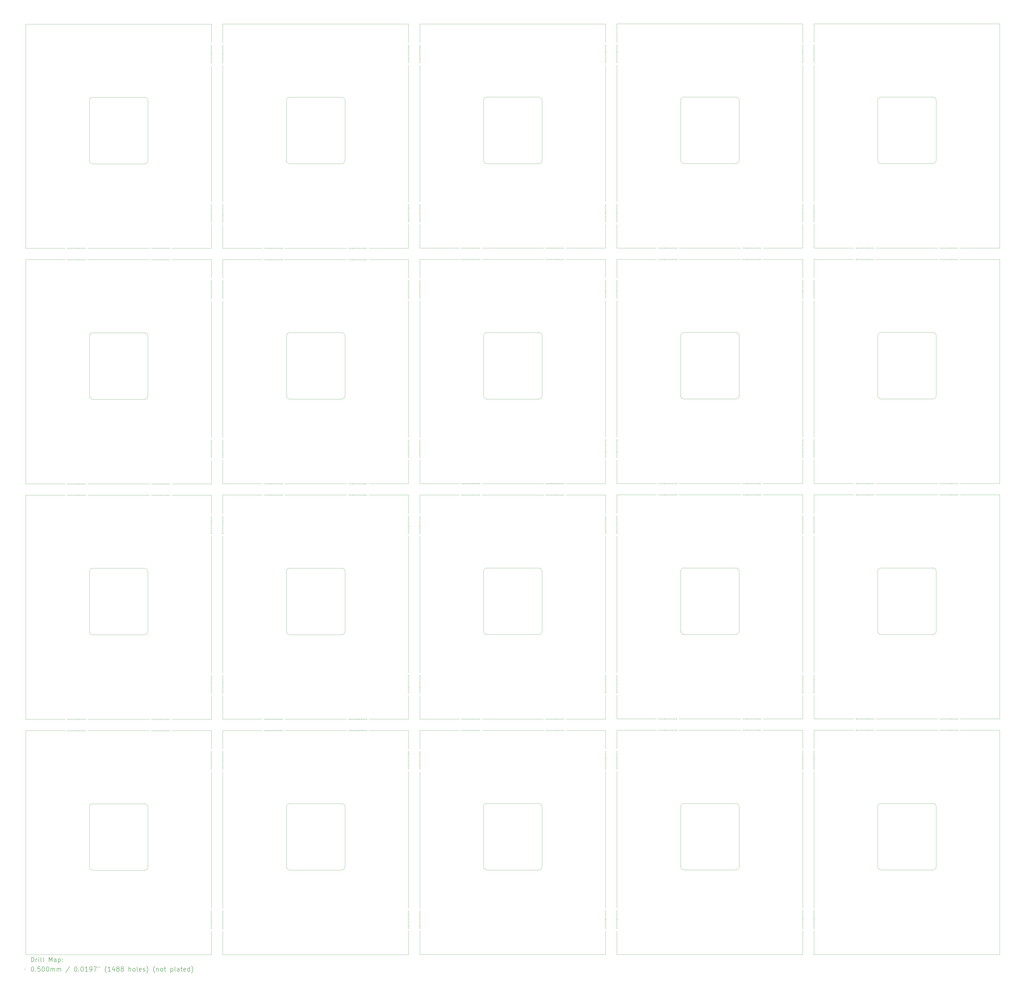
<source format=gbr>
%FSLAX45Y45*%
G04 Gerber Fmt 4.5, Leading zero omitted, Abs format (unit mm)*
G04 Created by KiCad (PCBNEW (6.0.5)) date 2022-08-17 15:04:21*
%MOMM*%
%LPD*%
G01*
G04 APERTURE LIST*
%TA.AperFunction,Profile*%
%ADD10C,0.100000*%
%TD*%
%TA.AperFunction,Profile*%
%ADD11C,0.050000*%
%TD*%
%ADD12C,0.200000*%
%ADD13C,0.050000*%
G04 APERTURE END LIST*
D10*
X38767800Y-4206200D02*
G75*
G03*
X38617800Y-4356200I0J-150000D01*
G01*
X12518800Y-17405200D02*
X12518800Y-14766200D01*
D11*
X26604200Y-19234000D02*
X26604200Y-13197000D01*
X21148200Y-21781000D02*
X23864200Y-21781000D01*
D10*
X15102800Y-14766200D02*
X15102800Y-17405200D01*
D11*
X26604200Y-1797000D02*
X26604200Y-981000D01*
X27103800Y-21276000D02*
X27104200Y-20234000D01*
X1005000Y-31691000D02*
X2749000Y-31691000D01*
D10*
X6403200Y-35571200D02*
X6403200Y-38210200D01*
X21218400Y-38200200D02*
X21218400Y-35561200D01*
D11*
X27103800Y-11376000D02*
X28847800Y-11376000D01*
D10*
X23652400Y-7150200D02*
G75*
G03*
X23802400Y-7000200I0J150000D01*
G01*
D11*
X33563800Y-32176000D02*
X35303800Y-32176000D01*
D10*
X6253200Y-7160200D02*
X3969200Y-7160200D01*
X12668800Y-14616200D02*
G75*
G03*
X12518800Y-14766200I0J-150000D01*
G01*
D11*
X17904600Y-19239000D02*
X17904600Y-13202000D01*
D10*
X3969200Y-25021200D02*
G75*
G03*
X3819200Y-25171200I0J-150000D01*
G01*
D11*
X18404600Y-12202000D02*
X18404200Y-11381000D01*
D10*
X32352000Y-38345200D02*
G75*
G03*
X32502000Y-38195200I0J150000D01*
G01*
D11*
X18404600Y-19239000D02*
X18404600Y-13202000D01*
X3749000Y-21791000D02*
X6465000Y-21791000D01*
D10*
X14952800Y-38355200D02*
G75*
G03*
X15102800Y-38205200I0J150000D01*
G01*
D11*
X33563800Y-10876000D02*
X35303800Y-10876000D01*
X35803600Y-10876000D02*
X37547600Y-10876000D01*
X27103800Y-21276000D02*
X28847800Y-21276000D01*
X12448600Y-21786000D02*
X15164600Y-21786000D01*
X7465000Y-21791000D02*
X9205000Y-21791000D01*
X9205000Y-22607000D02*
X9205000Y-21791000D01*
D10*
X38617800Y-6995200D02*
G75*
G03*
X38767800Y-7145200I150000J0D01*
G01*
X41201800Y-35556200D02*
G75*
G03*
X41051800Y-35406200I-149990J10D01*
G01*
D11*
X33563800Y-42076000D02*
X35303800Y-42076000D01*
X44003600Y-976000D02*
X35803600Y-976000D01*
X35304000Y-19234000D02*
X35304000Y-13197000D01*
X27104200Y-22597000D02*
X27103800Y-21776000D01*
X26604200Y-32997000D02*
X26604200Y-32181000D01*
D10*
X32352000Y-17545200D02*
X30068000Y-17545200D01*
X14952800Y-38355200D02*
X12668800Y-38355200D01*
D11*
X38547600Y-11376000D02*
X41263600Y-11376000D01*
X35804000Y-32997000D02*
X35803600Y-32176000D01*
D10*
X29918000Y-17395200D02*
X29918000Y-14756200D01*
X14952800Y-7155200D02*
X12668800Y-7155200D01*
D11*
X44003600Y-21276000D02*
X44003600Y-11376000D01*
D10*
X32352000Y-7145200D02*
G75*
G03*
X32502000Y-6995200I0J150000D01*
G01*
D11*
X12448600Y-31686000D02*
X15164600Y-31686000D01*
D10*
X21218400Y-7000200D02*
G75*
G03*
X21368400Y-7150200I150000J0D01*
G01*
X21218400Y-7000200D02*
X21218400Y-4361200D01*
X15102800Y-14766200D02*
G75*
G03*
X14952800Y-14616200I-149990J10D01*
G01*
X32502000Y-4356200D02*
X32502000Y-6995200D01*
X15102800Y-25166200D02*
G75*
G03*
X14952800Y-25016200I-149990J10D01*
G01*
X3819200Y-17410200D02*
G75*
G03*
X3969200Y-17560200I150000J0D01*
G01*
X32502000Y-25156200D02*
X32502000Y-27795200D01*
X38617800Y-38195200D02*
G75*
G03*
X38767800Y-38345200I150000J0D01*
G01*
D11*
X17904600Y-22602000D02*
X17904600Y-21786000D01*
D10*
X41051800Y-17545200D02*
X38767800Y-17545200D01*
D11*
X29847800Y-11376000D02*
X32563800Y-11376000D01*
X35804000Y-29634000D02*
X35804000Y-23597000D01*
X12448600Y-10886000D02*
X15164600Y-10886000D01*
D10*
X41051800Y-7145200D02*
X38767800Y-7145200D01*
X6403200Y-4371200D02*
G75*
G03*
X6253200Y-4221200I-150000J0D01*
G01*
X29918000Y-6995200D02*
G75*
G03*
X30068000Y-7145200I150000J0D01*
G01*
D11*
X9704600Y-21786000D02*
X11448600Y-21786000D01*
D10*
X38617800Y-27795200D02*
G75*
G03*
X38767800Y-27945200I150000J0D01*
G01*
X23802400Y-25161200D02*
X23802400Y-27800200D01*
X12518800Y-17405200D02*
G75*
G03*
X12668800Y-17555200I150000J0D01*
G01*
D11*
X27104200Y-29634000D02*
X27104200Y-23597000D01*
D10*
X32502000Y-35556200D02*
X32502000Y-38195200D01*
X3969200Y-4221200D02*
G75*
G03*
X3819200Y-4371200I0J-150000D01*
G01*
X23802400Y-14761200D02*
G75*
G03*
X23652400Y-14611200I-149990J10D01*
G01*
X23652400Y-17550200D02*
X21368400Y-17550200D01*
D11*
X26604200Y-12197000D02*
X26604200Y-11381000D01*
X35303800Y-31676000D02*
X35304000Y-30634000D01*
X24864200Y-32181000D02*
X26604200Y-32181000D01*
D10*
X41201800Y-14756200D02*
G75*
G03*
X41051800Y-14606200I-149990J10D01*
G01*
D11*
X42263600Y-42076000D02*
X44003600Y-42076000D01*
X35803600Y-32176000D02*
X37547600Y-32176000D01*
X27103800Y-42076000D02*
X27104200Y-41034000D01*
X3749000Y-21291000D02*
X6465000Y-21291000D01*
D10*
X41051800Y-38345200D02*
X38767800Y-38345200D01*
D11*
X21148200Y-10881000D02*
X23864200Y-10881000D01*
D10*
X41201800Y-4356200D02*
G75*
G03*
X41051800Y-4206200I-149990J10D01*
G01*
D11*
X1005000Y-10891000D02*
X1005000Y-991000D01*
D10*
X14952800Y-17555200D02*
X12668800Y-17555200D01*
D11*
X24864200Y-21281000D02*
X26604200Y-21281000D01*
D10*
X38617800Y-17395200D02*
X38617800Y-14756200D01*
D11*
X27103800Y-32176000D02*
X28847800Y-32176000D01*
X9205000Y-33007000D02*
X9205000Y-32191000D01*
X17904600Y-8839000D02*
X17904600Y-2802000D01*
D10*
X12518800Y-27805200D02*
G75*
G03*
X12668800Y-27955200I150000J0D01*
G01*
X21368400Y-35411200D02*
G75*
G03*
X21218400Y-35561200I0J-150000D01*
G01*
X15102800Y-25166200D02*
X15102800Y-27805200D01*
D11*
X1005000Y-11391000D02*
X2749000Y-11391000D01*
D10*
X6253200Y-38360200D02*
X3969200Y-38360200D01*
X32352000Y-27945200D02*
G75*
G03*
X32502000Y-27795200I0J150000D01*
G01*
X3969200Y-4221200D02*
X6253200Y-4221200D01*
D11*
X24864200Y-31681000D02*
X26604200Y-31681000D01*
X44003600Y-42076000D02*
X44003600Y-32176000D01*
X35304000Y-8834000D02*
X35304000Y-2797000D01*
D10*
X23802400Y-35561200D02*
X23802400Y-38200200D01*
X32352000Y-17545200D02*
G75*
G03*
X32502000Y-17395200I0J150000D01*
G01*
X12518800Y-7005200D02*
G75*
G03*
X12668800Y-7155200I150000J0D01*
G01*
X29918000Y-38195200D02*
X29918000Y-35556200D01*
X32502000Y-25156200D02*
G75*
G03*
X32352000Y-25006200I-149990J10D01*
G01*
X14952800Y-17555200D02*
G75*
G03*
X15102800Y-17405200I0J150000D01*
G01*
D11*
X18404200Y-32181000D02*
X20148200Y-32181000D01*
X35803600Y-21276000D02*
X35804000Y-20234000D01*
D10*
X38617800Y-38195200D02*
X38617800Y-35556200D01*
D11*
X44003600Y-31676000D02*
X44003600Y-21776000D01*
X44003600Y-10876000D02*
X44003600Y-976000D01*
D10*
X3969200Y-35421200D02*
G75*
G03*
X3819200Y-35571200I0J-150000D01*
G01*
D11*
X35303800Y-976000D02*
X27103800Y-976000D01*
X35304000Y-29634000D02*
X35304000Y-23597000D01*
D10*
X23652400Y-38350200D02*
G75*
G03*
X23802400Y-38200200I0J150000D01*
G01*
X23802400Y-35561200D02*
G75*
G03*
X23652400Y-35411200I-149990J10D01*
G01*
D11*
X9705000Y-33007000D02*
X9704600Y-32186000D01*
X26604200Y-29634000D02*
X26604200Y-23597000D01*
X1005000Y-42091000D02*
X7465000Y-42091000D01*
D10*
X6253200Y-38360200D02*
G75*
G03*
X6403200Y-38210200I0J150000D01*
G01*
D11*
X42263600Y-21776000D02*
X44003600Y-21776000D01*
D10*
X29918000Y-6995200D02*
X29918000Y-4356200D01*
X6403200Y-35571200D02*
G75*
G03*
X6253200Y-35421200I-150000J0D01*
G01*
X41201800Y-25156200D02*
X41201800Y-27795200D01*
X38767800Y-4206200D02*
X41051800Y-4206200D01*
D11*
X35804000Y-1797000D02*
X35803600Y-976000D01*
X35803600Y-21776000D02*
X37547600Y-21776000D01*
X21148200Y-32181000D02*
X23864200Y-32181000D01*
X26604200Y-981000D02*
X18404200Y-981000D01*
X24864200Y-11381000D02*
X26604200Y-11381000D01*
X3749000Y-10891000D02*
X6465000Y-10891000D01*
X17904600Y-33002000D02*
X17904600Y-32186000D01*
X9704600Y-31686000D02*
X9705000Y-30644000D01*
X33563800Y-21276000D02*
X35303800Y-21276000D01*
X7465000Y-11391000D02*
X9205000Y-11391000D01*
D10*
X12668800Y-35416200D02*
G75*
G03*
X12518800Y-35566200I0J-150000D01*
G01*
D11*
X9704600Y-10886000D02*
X11448600Y-10886000D01*
D10*
X21368400Y-14611200D02*
X23652400Y-14611200D01*
X21218400Y-17400200D02*
G75*
G03*
X21368400Y-17550200I150000J0D01*
G01*
D11*
X35804000Y-12197000D02*
X35803600Y-11376000D01*
D10*
X23802400Y-25161200D02*
G75*
G03*
X23652400Y-25011200I-149990J10D01*
G01*
X23652400Y-17550200D02*
G75*
G03*
X23802400Y-17400200I0J150000D01*
G01*
X32502000Y-14756200D02*
X32502000Y-17395200D01*
D11*
X18404200Y-42081000D02*
X18404600Y-41039000D01*
D10*
X15102800Y-4366200D02*
G75*
G03*
X14952800Y-4216200I-149990J10D01*
G01*
X38767800Y-14606200D02*
G75*
G03*
X38617800Y-14756200I0J-150000D01*
G01*
X12668800Y-4216200D02*
G75*
G03*
X12518800Y-4366200I0J-150000D01*
G01*
D11*
X29847800Y-31676000D02*
X32563800Y-31676000D01*
X3749000Y-32191000D02*
X6465000Y-32191000D01*
X27103800Y-42076000D02*
X33563800Y-42076000D01*
D10*
X41201800Y-35556200D02*
X41201800Y-38195200D01*
X30068000Y-35406200D02*
X32352000Y-35406200D01*
D11*
X26604200Y-31681000D02*
X26604200Y-30634000D01*
D10*
X15102800Y-35566200D02*
G75*
G03*
X14952800Y-35416200I-149990J10D01*
G01*
X3969200Y-14621200D02*
G75*
G03*
X3819200Y-14771200I0J-150000D01*
G01*
X30068000Y-25006200D02*
X32352000Y-25006200D01*
D11*
X18404200Y-10881000D02*
X20148200Y-10881000D01*
X9705000Y-8844000D02*
X9705000Y-2807000D01*
X9704600Y-10886000D02*
X9705000Y-9844000D01*
X35803600Y-42076000D02*
X42263600Y-42076000D01*
D10*
X3969200Y-14621200D02*
X6253200Y-14621200D01*
D11*
X24864200Y-21781000D02*
X26604200Y-21781000D01*
D10*
X3819200Y-38210200D02*
G75*
G03*
X3969200Y-38360200I150000J0D01*
G01*
D11*
X18404200Y-21281000D02*
X20148200Y-21281000D01*
X35304000Y-40034000D02*
X35304000Y-33997000D01*
X27104200Y-8834000D02*
X27104200Y-2797000D01*
X16164600Y-31686000D02*
X17904600Y-31686000D01*
D10*
X23652400Y-7150200D02*
X21368400Y-7150200D01*
D11*
X18404600Y-33002000D02*
X18404200Y-32181000D01*
X7465000Y-42091000D02*
X9205000Y-42091000D01*
X26604200Y-10881000D02*
X26604200Y-9834000D01*
D10*
X14952800Y-7155200D02*
G75*
G03*
X15102800Y-7005200I0J150000D01*
G01*
D11*
X18404600Y-8839000D02*
X18404600Y-2802000D01*
D10*
X32352000Y-7145200D02*
X30068000Y-7145200D01*
D11*
X9205000Y-21291000D02*
X9205000Y-20244000D01*
X42263600Y-21276000D02*
X44003600Y-21276000D01*
X9705000Y-22607000D02*
X9704600Y-21786000D01*
X9704600Y-21286000D02*
X11448600Y-21286000D01*
X29847800Y-10876000D02*
X32563800Y-10876000D01*
X3749000Y-11391000D02*
X6465000Y-11391000D01*
X42263600Y-11376000D02*
X44003600Y-11376000D01*
D10*
X30068000Y-4206200D02*
X32352000Y-4206200D01*
X14952800Y-27955200D02*
X12668800Y-27955200D01*
X6403200Y-14771200D02*
G75*
G03*
X6253200Y-14621200I-150000J0D01*
G01*
D11*
X9704600Y-42086000D02*
X16164600Y-42086000D01*
X38547600Y-10876000D02*
X41263600Y-10876000D01*
D10*
X6253200Y-27960200D02*
G75*
G03*
X6403200Y-27810200I0J150000D01*
G01*
D11*
X35304000Y-12197000D02*
X35303800Y-11376000D01*
X18404200Y-21781000D02*
X20148200Y-21781000D01*
D10*
X3819200Y-27810200D02*
X3819200Y-25171200D01*
X41051800Y-17545200D02*
G75*
G03*
X41201800Y-17395200I0J150000D01*
G01*
D11*
X35803600Y-21276000D02*
X37547600Y-21276000D01*
D10*
X23802400Y-4361200D02*
G75*
G03*
X23652400Y-4211200I-149990J10D01*
G01*
X12668800Y-25016200D02*
G75*
G03*
X12518800Y-25166200I0J-150000D01*
G01*
D11*
X17904600Y-42086000D02*
X17904600Y-41039000D01*
D10*
X29918000Y-17395200D02*
G75*
G03*
X30068000Y-17545200I150000J0D01*
G01*
X23652400Y-27950200D02*
X21368400Y-27950200D01*
D11*
X21148200Y-11381000D02*
X23864200Y-11381000D01*
X27103800Y-10876000D02*
X28847800Y-10876000D01*
D10*
X32352000Y-27945200D02*
X30068000Y-27945200D01*
X41051800Y-27945200D02*
X38767800Y-27945200D01*
X6403200Y-14771200D02*
X6403200Y-17410200D01*
X12668800Y-4216200D02*
X14952800Y-4216200D01*
X38617800Y-17395200D02*
G75*
G03*
X38767800Y-17545200I150000J0D01*
G01*
X6403200Y-25171200D02*
X6403200Y-27810200D01*
D11*
X27104200Y-19234000D02*
X27104200Y-13197000D01*
X35804000Y-19234000D02*
X35804000Y-13197000D01*
X9704600Y-11386000D02*
X11448600Y-11386000D01*
D10*
X21368400Y-4211200D02*
X23652400Y-4211200D01*
D11*
X9205000Y-42091000D02*
X9205000Y-41044000D01*
X16164600Y-21786000D02*
X17904600Y-21786000D01*
X1005000Y-10891000D02*
X2749000Y-10891000D01*
X18404200Y-21281000D02*
X18404600Y-20239000D01*
X9705000Y-40044000D02*
X9705000Y-34007000D01*
X24864200Y-42081000D02*
X26604200Y-42081000D01*
D10*
X38767800Y-35406200D02*
G75*
G03*
X38617800Y-35556200I0J-150000D01*
G01*
D11*
X35804000Y-8834000D02*
X35804000Y-2797000D01*
X26604200Y-40034000D02*
X26604200Y-33997000D01*
X27104200Y-40034000D02*
X27104200Y-33997000D01*
X18404600Y-22602000D02*
X18404200Y-21781000D01*
X1005000Y-21291000D02*
X1005000Y-11391000D01*
X9705000Y-19244000D02*
X9705000Y-13207000D01*
X17904600Y-986000D02*
X9704600Y-986000D01*
X9205000Y-40044000D02*
X9205000Y-34007000D01*
X26604200Y-42081000D02*
X26604200Y-41034000D01*
X38547600Y-32176000D02*
X41263600Y-32176000D01*
X35304000Y-32997000D02*
X35303800Y-32176000D01*
X35304000Y-1797000D02*
X35303800Y-976000D01*
D10*
X3969200Y-35421200D02*
X6253200Y-35421200D01*
D11*
X9705000Y-1807000D02*
X9704600Y-986000D01*
X38547600Y-21776000D02*
X41263600Y-21776000D01*
X16164600Y-11386000D02*
X17904600Y-11386000D01*
X9205000Y-991000D02*
X1005000Y-991000D01*
X1005000Y-31691000D02*
X1005000Y-21791000D01*
D10*
X38617800Y-6995200D02*
X38617800Y-4356200D01*
D11*
X18404200Y-31681000D02*
X18404600Y-30639000D01*
X9205000Y-1807000D02*
X9205000Y-991000D01*
X21148200Y-31681000D02*
X23864200Y-31681000D01*
D10*
X21368400Y-4211200D02*
G75*
G03*
X21218400Y-4361200I0J-150000D01*
G01*
D11*
X35803600Y-31676000D02*
X37547600Y-31676000D01*
X35803600Y-11376000D02*
X37547600Y-11376000D01*
X17904600Y-1802000D02*
X17904600Y-986000D01*
X12448600Y-11386000D02*
X15164600Y-11386000D01*
D10*
X30068000Y-35406200D02*
G75*
G03*
X29918000Y-35556200I0J-150000D01*
G01*
D11*
X7465000Y-31691000D02*
X9205000Y-31691000D01*
X38547600Y-31676000D02*
X41263600Y-31676000D01*
X1005000Y-32191000D02*
X2749000Y-32191000D01*
D10*
X15102800Y-4366200D02*
X15102800Y-7005200D01*
X23802400Y-14761200D02*
X23802400Y-17400200D01*
D11*
X7465000Y-21291000D02*
X9205000Y-21291000D01*
X9205000Y-10891000D02*
X9205000Y-9844000D01*
D10*
X32502000Y-14756200D02*
G75*
G03*
X32352000Y-14606200I-149990J10D01*
G01*
X30068000Y-4206200D02*
G75*
G03*
X29918000Y-4356200I0J-150000D01*
G01*
D11*
X26604200Y-8834000D02*
X26604200Y-2797000D01*
X33563800Y-31676000D02*
X35303800Y-31676000D01*
D10*
X14952800Y-27955200D02*
G75*
G03*
X15102800Y-27805200I0J150000D01*
G01*
D11*
X27104200Y-1797000D02*
X27103800Y-976000D01*
D10*
X6403200Y-25171200D02*
G75*
G03*
X6253200Y-25021200I-150000J0D01*
G01*
D11*
X16164600Y-10886000D02*
X17904600Y-10886000D01*
D10*
X38767800Y-14606200D02*
X41051800Y-14606200D01*
D11*
X9704600Y-42086000D02*
X9705000Y-41044000D01*
X33563800Y-11376000D02*
X35303800Y-11376000D01*
X12448600Y-21286000D02*
X15164600Y-21286000D01*
D10*
X30068000Y-25006200D02*
G75*
G03*
X29918000Y-25156200I0J-150000D01*
G01*
X21218400Y-27800200D02*
G75*
G03*
X21368400Y-27950200I150000J0D01*
G01*
D11*
X1005000Y-21291000D02*
X2749000Y-21291000D01*
D10*
X30068000Y-14606200D02*
X32352000Y-14606200D01*
D11*
X17904600Y-40039000D02*
X17904600Y-34002000D01*
X35303800Y-10876000D02*
X35304000Y-9834000D01*
X29847800Y-21776000D02*
X32563800Y-21776000D01*
X29847800Y-32176000D02*
X32563800Y-32176000D01*
X9205000Y-19244000D02*
X9205000Y-13207000D01*
X27104200Y-12197000D02*
X27103800Y-11376000D01*
X9205000Y-31691000D02*
X9205000Y-30644000D01*
X42263600Y-10876000D02*
X44003600Y-10876000D01*
D10*
X21368400Y-14611200D02*
G75*
G03*
X21218400Y-14761200I0J-150000D01*
G01*
D11*
X18404200Y-31681000D02*
X20148200Y-31681000D01*
X7465000Y-10891000D02*
X9205000Y-10891000D01*
D10*
X29918000Y-27795200D02*
X29918000Y-25156200D01*
D11*
X9704600Y-31686000D02*
X11448600Y-31686000D01*
X26604200Y-22597000D02*
X26604200Y-21781000D01*
D10*
X38767800Y-25006200D02*
X41051800Y-25006200D01*
X6403200Y-4371200D02*
X6403200Y-7010200D01*
X3819200Y-27810200D02*
G75*
G03*
X3969200Y-27960200I150000J0D01*
G01*
X15102800Y-35566200D02*
X15102800Y-38205200D01*
X32502000Y-4356200D02*
G75*
G03*
X32352000Y-4206200I-149990J10D01*
G01*
X32352000Y-38345200D02*
X30068000Y-38345200D01*
D11*
X3749000Y-31691000D02*
X6465000Y-31691000D01*
X18404200Y-42081000D02*
X24864200Y-42081000D01*
X9704600Y-21286000D02*
X9705000Y-20244000D01*
X17904600Y-31686000D02*
X17904600Y-30639000D01*
D10*
X21218400Y-38200200D02*
G75*
G03*
X21368400Y-38350200I150000J0D01*
G01*
D11*
X26604200Y-21281000D02*
X26604200Y-20234000D01*
X17904600Y-21286000D02*
X17904600Y-20239000D01*
D10*
X21368400Y-25011200D02*
G75*
G03*
X21218400Y-25161200I0J-150000D01*
G01*
D11*
X38547600Y-21276000D02*
X41263600Y-21276000D01*
D10*
X3819200Y-7010200D02*
X3819200Y-4371200D01*
X21368400Y-35411200D02*
X23652400Y-35411200D01*
D11*
X9705000Y-29644000D02*
X9705000Y-23607000D01*
X42263600Y-31676000D02*
X44003600Y-31676000D01*
D10*
X41201800Y-4356200D02*
X41201800Y-6995200D01*
D11*
X18404600Y-1802000D02*
X18404200Y-981000D01*
D10*
X38617800Y-27795200D02*
X38617800Y-25156200D01*
X38767800Y-25006200D02*
G75*
G03*
X38617800Y-25156200I0J-150000D01*
G01*
D11*
X17904600Y-12202000D02*
X17904600Y-11386000D01*
X35803600Y-42076000D02*
X35804000Y-41034000D01*
X16164600Y-32186000D02*
X17904600Y-32186000D01*
X16164600Y-21286000D02*
X17904600Y-21286000D01*
X35803600Y-10876000D02*
X35804000Y-9834000D01*
D10*
X12668800Y-25016200D02*
X14952800Y-25016200D01*
D11*
X27103800Y-31676000D02*
X28847800Y-31676000D01*
X27103800Y-10876000D02*
X27104200Y-9834000D01*
D10*
X21218400Y-17400200D02*
X21218400Y-14761200D01*
X29918000Y-27795200D02*
G75*
G03*
X30068000Y-27945200I150000J0D01*
G01*
X21368400Y-25011200D02*
X23652400Y-25011200D01*
X12518800Y-38205200D02*
G75*
G03*
X12668800Y-38355200I150000J0D01*
G01*
D11*
X42263600Y-32176000D02*
X44003600Y-32176000D01*
X21148200Y-21281000D02*
X23864200Y-21281000D01*
D10*
X12518800Y-7005200D02*
X12518800Y-4366200D01*
D11*
X1005000Y-21791000D02*
X2749000Y-21791000D01*
X9205000Y-29644000D02*
X9205000Y-23607000D01*
D10*
X41201800Y-14756200D02*
X41201800Y-17395200D01*
D11*
X9205000Y-8844000D02*
X9205000Y-2807000D01*
X18404600Y-40039000D02*
X18404600Y-34002000D01*
D10*
X41201800Y-25156200D02*
G75*
G03*
X41051800Y-25006200I-149990J10D01*
G01*
D11*
X27103800Y-31676000D02*
X27104200Y-30634000D01*
D10*
X3969200Y-25021200D02*
X6253200Y-25021200D01*
X12518800Y-27805200D02*
X12518800Y-25166200D01*
X29918000Y-38195200D02*
G75*
G03*
X30068000Y-38345200I150000J0D01*
G01*
X3819200Y-38210200D02*
X3819200Y-35571200D01*
D11*
X1005000Y-42091000D02*
X1005000Y-32191000D01*
D10*
X23802400Y-4361200D02*
X23802400Y-7000200D01*
X41051800Y-27945200D02*
G75*
G03*
X41201800Y-27795200I0J150000D01*
G01*
X12668800Y-35416200D02*
X14952800Y-35416200D01*
D11*
X24864200Y-10881000D02*
X26604200Y-10881000D01*
X12448600Y-32186000D02*
X15164600Y-32186000D01*
X9205000Y-12207000D02*
X9205000Y-11391000D01*
D10*
X41051800Y-7145200D02*
G75*
G03*
X41201800Y-6995200I0J150000D01*
G01*
D11*
X35303800Y-42076000D02*
X35304000Y-41034000D01*
X17904600Y-29639000D02*
X17904600Y-23602000D01*
D10*
X30068000Y-14606200D02*
G75*
G03*
X29918000Y-14756200I0J-150000D01*
G01*
D11*
X27104200Y-32997000D02*
X27103800Y-32176000D01*
D10*
X32502000Y-35556200D02*
G75*
G03*
X32352000Y-35406200I-149990J10D01*
G01*
D11*
X29847800Y-21276000D02*
X32563800Y-21276000D01*
X18404200Y-10881000D02*
X18404600Y-9839000D01*
X35303800Y-21276000D02*
X35304000Y-20234000D01*
D10*
X23652400Y-27950200D02*
G75*
G03*
X23802400Y-27800200I0J150000D01*
G01*
D11*
X9705000Y-12207000D02*
X9704600Y-11386000D01*
D10*
X6253200Y-27960200D02*
X3969200Y-27960200D01*
D11*
X17904600Y-10886000D02*
X17904600Y-9839000D01*
X18404200Y-11381000D02*
X20148200Y-11381000D01*
X33563800Y-21776000D02*
X35303800Y-21776000D01*
D10*
X38767800Y-35406200D02*
X41051800Y-35406200D01*
X6253200Y-17560200D02*
X3969200Y-17560200D01*
X6253200Y-7160200D02*
G75*
G03*
X6403200Y-7010200I0J150000D01*
G01*
D11*
X18404600Y-29639000D02*
X18404600Y-23602000D01*
X16164600Y-42086000D02*
X17904600Y-42086000D01*
D10*
X21218400Y-27800200D02*
X21218400Y-25161200D01*
D11*
X35804000Y-22597000D02*
X35803600Y-21776000D01*
D10*
X23652400Y-38350200D02*
X21368400Y-38350200D01*
X12518800Y-38205200D02*
X12518800Y-35566200D01*
X6253200Y-17560200D02*
G75*
G03*
X6403200Y-17410200I0J150000D01*
G01*
X12668800Y-14616200D02*
X14952800Y-14616200D01*
D11*
X9704600Y-32186000D02*
X11448600Y-32186000D01*
X27103800Y-21776000D02*
X28847800Y-21776000D01*
D10*
X41051800Y-38345200D02*
G75*
G03*
X41201800Y-38195200I0J150000D01*
G01*
X3819200Y-17410200D02*
X3819200Y-14771200D01*
D11*
X35804000Y-40034000D02*
X35804000Y-33997000D01*
X35803600Y-31676000D02*
X35804000Y-30634000D01*
X7465000Y-32191000D02*
X9205000Y-32191000D01*
X35304000Y-22597000D02*
X35303800Y-21776000D01*
D10*
X3819200Y-7010200D02*
G75*
G03*
X3969200Y-7160200I150000J0D01*
G01*
D12*
D13*
X2849000Y-10866000D02*
X2899000Y-10916000D01*
X2899000Y-10866000D02*
X2849000Y-10916000D01*
X2849000Y-11366000D02*
X2899000Y-11416000D01*
X2899000Y-11366000D02*
X2849000Y-11416000D01*
X2849000Y-21266000D02*
X2899000Y-21316000D01*
X2899000Y-21266000D02*
X2849000Y-21316000D01*
X2849000Y-21766000D02*
X2899000Y-21816000D01*
X2899000Y-21766000D02*
X2849000Y-21816000D01*
X2849000Y-31666000D02*
X2899000Y-31716000D01*
X2899000Y-31666000D02*
X2849000Y-31716000D01*
X2849000Y-32166000D02*
X2899000Y-32216000D01*
X2899000Y-32166000D02*
X2849000Y-32216000D01*
X2924000Y-10866000D02*
X2974000Y-10916000D01*
X2974000Y-10866000D02*
X2924000Y-10916000D01*
X2924000Y-11366000D02*
X2974000Y-11416000D01*
X2974000Y-11366000D02*
X2924000Y-11416000D01*
X2924000Y-21266000D02*
X2974000Y-21316000D01*
X2974000Y-21266000D02*
X2924000Y-21316000D01*
X2924000Y-21766000D02*
X2974000Y-21816000D01*
X2974000Y-21766000D02*
X2924000Y-21816000D01*
X2924000Y-31666000D02*
X2974000Y-31716000D01*
X2974000Y-31666000D02*
X2924000Y-31716000D01*
X2924000Y-32166000D02*
X2974000Y-32216000D01*
X2974000Y-32166000D02*
X2924000Y-32216000D01*
X2999000Y-10866000D02*
X3049000Y-10916000D01*
X3049000Y-10866000D02*
X2999000Y-10916000D01*
X2999000Y-11366000D02*
X3049000Y-11416000D01*
X3049000Y-11366000D02*
X2999000Y-11416000D01*
X2999000Y-21266000D02*
X3049000Y-21316000D01*
X3049000Y-21266000D02*
X2999000Y-21316000D01*
X2999000Y-21766000D02*
X3049000Y-21816000D01*
X3049000Y-21766000D02*
X2999000Y-21816000D01*
X2999000Y-31666000D02*
X3049000Y-31716000D01*
X3049000Y-31666000D02*
X2999000Y-31716000D01*
X2999000Y-32166000D02*
X3049000Y-32216000D01*
X3049000Y-32166000D02*
X2999000Y-32216000D01*
X3074000Y-10866000D02*
X3124000Y-10916000D01*
X3124000Y-10866000D02*
X3074000Y-10916000D01*
X3074000Y-11366000D02*
X3124000Y-11416000D01*
X3124000Y-11366000D02*
X3074000Y-11416000D01*
X3074000Y-21266000D02*
X3124000Y-21316000D01*
X3124000Y-21266000D02*
X3074000Y-21316000D01*
X3074000Y-21766000D02*
X3124000Y-21816000D01*
X3124000Y-21766000D02*
X3074000Y-21816000D01*
X3074000Y-31666000D02*
X3124000Y-31716000D01*
X3124000Y-31666000D02*
X3074000Y-31716000D01*
X3074000Y-32166000D02*
X3124000Y-32216000D01*
X3124000Y-32166000D02*
X3074000Y-32216000D01*
X3149000Y-10866000D02*
X3199000Y-10916000D01*
X3199000Y-10866000D02*
X3149000Y-10916000D01*
X3149000Y-11366000D02*
X3199000Y-11416000D01*
X3199000Y-11366000D02*
X3149000Y-11416000D01*
X3149000Y-21266000D02*
X3199000Y-21316000D01*
X3199000Y-21266000D02*
X3149000Y-21316000D01*
X3149000Y-21766000D02*
X3199000Y-21816000D01*
X3199000Y-21766000D02*
X3149000Y-21816000D01*
X3149000Y-31666000D02*
X3199000Y-31716000D01*
X3199000Y-31666000D02*
X3149000Y-31716000D01*
X3149000Y-32166000D02*
X3199000Y-32216000D01*
X3199000Y-32166000D02*
X3149000Y-32216000D01*
X3224000Y-10866000D02*
X3274000Y-10916000D01*
X3274000Y-10866000D02*
X3224000Y-10916000D01*
X3224000Y-11366000D02*
X3274000Y-11416000D01*
X3274000Y-11366000D02*
X3224000Y-11416000D01*
X3224000Y-21266000D02*
X3274000Y-21316000D01*
X3274000Y-21266000D02*
X3224000Y-21316000D01*
X3224000Y-21766000D02*
X3274000Y-21816000D01*
X3274000Y-21766000D02*
X3224000Y-21816000D01*
X3224000Y-31666000D02*
X3274000Y-31716000D01*
X3274000Y-31666000D02*
X3224000Y-31716000D01*
X3224000Y-32166000D02*
X3274000Y-32216000D01*
X3274000Y-32166000D02*
X3224000Y-32216000D01*
X3299000Y-10866000D02*
X3349000Y-10916000D01*
X3349000Y-10866000D02*
X3299000Y-10916000D01*
X3299000Y-11366000D02*
X3349000Y-11416000D01*
X3349000Y-11366000D02*
X3299000Y-11416000D01*
X3299000Y-21266000D02*
X3349000Y-21316000D01*
X3349000Y-21266000D02*
X3299000Y-21316000D01*
X3299000Y-21766000D02*
X3349000Y-21816000D01*
X3349000Y-21766000D02*
X3299000Y-21816000D01*
X3299000Y-31666000D02*
X3349000Y-31716000D01*
X3349000Y-31666000D02*
X3299000Y-31716000D01*
X3299000Y-32166000D02*
X3349000Y-32216000D01*
X3349000Y-32166000D02*
X3299000Y-32216000D01*
X3374000Y-10866000D02*
X3424000Y-10916000D01*
X3424000Y-10866000D02*
X3374000Y-10916000D01*
X3374000Y-11366000D02*
X3424000Y-11416000D01*
X3424000Y-11366000D02*
X3374000Y-11416000D01*
X3374000Y-21266000D02*
X3424000Y-21316000D01*
X3424000Y-21266000D02*
X3374000Y-21316000D01*
X3374000Y-21766000D02*
X3424000Y-21816000D01*
X3424000Y-21766000D02*
X3374000Y-21816000D01*
X3374000Y-31666000D02*
X3424000Y-31716000D01*
X3424000Y-31666000D02*
X3374000Y-31716000D01*
X3374000Y-32166000D02*
X3424000Y-32216000D01*
X3424000Y-32166000D02*
X3374000Y-32216000D01*
X3449000Y-10866000D02*
X3499000Y-10916000D01*
X3499000Y-10866000D02*
X3449000Y-10916000D01*
X3449000Y-11366000D02*
X3499000Y-11416000D01*
X3499000Y-11366000D02*
X3449000Y-11416000D01*
X3449000Y-21266000D02*
X3499000Y-21316000D01*
X3499000Y-21266000D02*
X3449000Y-21316000D01*
X3449000Y-21766000D02*
X3499000Y-21816000D01*
X3499000Y-21766000D02*
X3449000Y-21816000D01*
X3449000Y-31666000D02*
X3499000Y-31716000D01*
X3499000Y-31666000D02*
X3449000Y-31716000D01*
X3449000Y-32166000D02*
X3499000Y-32216000D01*
X3499000Y-32166000D02*
X3449000Y-32216000D01*
X3524000Y-10866000D02*
X3574000Y-10916000D01*
X3574000Y-10866000D02*
X3524000Y-10916000D01*
X3524000Y-10866000D02*
X3574000Y-10916000D01*
X3574000Y-10866000D02*
X3524000Y-10916000D01*
X3524000Y-11366000D02*
X3574000Y-11416000D01*
X3574000Y-11366000D02*
X3524000Y-11416000D01*
X3524000Y-11366000D02*
X3574000Y-11416000D01*
X3574000Y-11366000D02*
X3524000Y-11416000D01*
X3524000Y-21266000D02*
X3574000Y-21316000D01*
X3574000Y-21266000D02*
X3524000Y-21316000D01*
X3524000Y-21266000D02*
X3574000Y-21316000D01*
X3574000Y-21266000D02*
X3524000Y-21316000D01*
X3524000Y-21766000D02*
X3574000Y-21816000D01*
X3574000Y-21766000D02*
X3524000Y-21816000D01*
X3524000Y-21766000D02*
X3574000Y-21816000D01*
X3574000Y-21766000D02*
X3524000Y-21816000D01*
X3524000Y-31666000D02*
X3574000Y-31716000D01*
X3574000Y-31666000D02*
X3524000Y-31716000D01*
X3524000Y-31666000D02*
X3574000Y-31716000D01*
X3574000Y-31666000D02*
X3524000Y-31716000D01*
X3524000Y-32166000D02*
X3574000Y-32216000D01*
X3574000Y-32166000D02*
X3524000Y-32216000D01*
X3524000Y-32166000D02*
X3574000Y-32216000D01*
X3574000Y-32166000D02*
X3524000Y-32216000D01*
X3599000Y-10866000D02*
X3649000Y-10916000D01*
X3649000Y-10866000D02*
X3599000Y-10916000D01*
X3599000Y-11366000D02*
X3649000Y-11416000D01*
X3649000Y-11366000D02*
X3599000Y-11416000D01*
X3599000Y-21266000D02*
X3649000Y-21316000D01*
X3649000Y-21266000D02*
X3599000Y-21316000D01*
X3599000Y-21766000D02*
X3649000Y-21816000D01*
X3649000Y-21766000D02*
X3599000Y-21816000D01*
X3599000Y-31666000D02*
X3649000Y-31716000D01*
X3649000Y-31666000D02*
X3599000Y-31716000D01*
X3599000Y-32166000D02*
X3649000Y-32216000D01*
X3649000Y-32166000D02*
X3599000Y-32216000D01*
X6565000Y-10866000D02*
X6615000Y-10916000D01*
X6615000Y-10866000D02*
X6565000Y-10916000D01*
X6565000Y-11366000D02*
X6615000Y-11416000D01*
X6615000Y-11366000D02*
X6565000Y-11416000D01*
X6565000Y-21266000D02*
X6615000Y-21316000D01*
X6615000Y-21266000D02*
X6565000Y-21316000D01*
X6565000Y-21766000D02*
X6615000Y-21816000D01*
X6615000Y-21766000D02*
X6565000Y-21816000D01*
X6565000Y-31666000D02*
X6615000Y-31716000D01*
X6615000Y-31666000D02*
X6565000Y-31716000D01*
X6565000Y-32166000D02*
X6615000Y-32216000D01*
X6615000Y-32166000D02*
X6565000Y-32216000D01*
X6640000Y-10866000D02*
X6690000Y-10916000D01*
X6690000Y-10866000D02*
X6640000Y-10916000D01*
X6640000Y-11366000D02*
X6690000Y-11416000D01*
X6690000Y-11366000D02*
X6640000Y-11416000D01*
X6640000Y-21266000D02*
X6690000Y-21316000D01*
X6690000Y-21266000D02*
X6640000Y-21316000D01*
X6640000Y-21766000D02*
X6690000Y-21816000D01*
X6690000Y-21766000D02*
X6640000Y-21816000D01*
X6640000Y-31666000D02*
X6690000Y-31716000D01*
X6690000Y-31666000D02*
X6640000Y-31716000D01*
X6640000Y-32166000D02*
X6690000Y-32216000D01*
X6690000Y-32166000D02*
X6640000Y-32216000D01*
X6715000Y-10866000D02*
X6765000Y-10916000D01*
X6765000Y-10866000D02*
X6715000Y-10916000D01*
X6715000Y-11366000D02*
X6765000Y-11416000D01*
X6765000Y-11366000D02*
X6715000Y-11416000D01*
X6715000Y-21266000D02*
X6765000Y-21316000D01*
X6765000Y-21266000D02*
X6715000Y-21316000D01*
X6715000Y-21766000D02*
X6765000Y-21816000D01*
X6765000Y-21766000D02*
X6715000Y-21816000D01*
X6715000Y-31666000D02*
X6765000Y-31716000D01*
X6765000Y-31666000D02*
X6715000Y-31716000D01*
X6715000Y-32166000D02*
X6765000Y-32216000D01*
X6765000Y-32166000D02*
X6715000Y-32216000D01*
X6790000Y-10866000D02*
X6840000Y-10916000D01*
X6840000Y-10866000D02*
X6790000Y-10916000D01*
X6790000Y-11366000D02*
X6840000Y-11416000D01*
X6840000Y-11366000D02*
X6790000Y-11416000D01*
X6790000Y-21266000D02*
X6840000Y-21316000D01*
X6840000Y-21266000D02*
X6790000Y-21316000D01*
X6790000Y-21766000D02*
X6840000Y-21816000D01*
X6840000Y-21766000D02*
X6790000Y-21816000D01*
X6790000Y-31666000D02*
X6840000Y-31716000D01*
X6840000Y-31666000D02*
X6790000Y-31716000D01*
X6790000Y-32166000D02*
X6840000Y-32216000D01*
X6840000Y-32166000D02*
X6790000Y-32216000D01*
X6865000Y-10866000D02*
X6915000Y-10916000D01*
X6915000Y-10866000D02*
X6865000Y-10916000D01*
X6865000Y-11366000D02*
X6915000Y-11416000D01*
X6915000Y-11366000D02*
X6865000Y-11416000D01*
X6865000Y-21266000D02*
X6915000Y-21316000D01*
X6915000Y-21266000D02*
X6865000Y-21316000D01*
X6865000Y-21766000D02*
X6915000Y-21816000D01*
X6915000Y-21766000D02*
X6865000Y-21816000D01*
X6865000Y-31666000D02*
X6915000Y-31716000D01*
X6915000Y-31666000D02*
X6865000Y-31716000D01*
X6865000Y-32166000D02*
X6915000Y-32216000D01*
X6915000Y-32166000D02*
X6865000Y-32216000D01*
X6940000Y-10866000D02*
X6990000Y-10916000D01*
X6990000Y-10866000D02*
X6940000Y-10916000D01*
X6940000Y-11366000D02*
X6990000Y-11416000D01*
X6990000Y-11366000D02*
X6940000Y-11416000D01*
X6940000Y-21266000D02*
X6990000Y-21316000D01*
X6990000Y-21266000D02*
X6940000Y-21316000D01*
X6940000Y-21766000D02*
X6990000Y-21816000D01*
X6990000Y-21766000D02*
X6940000Y-21816000D01*
X6940000Y-31666000D02*
X6990000Y-31716000D01*
X6990000Y-31666000D02*
X6940000Y-31716000D01*
X6940000Y-32166000D02*
X6990000Y-32216000D01*
X6990000Y-32166000D02*
X6940000Y-32216000D01*
X7015000Y-10866000D02*
X7065000Y-10916000D01*
X7065000Y-10866000D02*
X7015000Y-10916000D01*
X7015000Y-11366000D02*
X7065000Y-11416000D01*
X7065000Y-11366000D02*
X7015000Y-11416000D01*
X7015000Y-21266000D02*
X7065000Y-21316000D01*
X7065000Y-21266000D02*
X7015000Y-21316000D01*
X7015000Y-21766000D02*
X7065000Y-21816000D01*
X7065000Y-21766000D02*
X7015000Y-21816000D01*
X7015000Y-31666000D02*
X7065000Y-31716000D01*
X7065000Y-31666000D02*
X7015000Y-31716000D01*
X7015000Y-32166000D02*
X7065000Y-32216000D01*
X7065000Y-32166000D02*
X7015000Y-32216000D01*
X7090000Y-10866000D02*
X7140000Y-10916000D01*
X7140000Y-10866000D02*
X7090000Y-10916000D01*
X7090000Y-11366000D02*
X7140000Y-11416000D01*
X7140000Y-11366000D02*
X7090000Y-11416000D01*
X7090000Y-21266000D02*
X7140000Y-21316000D01*
X7140000Y-21266000D02*
X7090000Y-21316000D01*
X7090000Y-21766000D02*
X7140000Y-21816000D01*
X7140000Y-21766000D02*
X7090000Y-21816000D01*
X7090000Y-31666000D02*
X7140000Y-31716000D01*
X7140000Y-31666000D02*
X7090000Y-31716000D01*
X7090000Y-32166000D02*
X7140000Y-32216000D01*
X7140000Y-32166000D02*
X7090000Y-32216000D01*
X7165000Y-10866000D02*
X7215000Y-10916000D01*
X7215000Y-10866000D02*
X7165000Y-10916000D01*
X7165000Y-11366000D02*
X7215000Y-11416000D01*
X7215000Y-11366000D02*
X7165000Y-11416000D01*
X7165000Y-21266000D02*
X7215000Y-21316000D01*
X7215000Y-21266000D02*
X7165000Y-21316000D01*
X7165000Y-21766000D02*
X7215000Y-21816000D01*
X7215000Y-21766000D02*
X7165000Y-21816000D01*
X7165000Y-31666000D02*
X7215000Y-31716000D01*
X7215000Y-31666000D02*
X7165000Y-31716000D01*
X7165000Y-32166000D02*
X7215000Y-32216000D01*
X7215000Y-32166000D02*
X7165000Y-32216000D01*
X7240000Y-10866000D02*
X7290000Y-10916000D01*
X7290000Y-10866000D02*
X7240000Y-10916000D01*
X7240000Y-10866000D02*
X7290000Y-10916000D01*
X7290000Y-10866000D02*
X7240000Y-10916000D01*
X7240000Y-11366000D02*
X7290000Y-11416000D01*
X7290000Y-11366000D02*
X7240000Y-11416000D01*
X7240000Y-11366000D02*
X7290000Y-11416000D01*
X7290000Y-11366000D02*
X7240000Y-11416000D01*
X7240000Y-21266000D02*
X7290000Y-21316000D01*
X7290000Y-21266000D02*
X7240000Y-21316000D01*
X7240000Y-21266000D02*
X7290000Y-21316000D01*
X7290000Y-21266000D02*
X7240000Y-21316000D01*
X7240000Y-21766000D02*
X7290000Y-21816000D01*
X7290000Y-21766000D02*
X7240000Y-21816000D01*
X7240000Y-21766000D02*
X7290000Y-21816000D01*
X7290000Y-21766000D02*
X7240000Y-21816000D01*
X7240000Y-31666000D02*
X7290000Y-31716000D01*
X7290000Y-31666000D02*
X7240000Y-31716000D01*
X7240000Y-31666000D02*
X7290000Y-31716000D01*
X7290000Y-31666000D02*
X7240000Y-31716000D01*
X7240000Y-32166000D02*
X7290000Y-32216000D01*
X7290000Y-32166000D02*
X7240000Y-32216000D01*
X7240000Y-32166000D02*
X7290000Y-32216000D01*
X7290000Y-32166000D02*
X7240000Y-32216000D01*
X7315000Y-10866000D02*
X7365000Y-10916000D01*
X7365000Y-10866000D02*
X7315000Y-10916000D01*
X7315000Y-11366000D02*
X7365000Y-11416000D01*
X7365000Y-11366000D02*
X7315000Y-11416000D01*
X7315000Y-21266000D02*
X7365000Y-21316000D01*
X7365000Y-21266000D02*
X7315000Y-21316000D01*
X7315000Y-21766000D02*
X7365000Y-21816000D01*
X7365000Y-21766000D02*
X7315000Y-21816000D01*
X7315000Y-31666000D02*
X7365000Y-31716000D01*
X7365000Y-31666000D02*
X7315000Y-31716000D01*
X7315000Y-32166000D02*
X7365000Y-32216000D01*
X7365000Y-32166000D02*
X7315000Y-32216000D01*
X9180000Y-1907000D02*
X9230000Y-1957000D01*
X9230000Y-1907000D02*
X9180000Y-1957000D01*
X9180000Y-1982000D02*
X9230000Y-2032000D01*
X9230000Y-1982000D02*
X9180000Y-2032000D01*
X9180000Y-2057000D02*
X9230000Y-2107000D01*
X9230000Y-2057000D02*
X9180000Y-2107000D01*
X9180000Y-2132000D02*
X9230000Y-2182000D01*
X9230000Y-2132000D02*
X9180000Y-2182000D01*
X9180000Y-2207000D02*
X9230000Y-2257000D01*
X9230000Y-2207000D02*
X9180000Y-2257000D01*
X9180000Y-2282000D02*
X9230000Y-2332000D01*
X9230000Y-2282000D02*
X9180000Y-2332000D01*
X9180000Y-2357000D02*
X9230000Y-2407000D01*
X9230000Y-2357000D02*
X9180000Y-2407000D01*
X9180000Y-2432000D02*
X9230000Y-2482000D01*
X9230000Y-2432000D02*
X9180000Y-2482000D01*
X9180000Y-2507000D02*
X9230000Y-2557000D01*
X9230000Y-2507000D02*
X9180000Y-2557000D01*
X9180000Y-2582000D02*
X9230000Y-2632000D01*
X9230000Y-2582000D02*
X9180000Y-2632000D01*
X9180000Y-2582000D02*
X9230000Y-2632000D01*
X9230000Y-2582000D02*
X9180000Y-2632000D01*
X9180000Y-2657000D02*
X9230000Y-2707000D01*
X9230000Y-2657000D02*
X9180000Y-2707000D01*
X9180000Y-8944000D02*
X9230000Y-8994000D01*
X9230000Y-8944000D02*
X9180000Y-8994000D01*
X9180000Y-9019000D02*
X9230000Y-9069000D01*
X9230000Y-9019000D02*
X9180000Y-9069000D01*
X9180000Y-9094000D02*
X9230000Y-9144000D01*
X9230000Y-9094000D02*
X9180000Y-9144000D01*
X9180000Y-9169000D02*
X9230000Y-9219000D01*
X9230000Y-9169000D02*
X9180000Y-9219000D01*
X9180000Y-9244000D02*
X9230000Y-9294000D01*
X9230000Y-9244000D02*
X9180000Y-9294000D01*
X9180000Y-9319000D02*
X9230000Y-9369000D01*
X9230000Y-9319000D02*
X9180000Y-9369000D01*
X9180000Y-9394000D02*
X9230000Y-9444000D01*
X9230000Y-9394000D02*
X9180000Y-9444000D01*
X9180000Y-9469000D02*
X9230000Y-9519000D01*
X9230000Y-9469000D02*
X9180000Y-9519000D01*
X9180000Y-9544000D02*
X9230000Y-9594000D01*
X9230000Y-9544000D02*
X9180000Y-9594000D01*
X9180000Y-9619000D02*
X9230000Y-9669000D01*
X9230000Y-9619000D02*
X9180000Y-9669000D01*
X9180000Y-9619000D02*
X9230000Y-9669000D01*
X9230000Y-9619000D02*
X9180000Y-9669000D01*
X9180000Y-9694000D02*
X9230000Y-9744000D01*
X9230000Y-9694000D02*
X9180000Y-9744000D01*
X9180000Y-12307000D02*
X9230000Y-12357000D01*
X9230000Y-12307000D02*
X9180000Y-12357000D01*
X9180000Y-12382000D02*
X9230000Y-12432000D01*
X9230000Y-12382000D02*
X9180000Y-12432000D01*
X9180000Y-12457000D02*
X9230000Y-12507000D01*
X9230000Y-12457000D02*
X9180000Y-12507000D01*
X9180000Y-12532000D02*
X9230000Y-12582000D01*
X9230000Y-12532000D02*
X9180000Y-12582000D01*
X9180000Y-12607000D02*
X9230000Y-12657000D01*
X9230000Y-12607000D02*
X9180000Y-12657000D01*
X9180000Y-12682000D02*
X9230000Y-12732000D01*
X9230000Y-12682000D02*
X9180000Y-12732000D01*
X9180000Y-12757000D02*
X9230000Y-12807000D01*
X9230000Y-12757000D02*
X9180000Y-12807000D01*
X9180000Y-12832000D02*
X9230000Y-12882000D01*
X9230000Y-12832000D02*
X9180000Y-12882000D01*
X9180000Y-12907000D02*
X9230000Y-12957000D01*
X9230000Y-12907000D02*
X9180000Y-12957000D01*
X9180000Y-12982000D02*
X9230000Y-13032000D01*
X9230000Y-12982000D02*
X9180000Y-13032000D01*
X9180000Y-12982000D02*
X9230000Y-13032000D01*
X9230000Y-12982000D02*
X9180000Y-13032000D01*
X9180000Y-13057000D02*
X9230000Y-13107000D01*
X9230000Y-13057000D02*
X9180000Y-13107000D01*
X9180000Y-19344000D02*
X9230000Y-19394000D01*
X9230000Y-19344000D02*
X9180000Y-19394000D01*
X9180000Y-19419000D02*
X9230000Y-19469000D01*
X9230000Y-19419000D02*
X9180000Y-19469000D01*
X9180000Y-19494000D02*
X9230000Y-19544000D01*
X9230000Y-19494000D02*
X9180000Y-19544000D01*
X9180000Y-19569000D02*
X9230000Y-19619000D01*
X9230000Y-19569000D02*
X9180000Y-19619000D01*
X9180000Y-19644000D02*
X9230000Y-19694000D01*
X9230000Y-19644000D02*
X9180000Y-19694000D01*
X9180000Y-19719000D02*
X9230000Y-19769000D01*
X9230000Y-19719000D02*
X9180000Y-19769000D01*
X9180000Y-19794000D02*
X9230000Y-19844000D01*
X9230000Y-19794000D02*
X9180000Y-19844000D01*
X9180000Y-19869000D02*
X9230000Y-19919000D01*
X9230000Y-19869000D02*
X9180000Y-19919000D01*
X9180000Y-19944000D02*
X9230000Y-19994000D01*
X9230000Y-19944000D02*
X9180000Y-19994000D01*
X9180000Y-20019000D02*
X9230000Y-20069000D01*
X9230000Y-20019000D02*
X9180000Y-20069000D01*
X9180000Y-20019000D02*
X9230000Y-20069000D01*
X9230000Y-20019000D02*
X9180000Y-20069000D01*
X9180000Y-20094000D02*
X9230000Y-20144000D01*
X9230000Y-20094000D02*
X9180000Y-20144000D01*
X9180000Y-22707000D02*
X9230000Y-22757000D01*
X9230000Y-22707000D02*
X9180000Y-22757000D01*
X9180000Y-22782000D02*
X9230000Y-22832000D01*
X9230000Y-22782000D02*
X9180000Y-22832000D01*
X9180000Y-22857000D02*
X9230000Y-22907000D01*
X9230000Y-22857000D02*
X9180000Y-22907000D01*
X9180000Y-22932000D02*
X9230000Y-22982000D01*
X9230000Y-22932000D02*
X9180000Y-22982000D01*
X9180000Y-23007000D02*
X9230000Y-23057000D01*
X9230000Y-23007000D02*
X9180000Y-23057000D01*
X9180000Y-23082000D02*
X9230000Y-23132000D01*
X9230000Y-23082000D02*
X9180000Y-23132000D01*
X9180000Y-23157000D02*
X9230000Y-23207000D01*
X9230000Y-23157000D02*
X9180000Y-23207000D01*
X9180000Y-23232000D02*
X9230000Y-23282000D01*
X9230000Y-23232000D02*
X9180000Y-23282000D01*
X9180000Y-23307000D02*
X9230000Y-23357000D01*
X9230000Y-23307000D02*
X9180000Y-23357000D01*
X9180000Y-23382000D02*
X9230000Y-23432000D01*
X9230000Y-23382000D02*
X9180000Y-23432000D01*
X9180000Y-23382000D02*
X9230000Y-23432000D01*
X9230000Y-23382000D02*
X9180000Y-23432000D01*
X9180000Y-23457000D02*
X9230000Y-23507000D01*
X9230000Y-23457000D02*
X9180000Y-23507000D01*
X9180000Y-29744000D02*
X9230000Y-29794000D01*
X9230000Y-29744000D02*
X9180000Y-29794000D01*
X9180000Y-29819000D02*
X9230000Y-29869000D01*
X9230000Y-29819000D02*
X9180000Y-29869000D01*
X9180000Y-29894000D02*
X9230000Y-29944000D01*
X9230000Y-29894000D02*
X9180000Y-29944000D01*
X9180000Y-29969000D02*
X9230000Y-30019000D01*
X9230000Y-29969000D02*
X9180000Y-30019000D01*
X9180000Y-30044000D02*
X9230000Y-30094000D01*
X9230000Y-30044000D02*
X9180000Y-30094000D01*
X9180000Y-30119000D02*
X9230000Y-30169000D01*
X9230000Y-30119000D02*
X9180000Y-30169000D01*
X9180000Y-30194000D02*
X9230000Y-30244000D01*
X9230000Y-30194000D02*
X9180000Y-30244000D01*
X9180000Y-30269000D02*
X9230000Y-30319000D01*
X9230000Y-30269000D02*
X9180000Y-30319000D01*
X9180000Y-30344000D02*
X9230000Y-30394000D01*
X9230000Y-30344000D02*
X9180000Y-30394000D01*
X9180000Y-30419000D02*
X9230000Y-30469000D01*
X9230000Y-30419000D02*
X9180000Y-30469000D01*
X9180000Y-30419000D02*
X9230000Y-30469000D01*
X9230000Y-30419000D02*
X9180000Y-30469000D01*
X9180000Y-30494000D02*
X9230000Y-30544000D01*
X9230000Y-30494000D02*
X9180000Y-30544000D01*
X9180000Y-33107000D02*
X9230000Y-33157000D01*
X9230000Y-33107000D02*
X9180000Y-33157000D01*
X9180000Y-33182000D02*
X9230000Y-33232000D01*
X9230000Y-33182000D02*
X9180000Y-33232000D01*
X9180000Y-33257000D02*
X9230000Y-33307000D01*
X9230000Y-33257000D02*
X9180000Y-33307000D01*
X9180000Y-33332000D02*
X9230000Y-33382000D01*
X9230000Y-33332000D02*
X9180000Y-33382000D01*
X9180000Y-33407000D02*
X9230000Y-33457000D01*
X9230000Y-33407000D02*
X9180000Y-33457000D01*
X9180000Y-33482000D02*
X9230000Y-33532000D01*
X9230000Y-33482000D02*
X9180000Y-33532000D01*
X9180000Y-33557000D02*
X9230000Y-33607000D01*
X9230000Y-33557000D02*
X9180000Y-33607000D01*
X9180000Y-33632000D02*
X9230000Y-33682000D01*
X9230000Y-33632000D02*
X9180000Y-33682000D01*
X9180000Y-33707000D02*
X9230000Y-33757000D01*
X9230000Y-33707000D02*
X9180000Y-33757000D01*
X9180000Y-33782000D02*
X9230000Y-33832000D01*
X9230000Y-33782000D02*
X9180000Y-33832000D01*
X9180000Y-33782000D02*
X9230000Y-33832000D01*
X9230000Y-33782000D02*
X9180000Y-33832000D01*
X9180000Y-33857000D02*
X9230000Y-33907000D01*
X9230000Y-33857000D02*
X9180000Y-33907000D01*
X9180000Y-40144000D02*
X9230000Y-40194000D01*
X9230000Y-40144000D02*
X9180000Y-40194000D01*
X9180000Y-40219000D02*
X9230000Y-40269000D01*
X9230000Y-40219000D02*
X9180000Y-40269000D01*
X9180000Y-40294000D02*
X9230000Y-40344000D01*
X9230000Y-40294000D02*
X9180000Y-40344000D01*
X9180000Y-40369000D02*
X9230000Y-40419000D01*
X9230000Y-40369000D02*
X9180000Y-40419000D01*
X9180000Y-40444000D02*
X9230000Y-40494000D01*
X9230000Y-40444000D02*
X9180000Y-40494000D01*
X9180000Y-40519000D02*
X9230000Y-40569000D01*
X9230000Y-40519000D02*
X9180000Y-40569000D01*
X9180000Y-40594000D02*
X9230000Y-40644000D01*
X9230000Y-40594000D02*
X9180000Y-40644000D01*
X9180000Y-40669000D02*
X9230000Y-40719000D01*
X9230000Y-40669000D02*
X9180000Y-40719000D01*
X9180000Y-40744000D02*
X9230000Y-40794000D01*
X9230000Y-40744000D02*
X9180000Y-40794000D01*
X9180000Y-40819000D02*
X9230000Y-40869000D01*
X9230000Y-40819000D02*
X9180000Y-40869000D01*
X9180000Y-40819000D02*
X9230000Y-40869000D01*
X9230000Y-40819000D02*
X9180000Y-40869000D01*
X9180000Y-40894000D02*
X9230000Y-40944000D01*
X9230000Y-40894000D02*
X9180000Y-40944000D01*
X9680000Y-1907000D02*
X9730000Y-1957000D01*
X9730000Y-1907000D02*
X9680000Y-1957000D01*
X9680000Y-1982000D02*
X9730000Y-2032000D01*
X9730000Y-1982000D02*
X9680000Y-2032000D01*
X9680000Y-2057000D02*
X9730000Y-2107000D01*
X9730000Y-2057000D02*
X9680000Y-2107000D01*
X9680000Y-2132000D02*
X9730000Y-2182000D01*
X9730000Y-2132000D02*
X9680000Y-2182000D01*
X9680000Y-2207000D02*
X9730000Y-2257000D01*
X9730000Y-2207000D02*
X9680000Y-2257000D01*
X9680000Y-2282000D02*
X9730000Y-2332000D01*
X9730000Y-2282000D02*
X9680000Y-2332000D01*
X9680000Y-2357000D02*
X9730000Y-2407000D01*
X9730000Y-2357000D02*
X9680000Y-2407000D01*
X9680000Y-2432000D02*
X9730000Y-2482000D01*
X9730000Y-2432000D02*
X9680000Y-2482000D01*
X9680000Y-2507000D02*
X9730000Y-2557000D01*
X9730000Y-2507000D02*
X9680000Y-2557000D01*
X9680000Y-2582000D02*
X9730000Y-2632000D01*
X9730000Y-2582000D02*
X9680000Y-2632000D01*
X9680000Y-2582000D02*
X9730000Y-2632000D01*
X9730000Y-2582000D02*
X9680000Y-2632000D01*
X9680000Y-2657000D02*
X9730000Y-2707000D01*
X9730000Y-2657000D02*
X9680000Y-2707000D01*
X9680000Y-8944000D02*
X9730000Y-8994000D01*
X9730000Y-8944000D02*
X9680000Y-8994000D01*
X9680000Y-9019000D02*
X9730000Y-9069000D01*
X9730000Y-9019000D02*
X9680000Y-9069000D01*
X9680000Y-9094000D02*
X9730000Y-9144000D01*
X9730000Y-9094000D02*
X9680000Y-9144000D01*
X9680000Y-9169000D02*
X9730000Y-9219000D01*
X9730000Y-9169000D02*
X9680000Y-9219000D01*
X9680000Y-9244000D02*
X9730000Y-9294000D01*
X9730000Y-9244000D02*
X9680000Y-9294000D01*
X9680000Y-9319000D02*
X9730000Y-9369000D01*
X9730000Y-9319000D02*
X9680000Y-9369000D01*
X9680000Y-9394000D02*
X9730000Y-9444000D01*
X9730000Y-9394000D02*
X9680000Y-9444000D01*
X9680000Y-9469000D02*
X9730000Y-9519000D01*
X9730000Y-9469000D02*
X9680000Y-9519000D01*
X9680000Y-9544000D02*
X9730000Y-9594000D01*
X9730000Y-9544000D02*
X9680000Y-9594000D01*
X9680000Y-9619000D02*
X9730000Y-9669000D01*
X9730000Y-9619000D02*
X9680000Y-9669000D01*
X9680000Y-9619000D02*
X9730000Y-9669000D01*
X9730000Y-9619000D02*
X9680000Y-9669000D01*
X9680000Y-9694000D02*
X9730000Y-9744000D01*
X9730000Y-9694000D02*
X9680000Y-9744000D01*
X9680000Y-12307000D02*
X9730000Y-12357000D01*
X9730000Y-12307000D02*
X9680000Y-12357000D01*
X9680000Y-12382000D02*
X9730000Y-12432000D01*
X9730000Y-12382000D02*
X9680000Y-12432000D01*
X9680000Y-12457000D02*
X9730000Y-12507000D01*
X9730000Y-12457000D02*
X9680000Y-12507000D01*
X9680000Y-12532000D02*
X9730000Y-12582000D01*
X9730000Y-12532000D02*
X9680000Y-12582000D01*
X9680000Y-12607000D02*
X9730000Y-12657000D01*
X9730000Y-12607000D02*
X9680000Y-12657000D01*
X9680000Y-12682000D02*
X9730000Y-12732000D01*
X9730000Y-12682000D02*
X9680000Y-12732000D01*
X9680000Y-12757000D02*
X9730000Y-12807000D01*
X9730000Y-12757000D02*
X9680000Y-12807000D01*
X9680000Y-12832000D02*
X9730000Y-12882000D01*
X9730000Y-12832000D02*
X9680000Y-12882000D01*
X9680000Y-12907000D02*
X9730000Y-12957000D01*
X9730000Y-12907000D02*
X9680000Y-12957000D01*
X9680000Y-12982000D02*
X9730000Y-13032000D01*
X9730000Y-12982000D02*
X9680000Y-13032000D01*
X9680000Y-12982000D02*
X9730000Y-13032000D01*
X9730000Y-12982000D02*
X9680000Y-13032000D01*
X9680000Y-13057000D02*
X9730000Y-13107000D01*
X9730000Y-13057000D02*
X9680000Y-13107000D01*
X9680000Y-19344000D02*
X9730000Y-19394000D01*
X9730000Y-19344000D02*
X9680000Y-19394000D01*
X9680000Y-19419000D02*
X9730000Y-19469000D01*
X9730000Y-19419000D02*
X9680000Y-19469000D01*
X9680000Y-19494000D02*
X9730000Y-19544000D01*
X9730000Y-19494000D02*
X9680000Y-19544000D01*
X9680000Y-19569000D02*
X9730000Y-19619000D01*
X9730000Y-19569000D02*
X9680000Y-19619000D01*
X9680000Y-19644000D02*
X9730000Y-19694000D01*
X9730000Y-19644000D02*
X9680000Y-19694000D01*
X9680000Y-19719000D02*
X9730000Y-19769000D01*
X9730000Y-19719000D02*
X9680000Y-19769000D01*
X9680000Y-19794000D02*
X9730000Y-19844000D01*
X9730000Y-19794000D02*
X9680000Y-19844000D01*
X9680000Y-19869000D02*
X9730000Y-19919000D01*
X9730000Y-19869000D02*
X9680000Y-19919000D01*
X9680000Y-19944000D02*
X9730000Y-19994000D01*
X9730000Y-19944000D02*
X9680000Y-19994000D01*
X9680000Y-20019000D02*
X9730000Y-20069000D01*
X9730000Y-20019000D02*
X9680000Y-20069000D01*
X9680000Y-20019000D02*
X9730000Y-20069000D01*
X9730000Y-20019000D02*
X9680000Y-20069000D01*
X9680000Y-20094000D02*
X9730000Y-20144000D01*
X9730000Y-20094000D02*
X9680000Y-20144000D01*
X9680000Y-22707000D02*
X9730000Y-22757000D01*
X9730000Y-22707000D02*
X9680000Y-22757000D01*
X9680000Y-22782000D02*
X9730000Y-22832000D01*
X9730000Y-22782000D02*
X9680000Y-22832000D01*
X9680000Y-22857000D02*
X9730000Y-22907000D01*
X9730000Y-22857000D02*
X9680000Y-22907000D01*
X9680000Y-22932000D02*
X9730000Y-22982000D01*
X9730000Y-22932000D02*
X9680000Y-22982000D01*
X9680000Y-23007000D02*
X9730000Y-23057000D01*
X9730000Y-23007000D02*
X9680000Y-23057000D01*
X9680000Y-23082000D02*
X9730000Y-23132000D01*
X9730000Y-23082000D02*
X9680000Y-23132000D01*
X9680000Y-23157000D02*
X9730000Y-23207000D01*
X9730000Y-23157000D02*
X9680000Y-23207000D01*
X9680000Y-23232000D02*
X9730000Y-23282000D01*
X9730000Y-23232000D02*
X9680000Y-23282000D01*
X9680000Y-23307000D02*
X9730000Y-23357000D01*
X9730000Y-23307000D02*
X9680000Y-23357000D01*
X9680000Y-23382000D02*
X9730000Y-23432000D01*
X9730000Y-23382000D02*
X9680000Y-23432000D01*
X9680000Y-23382000D02*
X9730000Y-23432000D01*
X9730000Y-23382000D02*
X9680000Y-23432000D01*
X9680000Y-23457000D02*
X9730000Y-23507000D01*
X9730000Y-23457000D02*
X9680000Y-23507000D01*
X9680000Y-29744000D02*
X9730000Y-29794000D01*
X9730000Y-29744000D02*
X9680000Y-29794000D01*
X9680000Y-29819000D02*
X9730000Y-29869000D01*
X9730000Y-29819000D02*
X9680000Y-29869000D01*
X9680000Y-29894000D02*
X9730000Y-29944000D01*
X9730000Y-29894000D02*
X9680000Y-29944000D01*
X9680000Y-29969000D02*
X9730000Y-30019000D01*
X9730000Y-29969000D02*
X9680000Y-30019000D01*
X9680000Y-30044000D02*
X9730000Y-30094000D01*
X9730000Y-30044000D02*
X9680000Y-30094000D01*
X9680000Y-30119000D02*
X9730000Y-30169000D01*
X9730000Y-30119000D02*
X9680000Y-30169000D01*
X9680000Y-30194000D02*
X9730000Y-30244000D01*
X9730000Y-30194000D02*
X9680000Y-30244000D01*
X9680000Y-30269000D02*
X9730000Y-30319000D01*
X9730000Y-30269000D02*
X9680000Y-30319000D01*
X9680000Y-30344000D02*
X9730000Y-30394000D01*
X9730000Y-30344000D02*
X9680000Y-30394000D01*
X9680000Y-30419000D02*
X9730000Y-30469000D01*
X9730000Y-30419000D02*
X9680000Y-30469000D01*
X9680000Y-30419000D02*
X9730000Y-30469000D01*
X9730000Y-30419000D02*
X9680000Y-30469000D01*
X9680000Y-30494000D02*
X9730000Y-30544000D01*
X9730000Y-30494000D02*
X9680000Y-30544000D01*
X9680000Y-33107000D02*
X9730000Y-33157000D01*
X9730000Y-33107000D02*
X9680000Y-33157000D01*
X9680000Y-33182000D02*
X9730000Y-33232000D01*
X9730000Y-33182000D02*
X9680000Y-33232000D01*
X9680000Y-33257000D02*
X9730000Y-33307000D01*
X9730000Y-33257000D02*
X9680000Y-33307000D01*
X9680000Y-33332000D02*
X9730000Y-33382000D01*
X9730000Y-33332000D02*
X9680000Y-33382000D01*
X9680000Y-33407000D02*
X9730000Y-33457000D01*
X9730000Y-33407000D02*
X9680000Y-33457000D01*
X9680000Y-33482000D02*
X9730000Y-33532000D01*
X9730000Y-33482000D02*
X9680000Y-33532000D01*
X9680000Y-33557000D02*
X9730000Y-33607000D01*
X9730000Y-33557000D02*
X9680000Y-33607000D01*
X9680000Y-33632000D02*
X9730000Y-33682000D01*
X9730000Y-33632000D02*
X9680000Y-33682000D01*
X9680000Y-33707000D02*
X9730000Y-33757000D01*
X9730000Y-33707000D02*
X9680000Y-33757000D01*
X9680000Y-33782000D02*
X9730000Y-33832000D01*
X9730000Y-33782000D02*
X9680000Y-33832000D01*
X9680000Y-33782000D02*
X9730000Y-33832000D01*
X9730000Y-33782000D02*
X9680000Y-33832000D01*
X9680000Y-33857000D02*
X9730000Y-33907000D01*
X9730000Y-33857000D02*
X9680000Y-33907000D01*
X9680000Y-40144000D02*
X9730000Y-40194000D01*
X9730000Y-40144000D02*
X9680000Y-40194000D01*
X9680000Y-40219000D02*
X9730000Y-40269000D01*
X9730000Y-40219000D02*
X9680000Y-40269000D01*
X9680000Y-40294000D02*
X9730000Y-40344000D01*
X9730000Y-40294000D02*
X9680000Y-40344000D01*
X9680000Y-40369000D02*
X9730000Y-40419000D01*
X9730000Y-40369000D02*
X9680000Y-40419000D01*
X9680000Y-40444000D02*
X9730000Y-40494000D01*
X9730000Y-40444000D02*
X9680000Y-40494000D01*
X9680000Y-40519000D02*
X9730000Y-40569000D01*
X9730000Y-40519000D02*
X9680000Y-40569000D01*
X9680000Y-40594000D02*
X9730000Y-40644000D01*
X9730000Y-40594000D02*
X9680000Y-40644000D01*
X9680000Y-40669000D02*
X9730000Y-40719000D01*
X9730000Y-40669000D02*
X9680000Y-40719000D01*
X9680000Y-40744000D02*
X9730000Y-40794000D01*
X9730000Y-40744000D02*
X9680000Y-40794000D01*
X9680000Y-40819000D02*
X9730000Y-40869000D01*
X9730000Y-40819000D02*
X9680000Y-40869000D01*
X9680000Y-40819000D02*
X9730000Y-40869000D01*
X9730000Y-40819000D02*
X9680000Y-40869000D01*
X9680000Y-40894000D02*
X9730000Y-40944000D01*
X9730000Y-40894000D02*
X9680000Y-40944000D01*
X11548600Y-10861000D02*
X11598600Y-10911000D01*
X11598600Y-10861000D02*
X11548600Y-10911000D01*
X11548600Y-11361000D02*
X11598600Y-11411000D01*
X11598600Y-11361000D02*
X11548600Y-11411000D01*
X11548600Y-21261000D02*
X11598600Y-21311000D01*
X11598600Y-21261000D02*
X11548600Y-21311000D01*
X11548600Y-21761000D02*
X11598600Y-21811000D01*
X11598600Y-21761000D02*
X11548600Y-21811000D01*
X11548600Y-31661000D02*
X11598600Y-31711000D01*
X11598600Y-31661000D02*
X11548600Y-31711000D01*
X11548600Y-32161000D02*
X11598600Y-32211000D01*
X11598600Y-32161000D02*
X11548600Y-32211000D01*
X11623600Y-10861000D02*
X11673600Y-10911000D01*
X11673600Y-10861000D02*
X11623600Y-10911000D01*
X11623600Y-11361000D02*
X11673600Y-11411000D01*
X11673600Y-11361000D02*
X11623600Y-11411000D01*
X11623600Y-21261000D02*
X11673600Y-21311000D01*
X11673600Y-21261000D02*
X11623600Y-21311000D01*
X11623600Y-21761000D02*
X11673600Y-21811000D01*
X11673600Y-21761000D02*
X11623600Y-21811000D01*
X11623600Y-31661000D02*
X11673600Y-31711000D01*
X11673600Y-31661000D02*
X11623600Y-31711000D01*
X11623600Y-32161000D02*
X11673600Y-32211000D01*
X11673600Y-32161000D02*
X11623600Y-32211000D01*
X11698600Y-10861000D02*
X11748600Y-10911000D01*
X11748600Y-10861000D02*
X11698600Y-10911000D01*
X11698600Y-11361000D02*
X11748600Y-11411000D01*
X11748600Y-11361000D02*
X11698600Y-11411000D01*
X11698600Y-21261000D02*
X11748600Y-21311000D01*
X11748600Y-21261000D02*
X11698600Y-21311000D01*
X11698600Y-21761000D02*
X11748600Y-21811000D01*
X11748600Y-21761000D02*
X11698600Y-21811000D01*
X11698600Y-31661000D02*
X11748600Y-31711000D01*
X11748600Y-31661000D02*
X11698600Y-31711000D01*
X11698600Y-32161000D02*
X11748600Y-32211000D01*
X11748600Y-32161000D02*
X11698600Y-32211000D01*
X11773600Y-10861000D02*
X11823600Y-10911000D01*
X11823600Y-10861000D02*
X11773600Y-10911000D01*
X11773600Y-11361000D02*
X11823600Y-11411000D01*
X11823600Y-11361000D02*
X11773600Y-11411000D01*
X11773600Y-21261000D02*
X11823600Y-21311000D01*
X11823600Y-21261000D02*
X11773600Y-21311000D01*
X11773600Y-21761000D02*
X11823600Y-21811000D01*
X11823600Y-21761000D02*
X11773600Y-21811000D01*
X11773600Y-31661000D02*
X11823600Y-31711000D01*
X11823600Y-31661000D02*
X11773600Y-31711000D01*
X11773600Y-32161000D02*
X11823600Y-32211000D01*
X11823600Y-32161000D02*
X11773600Y-32211000D01*
X11848600Y-10861000D02*
X11898600Y-10911000D01*
X11898600Y-10861000D02*
X11848600Y-10911000D01*
X11848600Y-11361000D02*
X11898600Y-11411000D01*
X11898600Y-11361000D02*
X11848600Y-11411000D01*
X11848600Y-21261000D02*
X11898600Y-21311000D01*
X11898600Y-21261000D02*
X11848600Y-21311000D01*
X11848600Y-21761000D02*
X11898600Y-21811000D01*
X11898600Y-21761000D02*
X11848600Y-21811000D01*
X11848600Y-31661000D02*
X11898600Y-31711000D01*
X11898600Y-31661000D02*
X11848600Y-31711000D01*
X11848600Y-32161000D02*
X11898600Y-32211000D01*
X11898600Y-32161000D02*
X11848600Y-32211000D01*
X11923600Y-10861000D02*
X11973600Y-10911000D01*
X11973600Y-10861000D02*
X11923600Y-10911000D01*
X11923600Y-11361000D02*
X11973600Y-11411000D01*
X11973600Y-11361000D02*
X11923600Y-11411000D01*
X11923600Y-21261000D02*
X11973600Y-21311000D01*
X11973600Y-21261000D02*
X11923600Y-21311000D01*
X11923600Y-21761000D02*
X11973600Y-21811000D01*
X11973600Y-21761000D02*
X11923600Y-21811000D01*
X11923600Y-31661000D02*
X11973600Y-31711000D01*
X11973600Y-31661000D02*
X11923600Y-31711000D01*
X11923600Y-32161000D02*
X11973600Y-32211000D01*
X11973600Y-32161000D02*
X11923600Y-32211000D01*
X11998600Y-10861000D02*
X12048600Y-10911000D01*
X12048600Y-10861000D02*
X11998600Y-10911000D01*
X11998600Y-11361000D02*
X12048600Y-11411000D01*
X12048600Y-11361000D02*
X11998600Y-11411000D01*
X11998600Y-21261000D02*
X12048600Y-21311000D01*
X12048600Y-21261000D02*
X11998600Y-21311000D01*
X11998600Y-21761000D02*
X12048600Y-21811000D01*
X12048600Y-21761000D02*
X11998600Y-21811000D01*
X11998600Y-31661000D02*
X12048600Y-31711000D01*
X12048600Y-31661000D02*
X11998600Y-31711000D01*
X11998600Y-32161000D02*
X12048600Y-32211000D01*
X12048600Y-32161000D02*
X11998600Y-32211000D01*
X12073600Y-10861000D02*
X12123600Y-10911000D01*
X12123600Y-10861000D02*
X12073600Y-10911000D01*
X12073600Y-11361000D02*
X12123600Y-11411000D01*
X12123600Y-11361000D02*
X12073600Y-11411000D01*
X12073600Y-21261000D02*
X12123600Y-21311000D01*
X12123600Y-21261000D02*
X12073600Y-21311000D01*
X12073600Y-21761000D02*
X12123600Y-21811000D01*
X12123600Y-21761000D02*
X12073600Y-21811000D01*
X12073600Y-31661000D02*
X12123600Y-31711000D01*
X12123600Y-31661000D02*
X12073600Y-31711000D01*
X12073600Y-32161000D02*
X12123600Y-32211000D01*
X12123600Y-32161000D02*
X12073600Y-32211000D01*
X12148600Y-10861000D02*
X12198600Y-10911000D01*
X12198600Y-10861000D02*
X12148600Y-10911000D01*
X12148600Y-11361000D02*
X12198600Y-11411000D01*
X12198600Y-11361000D02*
X12148600Y-11411000D01*
X12148600Y-21261000D02*
X12198600Y-21311000D01*
X12198600Y-21261000D02*
X12148600Y-21311000D01*
X12148600Y-21761000D02*
X12198600Y-21811000D01*
X12198600Y-21761000D02*
X12148600Y-21811000D01*
X12148600Y-31661000D02*
X12198600Y-31711000D01*
X12198600Y-31661000D02*
X12148600Y-31711000D01*
X12148600Y-32161000D02*
X12198600Y-32211000D01*
X12198600Y-32161000D02*
X12148600Y-32211000D01*
X12223600Y-10861000D02*
X12273600Y-10911000D01*
X12273600Y-10861000D02*
X12223600Y-10911000D01*
X12223600Y-10861000D02*
X12273600Y-10911000D01*
X12273600Y-10861000D02*
X12223600Y-10911000D01*
X12223600Y-11361000D02*
X12273600Y-11411000D01*
X12273600Y-11361000D02*
X12223600Y-11411000D01*
X12223600Y-11361000D02*
X12273600Y-11411000D01*
X12273600Y-11361000D02*
X12223600Y-11411000D01*
X12223600Y-21261000D02*
X12273600Y-21311000D01*
X12273600Y-21261000D02*
X12223600Y-21311000D01*
X12223600Y-21261000D02*
X12273600Y-21311000D01*
X12273600Y-21261000D02*
X12223600Y-21311000D01*
X12223600Y-21761000D02*
X12273600Y-21811000D01*
X12273600Y-21761000D02*
X12223600Y-21811000D01*
X12223600Y-21761000D02*
X12273600Y-21811000D01*
X12273600Y-21761000D02*
X12223600Y-21811000D01*
X12223600Y-31661000D02*
X12273600Y-31711000D01*
X12273600Y-31661000D02*
X12223600Y-31711000D01*
X12223600Y-31661000D02*
X12273600Y-31711000D01*
X12273600Y-31661000D02*
X12223600Y-31711000D01*
X12223600Y-32161000D02*
X12273600Y-32211000D01*
X12273600Y-32161000D02*
X12223600Y-32211000D01*
X12223600Y-32161000D02*
X12273600Y-32211000D01*
X12273600Y-32161000D02*
X12223600Y-32211000D01*
X12298600Y-10861000D02*
X12348600Y-10911000D01*
X12348600Y-10861000D02*
X12298600Y-10911000D01*
X12298600Y-11361000D02*
X12348600Y-11411000D01*
X12348600Y-11361000D02*
X12298600Y-11411000D01*
X12298600Y-21261000D02*
X12348600Y-21311000D01*
X12348600Y-21261000D02*
X12298600Y-21311000D01*
X12298600Y-21761000D02*
X12348600Y-21811000D01*
X12348600Y-21761000D02*
X12298600Y-21811000D01*
X12298600Y-31661000D02*
X12348600Y-31711000D01*
X12348600Y-31661000D02*
X12298600Y-31711000D01*
X12298600Y-32161000D02*
X12348600Y-32211000D01*
X12348600Y-32161000D02*
X12298600Y-32211000D01*
X15264600Y-10861000D02*
X15314600Y-10911000D01*
X15314600Y-10861000D02*
X15264600Y-10911000D01*
X15264600Y-11361000D02*
X15314600Y-11411000D01*
X15314600Y-11361000D02*
X15264600Y-11411000D01*
X15264600Y-21261000D02*
X15314600Y-21311000D01*
X15314600Y-21261000D02*
X15264600Y-21311000D01*
X15264600Y-21761000D02*
X15314600Y-21811000D01*
X15314600Y-21761000D02*
X15264600Y-21811000D01*
X15264600Y-31661000D02*
X15314600Y-31711000D01*
X15314600Y-31661000D02*
X15264600Y-31711000D01*
X15264600Y-32161000D02*
X15314600Y-32211000D01*
X15314600Y-32161000D02*
X15264600Y-32211000D01*
X15339600Y-10861000D02*
X15389600Y-10911000D01*
X15389600Y-10861000D02*
X15339600Y-10911000D01*
X15339600Y-11361000D02*
X15389600Y-11411000D01*
X15389600Y-11361000D02*
X15339600Y-11411000D01*
X15339600Y-21261000D02*
X15389600Y-21311000D01*
X15389600Y-21261000D02*
X15339600Y-21311000D01*
X15339600Y-21761000D02*
X15389600Y-21811000D01*
X15389600Y-21761000D02*
X15339600Y-21811000D01*
X15339600Y-31661000D02*
X15389600Y-31711000D01*
X15389600Y-31661000D02*
X15339600Y-31711000D01*
X15339600Y-32161000D02*
X15389600Y-32211000D01*
X15389600Y-32161000D02*
X15339600Y-32211000D01*
X15414600Y-10861000D02*
X15464600Y-10911000D01*
X15464600Y-10861000D02*
X15414600Y-10911000D01*
X15414600Y-11361000D02*
X15464600Y-11411000D01*
X15464600Y-11361000D02*
X15414600Y-11411000D01*
X15414600Y-21261000D02*
X15464600Y-21311000D01*
X15464600Y-21261000D02*
X15414600Y-21311000D01*
X15414600Y-21761000D02*
X15464600Y-21811000D01*
X15464600Y-21761000D02*
X15414600Y-21811000D01*
X15414600Y-31661000D02*
X15464600Y-31711000D01*
X15464600Y-31661000D02*
X15414600Y-31711000D01*
X15414600Y-32161000D02*
X15464600Y-32211000D01*
X15464600Y-32161000D02*
X15414600Y-32211000D01*
X15489600Y-10861000D02*
X15539600Y-10911000D01*
X15539600Y-10861000D02*
X15489600Y-10911000D01*
X15489600Y-11361000D02*
X15539600Y-11411000D01*
X15539600Y-11361000D02*
X15489600Y-11411000D01*
X15489600Y-21261000D02*
X15539600Y-21311000D01*
X15539600Y-21261000D02*
X15489600Y-21311000D01*
X15489600Y-21761000D02*
X15539600Y-21811000D01*
X15539600Y-21761000D02*
X15489600Y-21811000D01*
X15489600Y-31661000D02*
X15539600Y-31711000D01*
X15539600Y-31661000D02*
X15489600Y-31711000D01*
X15489600Y-32161000D02*
X15539600Y-32211000D01*
X15539600Y-32161000D02*
X15489600Y-32211000D01*
X15564600Y-10861000D02*
X15614600Y-10911000D01*
X15614600Y-10861000D02*
X15564600Y-10911000D01*
X15564600Y-11361000D02*
X15614600Y-11411000D01*
X15614600Y-11361000D02*
X15564600Y-11411000D01*
X15564600Y-21261000D02*
X15614600Y-21311000D01*
X15614600Y-21261000D02*
X15564600Y-21311000D01*
X15564600Y-21761000D02*
X15614600Y-21811000D01*
X15614600Y-21761000D02*
X15564600Y-21811000D01*
X15564600Y-31661000D02*
X15614600Y-31711000D01*
X15614600Y-31661000D02*
X15564600Y-31711000D01*
X15564600Y-32161000D02*
X15614600Y-32211000D01*
X15614600Y-32161000D02*
X15564600Y-32211000D01*
X15639600Y-10861000D02*
X15689600Y-10911000D01*
X15689600Y-10861000D02*
X15639600Y-10911000D01*
X15639600Y-11361000D02*
X15689600Y-11411000D01*
X15689600Y-11361000D02*
X15639600Y-11411000D01*
X15639600Y-21261000D02*
X15689600Y-21311000D01*
X15689600Y-21261000D02*
X15639600Y-21311000D01*
X15639600Y-21761000D02*
X15689600Y-21811000D01*
X15689600Y-21761000D02*
X15639600Y-21811000D01*
X15639600Y-31661000D02*
X15689600Y-31711000D01*
X15689600Y-31661000D02*
X15639600Y-31711000D01*
X15639600Y-32161000D02*
X15689600Y-32211000D01*
X15689600Y-32161000D02*
X15639600Y-32211000D01*
X15714600Y-10861000D02*
X15764600Y-10911000D01*
X15764600Y-10861000D02*
X15714600Y-10911000D01*
X15714600Y-11361000D02*
X15764600Y-11411000D01*
X15764600Y-11361000D02*
X15714600Y-11411000D01*
X15714600Y-21261000D02*
X15764600Y-21311000D01*
X15764600Y-21261000D02*
X15714600Y-21311000D01*
X15714600Y-21761000D02*
X15764600Y-21811000D01*
X15764600Y-21761000D02*
X15714600Y-21811000D01*
X15714600Y-31661000D02*
X15764600Y-31711000D01*
X15764600Y-31661000D02*
X15714600Y-31711000D01*
X15714600Y-32161000D02*
X15764600Y-32211000D01*
X15764600Y-32161000D02*
X15714600Y-32211000D01*
X15789600Y-10861000D02*
X15839600Y-10911000D01*
X15839600Y-10861000D02*
X15789600Y-10911000D01*
X15789600Y-11361000D02*
X15839600Y-11411000D01*
X15839600Y-11361000D02*
X15789600Y-11411000D01*
X15789600Y-21261000D02*
X15839600Y-21311000D01*
X15839600Y-21261000D02*
X15789600Y-21311000D01*
X15789600Y-21761000D02*
X15839600Y-21811000D01*
X15839600Y-21761000D02*
X15789600Y-21811000D01*
X15789600Y-31661000D02*
X15839600Y-31711000D01*
X15839600Y-31661000D02*
X15789600Y-31711000D01*
X15789600Y-32161000D02*
X15839600Y-32211000D01*
X15839600Y-32161000D02*
X15789600Y-32211000D01*
X15864600Y-10861000D02*
X15914600Y-10911000D01*
X15914600Y-10861000D02*
X15864600Y-10911000D01*
X15864600Y-11361000D02*
X15914600Y-11411000D01*
X15914600Y-11361000D02*
X15864600Y-11411000D01*
X15864600Y-21261000D02*
X15914600Y-21311000D01*
X15914600Y-21261000D02*
X15864600Y-21311000D01*
X15864600Y-21761000D02*
X15914600Y-21811000D01*
X15914600Y-21761000D02*
X15864600Y-21811000D01*
X15864600Y-31661000D02*
X15914600Y-31711000D01*
X15914600Y-31661000D02*
X15864600Y-31711000D01*
X15864600Y-32161000D02*
X15914600Y-32211000D01*
X15914600Y-32161000D02*
X15864600Y-32211000D01*
X15939600Y-10861000D02*
X15989600Y-10911000D01*
X15989600Y-10861000D02*
X15939600Y-10911000D01*
X15939600Y-10861000D02*
X15989600Y-10911000D01*
X15989600Y-10861000D02*
X15939600Y-10911000D01*
X15939600Y-11361000D02*
X15989600Y-11411000D01*
X15989600Y-11361000D02*
X15939600Y-11411000D01*
X15939600Y-11361000D02*
X15989600Y-11411000D01*
X15989600Y-11361000D02*
X15939600Y-11411000D01*
X15939600Y-21261000D02*
X15989600Y-21311000D01*
X15989600Y-21261000D02*
X15939600Y-21311000D01*
X15939600Y-21261000D02*
X15989600Y-21311000D01*
X15989600Y-21261000D02*
X15939600Y-21311000D01*
X15939600Y-21761000D02*
X15989600Y-21811000D01*
X15989600Y-21761000D02*
X15939600Y-21811000D01*
X15939600Y-21761000D02*
X15989600Y-21811000D01*
X15989600Y-21761000D02*
X15939600Y-21811000D01*
X15939600Y-31661000D02*
X15989600Y-31711000D01*
X15989600Y-31661000D02*
X15939600Y-31711000D01*
X15939600Y-31661000D02*
X15989600Y-31711000D01*
X15989600Y-31661000D02*
X15939600Y-31711000D01*
X15939600Y-32161000D02*
X15989600Y-32211000D01*
X15989600Y-32161000D02*
X15939600Y-32211000D01*
X15939600Y-32161000D02*
X15989600Y-32211000D01*
X15989600Y-32161000D02*
X15939600Y-32211000D01*
X16014600Y-10861000D02*
X16064600Y-10911000D01*
X16064600Y-10861000D02*
X16014600Y-10911000D01*
X16014600Y-11361000D02*
X16064600Y-11411000D01*
X16064600Y-11361000D02*
X16014600Y-11411000D01*
X16014600Y-21261000D02*
X16064600Y-21311000D01*
X16064600Y-21261000D02*
X16014600Y-21311000D01*
X16014600Y-21761000D02*
X16064600Y-21811000D01*
X16064600Y-21761000D02*
X16014600Y-21811000D01*
X16014600Y-31661000D02*
X16064600Y-31711000D01*
X16064600Y-31661000D02*
X16014600Y-31711000D01*
X16014600Y-32161000D02*
X16064600Y-32211000D01*
X16064600Y-32161000D02*
X16014600Y-32211000D01*
X17879600Y-1902000D02*
X17929600Y-1952000D01*
X17929600Y-1902000D02*
X17879600Y-1952000D01*
X17879600Y-1977000D02*
X17929600Y-2027000D01*
X17929600Y-1977000D02*
X17879600Y-2027000D01*
X17879600Y-2052000D02*
X17929600Y-2102000D01*
X17929600Y-2052000D02*
X17879600Y-2102000D01*
X17879600Y-2127000D02*
X17929600Y-2177000D01*
X17929600Y-2127000D02*
X17879600Y-2177000D01*
X17879600Y-2202000D02*
X17929600Y-2252000D01*
X17929600Y-2202000D02*
X17879600Y-2252000D01*
X17879600Y-2277000D02*
X17929600Y-2327000D01*
X17929600Y-2277000D02*
X17879600Y-2327000D01*
X17879600Y-2352000D02*
X17929600Y-2402000D01*
X17929600Y-2352000D02*
X17879600Y-2402000D01*
X17879600Y-2427000D02*
X17929600Y-2477000D01*
X17929600Y-2427000D02*
X17879600Y-2477000D01*
X17879600Y-2502000D02*
X17929600Y-2552000D01*
X17929600Y-2502000D02*
X17879600Y-2552000D01*
X17879600Y-2577000D02*
X17929600Y-2627000D01*
X17929600Y-2577000D02*
X17879600Y-2627000D01*
X17879600Y-2577000D02*
X17929600Y-2627000D01*
X17929600Y-2577000D02*
X17879600Y-2627000D01*
X17879600Y-2652000D02*
X17929600Y-2702000D01*
X17929600Y-2652000D02*
X17879600Y-2702000D01*
X17879600Y-8939000D02*
X17929600Y-8989000D01*
X17929600Y-8939000D02*
X17879600Y-8989000D01*
X17879600Y-9014000D02*
X17929600Y-9064000D01*
X17929600Y-9014000D02*
X17879600Y-9064000D01*
X17879600Y-9089000D02*
X17929600Y-9139000D01*
X17929600Y-9089000D02*
X17879600Y-9139000D01*
X17879600Y-9164000D02*
X17929600Y-9214000D01*
X17929600Y-9164000D02*
X17879600Y-9214000D01*
X17879600Y-9239000D02*
X17929600Y-9289000D01*
X17929600Y-9239000D02*
X17879600Y-9289000D01*
X17879600Y-9314000D02*
X17929600Y-9364000D01*
X17929600Y-9314000D02*
X17879600Y-9364000D01*
X17879600Y-9389000D02*
X17929600Y-9439000D01*
X17929600Y-9389000D02*
X17879600Y-9439000D01*
X17879600Y-9464000D02*
X17929600Y-9514000D01*
X17929600Y-9464000D02*
X17879600Y-9514000D01*
X17879600Y-9539000D02*
X17929600Y-9589000D01*
X17929600Y-9539000D02*
X17879600Y-9589000D01*
X17879600Y-9614000D02*
X17929600Y-9664000D01*
X17929600Y-9614000D02*
X17879600Y-9664000D01*
X17879600Y-9614000D02*
X17929600Y-9664000D01*
X17929600Y-9614000D02*
X17879600Y-9664000D01*
X17879600Y-9689000D02*
X17929600Y-9739000D01*
X17929600Y-9689000D02*
X17879600Y-9739000D01*
X17879600Y-12302000D02*
X17929600Y-12352000D01*
X17929600Y-12302000D02*
X17879600Y-12352000D01*
X17879600Y-12377000D02*
X17929600Y-12427000D01*
X17929600Y-12377000D02*
X17879600Y-12427000D01*
X17879600Y-12452000D02*
X17929600Y-12502000D01*
X17929600Y-12452000D02*
X17879600Y-12502000D01*
X17879600Y-12527000D02*
X17929600Y-12577000D01*
X17929600Y-12527000D02*
X17879600Y-12577000D01*
X17879600Y-12602000D02*
X17929600Y-12652000D01*
X17929600Y-12602000D02*
X17879600Y-12652000D01*
X17879600Y-12677000D02*
X17929600Y-12727000D01*
X17929600Y-12677000D02*
X17879600Y-12727000D01*
X17879600Y-12752000D02*
X17929600Y-12802000D01*
X17929600Y-12752000D02*
X17879600Y-12802000D01*
X17879600Y-12827000D02*
X17929600Y-12877000D01*
X17929600Y-12827000D02*
X17879600Y-12877000D01*
X17879600Y-12902000D02*
X17929600Y-12952000D01*
X17929600Y-12902000D02*
X17879600Y-12952000D01*
X17879600Y-12977000D02*
X17929600Y-13027000D01*
X17929600Y-12977000D02*
X17879600Y-13027000D01*
X17879600Y-12977000D02*
X17929600Y-13027000D01*
X17929600Y-12977000D02*
X17879600Y-13027000D01*
X17879600Y-13052000D02*
X17929600Y-13102000D01*
X17929600Y-13052000D02*
X17879600Y-13102000D01*
X17879600Y-19339000D02*
X17929600Y-19389000D01*
X17929600Y-19339000D02*
X17879600Y-19389000D01*
X17879600Y-19414000D02*
X17929600Y-19464000D01*
X17929600Y-19414000D02*
X17879600Y-19464000D01*
X17879600Y-19489000D02*
X17929600Y-19539000D01*
X17929600Y-19489000D02*
X17879600Y-19539000D01*
X17879600Y-19564000D02*
X17929600Y-19614000D01*
X17929600Y-19564000D02*
X17879600Y-19614000D01*
X17879600Y-19639000D02*
X17929600Y-19689000D01*
X17929600Y-19639000D02*
X17879600Y-19689000D01*
X17879600Y-19714000D02*
X17929600Y-19764000D01*
X17929600Y-19714000D02*
X17879600Y-19764000D01*
X17879600Y-19789000D02*
X17929600Y-19839000D01*
X17929600Y-19789000D02*
X17879600Y-19839000D01*
X17879600Y-19864000D02*
X17929600Y-19914000D01*
X17929600Y-19864000D02*
X17879600Y-19914000D01*
X17879600Y-19939000D02*
X17929600Y-19989000D01*
X17929600Y-19939000D02*
X17879600Y-19989000D01*
X17879600Y-20014000D02*
X17929600Y-20064000D01*
X17929600Y-20014000D02*
X17879600Y-20064000D01*
X17879600Y-20014000D02*
X17929600Y-20064000D01*
X17929600Y-20014000D02*
X17879600Y-20064000D01*
X17879600Y-20089000D02*
X17929600Y-20139000D01*
X17929600Y-20089000D02*
X17879600Y-20139000D01*
X17879600Y-22702000D02*
X17929600Y-22752000D01*
X17929600Y-22702000D02*
X17879600Y-22752000D01*
X17879600Y-22777000D02*
X17929600Y-22827000D01*
X17929600Y-22777000D02*
X17879600Y-22827000D01*
X17879600Y-22852000D02*
X17929600Y-22902000D01*
X17929600Y-22852000D02*
X17879600Y-22902000D01*
X17879600Y-22927000D02*
X17929600Y-22977000D01*
X17929600Y-22927000D02*
X17879600Y-22977000D01*
X17879600Y-23002000D02*
X17929600Y-23052000D01*
X17929600Y-23002000D02*
X17879600Y-23052000D01*
X17879600Y-23077000D02*
X17929600Y-23127000D01*
X17929600Y-23077000D02*
X17879600Y-23127000D01*
X17879600Y-23152000D02*
X17929600Y-23202000D01*
X17929600Y-23152000D02*
X17879600Y-23202000D01*
X17879600Y-23227000D02*
X17929600Y-23277000D01*
X17929600Y-23227000D02*
X17879600Y-23277000D01*
X17879600Y-23302000D02*
X17929600Y-23352000D01*
X17929600Y-23302000D02*
X17879600Y-23352000D01*
X17879600Y-23377000D02*
X17929600Y-23427000D01*
X17929600Y-23377000D02*
X17879600Y-23427000D01*
X17879600Y-23377000D02*
X17929600Y-23427000D01*
X17929600Y-23377000D02*
X17879600Y-23427000D01*
X17879600Y-23452000D02*
X17929600Y-23502000D01*
X17929600Y-23452000D02*
X17879600Y-23502000D01*
X17879600Y-29739000D02*
X17929600Y-29789000D01*
X17929600Y-29739000D02*
X17879600Y-29789000D01*
X17879600Y-29814000D02*
X17929600Y-29864000D01*
X17929600Y-29814000D02*
X17879600Y-29864000D01*
X17879600Y-29889000D02*
X17929600Y-29939000D01*
X17929600Y-29889000D02*
X17879600Y-29939000D01*
X17879600Y-29964000D02*
X17929600Y-30014000D01*
X17929600Y-29964000D02*
X17879600Y-30014000D01*
X17879600Y-30039000D02*
X17929600Y-30089000D01*
X17929600Y-30039000D02*
X17879600Y-30089000D01*
X17879600Y-30114000D02*
X17929600Y-30164000D01*
X17929600Y-30114000D02*
X17879600Y-30164000D01*
X17879600Y-30189000D02*
X17929600Y-30239000D01*
X17929600Y-30189000D02*
X17879600Y-30239000D01*
X17879600Y-30264000D02*
X17929600Y-30314000D01*
X17929600Y-30264000D02*
X17879600Y-30314000D01*
X17879600Y-30339000D02*
X17929600Y-30389000D01*
X17929600Y-30339000D02*
X17879600Y-30389000D01*
X17879600Y-30414000D02*
X17929600Y-30464000D01*
X17929600Y-30414000D02*
X17879600Y-30464000D01*
X17879600Y-30414000D02*
X17929600Y-30464000D01*
X17929600Y-30414000D02*
X17879600Y-30464000D01*
X17879600Y-30489000D02*
X17929600Y-30539000D01*
X17929600Y-30489000D02*
X17879600Y-30539000D01*
X17879600Y-33102000D02*
X17929600Y-33152000D01*
X17929600Y-33102000D02*
X17879600Y-33152000D01*
X17879600Y-33177000D02*
X17929600Y-33227000D01*
X17929600Y-33177000D02*
X17879600Y-33227000D01*
X17879600Y-33252000D02*
X17929600Y-33302000D01*
X17929600Y-33252000D02*
X17879600Y-33302000D01*
X17879600Y-33327000D02*
X17929600Y-33377000D01*
X17929600Y-33327000D02*
X17879600Y-33377000D01*
X17879600Y-33402000D02*
X17929600Y-33452000D01*
X17929600Y-33402000D02*
X17879600Y-33452000D01*
X17879600Y-33477000D02*
X17929600Y-33527000D01*
X17929600Y-33477000D02*
X17879600Y-33527000D01*
X17879600Y-33552000D02*
X17929600Y-33602000D01*
X17929600Y-33552000D02*
X17879600Y-33602000D01*
X17879600Y-33627000D02*
X17929600Y-33677000D01*
X17929600Y-33627000D02*
X17879600Y-33677000D01*
X17879600Y-33702000D02*
X17929600Y-33752000D01*
X17929600Y-33702000D02*
X17879600Y-33752000D01*
X17879600Y-33777000D02*
X17929600Y-33827000D01*
X17929600Y-33777000D02*
X17879600Y-33827000D01*
X17879600Y-33777000D02*
X17929600Y-33827000D01*
X17929600Y-33777000D02*
X17879600Y-33827000D01*
X17879600Y-33852000D02*
X17929600Y-33902000D01*
X17929600Y-33852000D02*
X17879600Y-33902000D01*
X17879600Y-40139000D02*
X17929600Y-40189000D01*
X17929600Y-40139000D02*
X17879600Y-40189000D01*
X17879600Y-40214000D02*
X17929600Y-40264000D01*
X17929600Y-40214000D02*
X17879600Y-40264000D01*
X17879600Y-40289000D02*
X17929600Y-40339000D01*
X17929600Y-40289000D02*
X17879600Y-40339000D01*
X17879600Y-40364000D02*
X17929600Y-40414000D01*
X17929600Y-40364000D02*
X17879600Y-40414000D01*
X17879600Y-40439000D02*
X17929600Y-40489000D01*
X17929600Y-40439000D02*
X17879600Y-40489000D01*
X17879600Y-40514000D02*
X17929600Y-40564000D01*
X17929600Y-40514000D02*
X17879600Y-40564000D01*
X17879600Y-40589000D02*
X17929600Y-40639000D01*
X17929600Y-40589000D02*
X17879600Y-40639000D01*
X17879600Y-40664000D02*
X17929600Y-40714000D01*
X17929600Y-40664000D02*
X17879600Y-40714000D01*
X17879600Y-40739000D02*
X17929600Y-40789000D01*
X17929600Y-40739000D02*
X17879600Y-40789000D01*
X17879600Y-40814000D02*
X17929600Y-40864000D01*
X17929600Y-40814000D02*
X17879600Y-40864000D01*
X17879600Y-40814000D02*
X17929600Y-40864000D01*
X17929600Y-40814000D02*
X17879600Y-40864000D01*
X17879600Y-40889000D02*
X17929600Y-40939000D01*
X17929600Y-40889000D02*
X17879600Y-40939000D01*
X18379600Y-1902000D02*
X18429600Y-1952000D01*
X18429600Y-1902000D02*
X18379600Y-1952000D01*
X18379600Y-1977000D02*
X18429600Y-2027000D01*
X18429600Y-1977000D02*
X18379600Y-2027000D01*
X18379600Y-2052000D02*
X18429600Y-2102000D01*
X18429600Y-2052000D02*
X18379600Y-2102000D01*
X18379600Y-2127000D02*
X18429600Y-2177000D01*
X18429600Y-2127000D02*
X18379600Y-2177000D01*
X18379600Y-2202000D02*
X18429600Y-2252000D01*
X18429600Y-2202000D02*
X18379600Y-2252000D01*
X18379600Y-2277000D02*
X18429600Y-2327000D01*
X18429600Y-2277000D02*
X18379600Y-2327000D01*
X18379600Y-2352000D02*
X18429600Y-2402000D01*
X18429600Y-2352000D02*
X18379600Y-2402000D01*
X18379600Y-2427000D02*
X18429600Y-2477000D01*
X18429600Y-2427000D02*
X18379600Y-2477000D01*
X18379600Y-2502000D02*
X18429600Y-2552000D01*
X18429600Y-2502000D02*
X18379600Y-2552000D01*
X18379600Y-2577000D02*
X18429600Y-2627000D01*
X18429600Y-2577000D02*
X18379600Y-2627000D01*
X18379600Y-2577000D02*
X18429600Y-2627000D01*
X18429600Y-2577000D02*
X18379600Y-2627000D01*
X18379600Y-2652000D02*
X18429600Y-2702000D01*
X18429600Y-2652000D02*
X18379600Y-2702000D01*
X18379600Y-8939000D02*
X18429600Y-8989000D01*
X18429600Y-8939000D02*
X18379600Y-8989000D01*
X18379600Y-9014000D02*
X18429600Y-9064000D01*
X18429600Y-9014000D02*
X18379600Y-9064000D01*
X18379600Y-9089000D02*
X18429600Y-9139000D01*
X18429600Y-9089000D02*
X18379600Y-9139000D01*
X18379600Y-9164000D02*
X18429600Y-9214000D01*
X18429600Y-9164000D02*
X18379600Y-9214000D01*
X18379600Y-9239000D02*
X18429600Y-9289000D01*
X18429600Y-9239000D02*
X18379600Y-9289000D01*
X18379600Y-9314000D02*
X18429600Y-9364000D01*
X18429600Y-9314000D02*
X18379600Y-9364000D01*
X18379600Y-9389000D02*
X18429600Y-9439000D01*
X18429600Y-9389000D02*
X18379600Y-9439000D01*
X18379600Y-9464000D02*
X18429600Y-9514000D01*
X18429600Y-9464000D02*
X18379600Y-9514000D01*
X18379600Y-9539000D02*
X18429600Y-9589000D01*
X18429600Y-9539000D02*
X18379600Y-9589000D01*
X18379600Y-9614000D02*
X18429600Y-9664000D01*
X18429600Y-9614000D02*
X18379600Y-9664000D01*
X18379600Y-9614000D02*
X18429600Y-9664000D01*
X18429600Y-9614000D02*
X18379600Y-9664000D01*
X18379600Y-9689000D02*
X18429600Y-9739000D01*
X18429600Y-9689000D02*
X18379600Y-9739000D01*
X18379600Y-12302000D02*
X18429600Y-12352000D01*
X18429600Y-12302000D02*
X18379600Y-12352000D01*
X18379600Y-12377000D02*
X18429600Y-12427000D01*
X18429600Y-12377000D02*
X18379600Y-12427000D01*
X18379600Y-12452000D02*
X18429600Y-12502000D01*
X18429600Y-12452000D02*
X18379600Y-12502000D01*
X18379600Y-12527000D02*
X18429600Y-12577000D01*
X18429600Y-12527000D02*
X18379600Y-12577000D01*
X18379600Y-12602000D02*
X18429600Y-12652000D01*
X18429600Y-12602000D02*
X18379600Y-12652000D01*
X18379600Y-12677000D02*
X18429600Y-12727000D01*
X18429600Y-12677000D02*
X18379600Y-12727000D01*
X18379600Y-12752000D02*
X18429600Y-12802000D01*
X18429600Y-12752000D02*
X18379600Y-12802000D01*
X18379600Y-12827000D02*
X18429600Y-12877000D01*
X18429600Y-12827000D02*
X18379600Y-12877000D01*
X18379600Y-12902000D02*
X18429600Y-12952000D01*
X18429600Y-12902000D02*
X18379600Y-12952000D01*
X18379600Y-12977000D02*
X18429600Y-13027000D01*
X18429600Y-12977000D02*
X18379600Y-13027000D01*
X18379600Y-12977000D02*
X18429600Y-13027000D01*
X18429600Y-12977000D02*
X18379600Y-13027000D01*
X18379600Y-13052000D02*
X18429600Y-13102000D01*
X18429600Y-13052000D02*
X18379600Y-13102000D01*
X18379600Y-19339000D02*
X18429600Y-19389000D01*
X18429600Y-19339000D02*
X18379600Y-19389000D01*
X18379600Y-19414000D02*
X18429600Y-19464000D01*
X18429600Y-19414000D02*
X18379600Y-19464000D01*
X18379600Y-19489000D02*
X18429600Y-19539000D01*
X18429600Y-19489000D02*
X18379600Y-19539000D01*
X18379600Y-19564000D02*
X18429600Y-19614000D01*
X18429600Y-19564000D02*
X18379600Y-19614000D01*
X18379600Y-19639000D02*
X18429600Y-19689000D01*
X18429600Y-19639000D02*
X18379600Y-19689000D01*
X18379600Y-19714000D02*
X18429600Y-19764000D01*
X18429600Y-19714000D02*
X18379600Y-19764000D01*
X18379600Y-19789000D02*
X18429600Y-19839000D01*
X18429600Y-19789000D02*
X18379600Y-19839000D01*
X18379600Y-19864000D02*
X18429600Y-19914000D01*
X18429600Y-19864000D02*
X18379600Y-19914000D01*
X18379600Y-19939000D02*
X18429600Y-19989000D01*
X18429600Y-19939000D02*
X18379600Y-19989000D01*
X18379600Y-20014000D02*
X18429600Y-20064000D01*
X18429600Y-20014000D02*
X18379600Y-20064000D01*
X18379600Y-20014000D02*
X18429600Y-20064000D01*
X18429600Y-20014000D02*
X18379600Y-20064000D01*
X18379600Y-20089000D02*
X18429600Y-20139000D01*
X18429600Y-20089000D02*
X18379600Y-20139000D01*
X18379600Y-22702000D02*
X18429600Y-22752000D01*
X18429600Y-22702000D02*
X18379600Y-22752000D01*
X18379600Y-22777000D02*
X18429600Y-22827000D01*
X18429600Y-22777000D02*
X18379600Y-22827000D01*
X18379600Y-22852000D02*
X18429600Y-22902000D01*
X18429600Y-22852000D02*
X18379600Y-22902000D01*
X18379600Y-22927000D02*
X18429600Y-22977000D01*
X18429600Y-22927000D02*
X18379600Y-22977000D01*
X18379600Y-23002000D02*
X18429600Y-23052000D01*
X18429600Y-23002000D02*
X18379600Y-23052000D01*
X18379600Y-23077000D02*
X18429600Y-23127000D01*
X18429600Y-23077000D02*
X18379600Y-23127000D01*
X18379600Y-23152000D02*
X18429600Y-23202000D01*
X18429600Y-23152000D02*
X18379600Y-23202000D01*
X18379600Y-23227000D02*
X18429600Y-23277000D01*
X18429600Y-23227000D02*
X18379600Y-23277000D01*
X18379600Y-23302000D02*
X18429600Y-23352000D01*
X18429600Y-23302000D02*
X18379600Y-23352000D01*
X18379600Y-23377000D02*
X18429600Y-23427000D01*
X18429600Y-23377000D02*
X18379600Y-23427000D01*
X18379600Y-23377000D02*
X18429600Y-23427000D01*
X18429600Y-23377000D02*
X18379600Y-23427000D01*
X18379600Y-23452000D02*
X18429600Y-23502000D01*
X18429600Y-23452000D02*
X18379600Y-23502000D01*
X18379600Y-29739000D02*
X18429600Y-29789000D01*
X18429600Y-29739000D02*
X18379600Y-29789000D01*
X18379600Y-29814000D02*
X18429600Y-29864000D01*
X18429600Y-29814000D02*
X18379600Y-29864000D01*
X18379600Y-29889000D02*
X18429600Y-29939000D01*
X18429600Y-29889000D02*
X18379600Y-29939000D01*
X18379600Y-29964000D02*
X18429600Y-30014000D01*
X18429600Y-29964000D02*
X18379600Y-30014000D01*
X18379600Y-30039000D02*
X18429600Y-30089000D01*
X18429600Y-30039000D02*
X18379600Y-30089000D01*
X18379600Y-30114000D02*
X18429600Y-30164000D01*
X18429600Y-30114000D02*
X18379600Y-30164000D01*
X18379600Y-30189000D02*
X18429600Y-30239000D01*
X18429600Y-30189000D02*
X18379600Y-30239000D01*
X18379600Y-30264000D02*
X18429600Y-30314000D01*
X18429600Y-30264000D02*
X18379600Y-30314000D01*
X18379600Y-30339000D02*
X18429600Y-30389000D01*
X18429600Y-30339000D02*
X18379600Y-30389000D01*
X18379600Y-30414000D02*
X18429600Y-30464000D01*
X18429600Y-30414000D02*
X18379600Y-30464000D01*
X18379600Y-30414000D02*
X18429600Y-30464000D01*
X18429600Y-30414000D02*
X18379600Y-30464000D01*
X18379600Y-30489000D02*
X18429600Y-30539000D01*
X18429600Y-30489000D02*
X18379600Y-30539000D01*
X18379600Y-33102000D02*
X18429600Y-33152000D01*
X18429600Y-33102000D02*
X18379600Y-33152000D01*
X18379600Y-33177000D02*
X18429600Y-33227000D01*
X18429600Y-33177000D02*
X18379600Y-33227000D01*
X18379600Y-33252000D02*
X18429600Y-33302000D01*
X18429600Y-33252000D02*
X18379600Y-33302000D01*
X18379600Y-33327000D02*
X18429600Y-33377000D01*
X18429600Y-33327000D02*
X18379600Y-33377000D01*
X18379600Y-33402000D02*
X18429600Y-33452000D01*
X18429600Y-33402000D02*
X18379600Y-33452000D01*
X18379600Y-33477000D02*
X18429600Y-33527000D01*
X18429600Y-33477000D02*
X18379600Y-33527000D01*
X18379600Y-33552000D02*
X18429600Y-33602000D01*
X18429600Y-33552000D02*
X18379600Y-33602000D01*
X18379600Y-33627000D02*
X18429600Y-33677000D01*
X18429600Y-33627000D02*
X18379600Y-33677000D01*
X18379600Y-33702000D02*
X18429600Y-33752000D01*
X18429600Y-33702000D02*
X18379600Y-33752000D01*
X18379600Y-33777000D02*
X18429600Y-33827000D01*
X18429600Y-33777000D02*
X18379600Y-33827000D01*
X18379600Y-33777000D02*
X18429600Y-33827000D01*
X18429600Y-33777000D02*
X18379600Y-33827000D01*
X18379600Y-33852000D02*
X18429600Y-33902000D01*
X18429600Y-33852000D02*
X18379600Y-33902000D01*
X18379600Y-40139000D02*
X18429600Y-40189000D01*
X18429600Y-40139000D02*
X18379600Y-40189000D01*
X18379600Y-40214000D02*
X18429600Y-40264000D01*
X18429600Y-40214000D02*
X18379600Y-40264000D01*
X18379600Y-40289000D02*
X18429600Y-40339000D01*
X18429600Y-40289000D02*
X18379600Y-40339000D01*
X18379600Y-40364000D02*
X18429600Y-40414000D01*
X18429600Y-40364000D02*
X18379600Y-40414000D01*
X18379600Y-40439000D02*
X18429600Y-40489000D01*
X18429600Y-40439000D02*
X18379600Y-40489000D01*
X18379600Y-40514000D02*
X18429600Y-40564000D01*
X18429600Y-40514000D02*
X18379600Y-40564000D01*
X18379600Y-40589000D02*
X18429600Y-40639000D01*
X18429600Y-40589000D02*
X18379600Y-40639000D01*
X18379600Y-40664000D02*
X18429600Y-40714000D01*
X18429600Y-40664000D02*
X18379600Y-40714000D01*
X18379600Y-40739000D02*
X18429600Y-40789000D01*
X18429600Y-40739000D02*
X18379600Y-40789000D01*
X18379600Y-40814000D02*
X18429600Y-40864000D01*
X18429600Y-40814000D02*
X18379600Y-40864000D01*
X18379600Y-40814000D02*
X18429600Y-40864000D01*
X18429600Y-40814000D02*
X18379600Y-40864000D01*
X18379600Y-40889000D02*
X18429600Y-40939000D01*
X18429600Y-40889000D02*
X18379600Y-40939000D01*
X20248200Y-10856000D02*
X20298200Y-10906000D01*
X20298200Y-10856000D02*
X20248200Y-10906000D01*
X20248200Y-11356000D02*
X20298200Y-11406000D01*
X20298200Y-11356000D02*
X20248200Y-11406000D01*
X20248200Y-21256000D02*
X20298200Y-21306000D01*
X20298200Y-21256000D02*
X20248200Y-21306000D01*
X20248200Y-21756000D02*
X20298200Y-21806000D01*
X20298200Y-21756000D02*
X20248200Y-21806000D01*
X20248200Y-31656000D02*
X20298200Y-31706000D01*
X20298200Y-31656000D02*
X20248200Y-31706000D01*
X20248200Y-32156000D02*
X20298200Y-32206000D01*
X20298200Y-32156000D02*
X20248200Y-32206000D01*
X20323200Y-10856000D02*
X20373200Y-10906000D01*
X20373200Y-10856000D02*
X20323200Y-10906000D01*
X20323200Y-11356000D02*
X20373200Y-11406000D01*
X20373200Y-11356000D02*
X20323200Y-11406000D01*
X20323200Y-21256000D02*
X20373200Y-21306000D01*
X20373200Y-21256000D02*
X20323200Y-21306000D01*
X20323200Y-21756000D02*
X20373200Y-21806000D01*
X20373200Y-21756000D02*
X20323200Y-21806000D01*
X20323200Y-31656000D02*
X20373200Y-31706000D01*
X20373200Y-31656000D02*
X20323200Y-31706000D01*
X20323200Y-32156000D02*
X20373200Y-32206000D01*
X20373200Y-32156000D02*
X20323200Y-32206000D01*
X20398200Y-10856000D02*
X20448200Y-10906000D01*
X20448200Y-10856000D02*
X20398200Y-10906000D01*
X20398200Y-11356000D02*
X20448200Y-11406000D01*
X20448200Y-11356000D02*
X20398200Y-11406000D01*
X20398200Y-21256000D02*
X20448200Y-21306000D01*
X20448200Y-21256000D02*
X20398200Y-21306000D01*
X20398200Y-21756000D02*
X20448200Y-21806000D01*
X20448200Y-21756000D02*
X20398200Y-21806000D01*
X20398200Y-31656000D02*
X20448200Y-31706000D01*
X20448200Y-31656000D02*
X20398200Y-31706000D01*
X20398200Y-32156000D02*
X20448200Y-32206000D01*
X20448200Y-32156000D02*
X20398200Y-32206000D01*
X20473200Y-10856000D02*
X20523200Y-10906000D01*
X20523200Y-10856000D02*
X20473200Y-10906000D01*
X20473200Y-11356000D02*
X20523200Y-11406000D01*
X20523200Y-11356000D02*
X20473200Y-11406000D01*
X20473200Y-21256000D02*
X20523200Y-21306000D01*
X20523200Y-21256000D02*
X20473200Y-21306000D01*
X20473200Y-21756000D02*
X20523200Y-21806000D01*
X20523200Y-21756000D02*
X20473200Y-21806000D01*
X20473200Y-31656000D02*
X20523200Y-31706000D01*
X20523200Y-31656000D02*
X20473200Y-31706000D01*
X20473200Y-32156000D02*
X20523200Y-32206000D01*
X20523200Y-32156000D02*
X20473200Y-32206000D01*
X20548200Y-10856000D02*
X20598200Y-10906000D01*
X20598200Y-10856000D02*
X20548200Y-10906000D01*
X20548200Y-11356000D02*
X20598200Y-11406000D01*
X20598200Y-11356000D02*
X20548200Y-11406000D01*
X20548200Y-21256000D02*
X20598200Y-21306000D01*
X20598200Y-21256000D02*
X20548200Y-21306000D01*
X20548200Y-21756000D02*
X20598200Y-21806000D01*
X20598200Y-21756000D02*
X20548200Y-21806000D01*
X20548200Y-31656000D02*
X20598200Y-31706000D01*
X20598200Y-31656000D02*
X20548200Y-31706000D01*
X20548200Y-32156000D02*
X20598200Y-32206000D01*
X20598200Y-32156000D02*
X20548200Y-32206000D01*
X20623200Y-10856000D02*
X20673200Y-10906000D01*
X20673200Y-10856000D02*
X20623200Y-10906000D01*
X20623200Y-11356000D02*
X20673200Y-11406000D01*
X20673200Y-11356000D02*
X20623200Y-11406000D01*
X20623200Y-21256000D02*
X20673200Y-21306000D01*
X20673200Y-21256000D02*
X20623200Y-21306000D01*
X20623200Y-21756000D02*
X20673200Y-21806000D01*
X20673200Y-21756000D02*
X20623200Y-21806000D01*
X20623200Y-31656000D02*
X20673200Y-31706000D01*
X20673200Y-31656000D02*
X20623200Y-31706000D01*
X20623200Y-32156000D02*
X20673200Y-32206000D01*
X20673200Y-32156000D02*
X20623200Y-32206000D01*
X20698200Y-10856000D02*
X20748200Y-10906000D01*
X20748200Y-10856000D02*
X20698200Y-10906000D01*
X20698200Y-11356000D02*
X20748200Y-11406000D01*
X20748200Y-11356000D02*
X20698200Y-11406000D01*
X20698200Y-21256000D02*
X20748200Y-21306000D01*
X20748200Y-21256000D02*
X20698200Y-21306000D01*
X20698200Y-21756000D02*
X20748200Y-21806000D01*
X20748200Y-21756000D02*
X20698200Y-21806000D01*
X20698200Y-31656000D02*
X20748200Y-31706000D01*
X20748200Y-31656000D02*
X20698200Y-31706000D01*
X20698200Y-32156000D02*
X20748200Y-32206000D01*
X20748200Y-32156000D02*
X20698200Y-32206000D01*
X20773200Y-10856000D02*
X20823200Y-10906000D01*
X20823200Y-10856000D02*
X20773200Y-10906000D01*
X20773200Y-11356000D02*
X20823200Y-11406000D01*
X20823200Y-11356000D02*
X20773200Y-11406000D01*
X20773200Y-21256000D02*
X20823200Y-21306000D01*
X20823200Y-21256000D02*
X20773200Y-21306000D01*
X20773200Y-21756000D02*
X20823200Y-21806000D01*
X20823200Y-21756000D02*
X20773200Y-21806000D01*
X20773200Y-31656000D02*
X20823200Y-31706000D01*
X20823200Y-31656000D02*
X20773200Y-31706000D01*
X20773200Y-32156000D02*
X20823200Y-32206000D01*
X20823200Y-32156000D02*
X20773200Y-32206000D01*
X20848200Y-10856000D02*
X20898200Y-10906000D01*
X20898200Y-10856000D02*
X20848200Y-10906000D01*
X20848200Y-11356000D02*
X20898200Y-11406000D01*
X20898200Y-11356000D02*
X20848200Y-11406000D01*
X20848200Y-21256000D02*
X20898200Y-21306000D01*
X20898200Y-21256000D02*
X20848200Y-21306000D01*
X20848200Y-21756000D02*
X20898200Y-21806000D01*
X20898200Y-21756000D02*
X20848200Y-21806000D01*
X20848200Y-31656000D02*
X20898200Y-31706000D01*
X20898200Y-31656000D02*
X20848200Y-31706000D01*
X20848200Y-32156000D02*
X20898200Y-32206000D01*
X20898200Y-32156000D02*
X20848200Y-32206000D01*
X20923200Y-10856000D02*
X20973200Y-10906000D01*
X20973200Y-10856000D02*
X20923200Y-10906000D01*
X20923200Y-10856000D02*
X20973200Y-10906000D01*
X20973200Y-10856000D02*
X20923200Y-10906000D01*
X20923200Y-11356000D02*
X20973200Y-11406000D01*
X20973200Y-11356000D02*
X20923200Y-11406000D01*
X20923200Y-11356000D02*
X20973200Y-11406000D01*
X20973200Y-11356000D02*
X20923200Y-11406000D01*
X20923200Y-21256000D02*
X20973200Y-21306000D01*
X20973200Y-21256000D02*
X20923200Y-21306000D01*
X20923200Y-21256000D02*
X20973200Y-21306000D01*
X20973200Y-21256000D02*
X20923200Y-21306000D01*
X20923200Y-21756000D02*
X20973200Y-21806000D01*
X20973200Y-21756000D02*
X20923200Y-21806000D01*
X20923200Y-21756000D02*
X20973200Y-21806000D01*
X20973200Y-21756000D02*
X20923200Y-21806000D01*
X20923200Y-31656000D02*
X20973200Y-31706000D01*
X20973200Y-31656000D02*
X20923200Y-31706000D01*
X20923200Y-31656000D02*
X20973200Y-31706000D01*
X20973200Y-31656000D02*
X20923200Y-31706000D01*
X20923200Y-32156000D02*
X20973200Y-32206000D01*
X20973200Y-32156000D02*
X20923200Y-32206000D01*
X20923200Y-32156000D02*
X20973200Y-32206000D01*
X20973200Y-32156000D02*
X20923200Y-32206000D01*
X20998200Y-10856000D02*
X21048200Y-10906000D01*
X21048200Y-10856000D02*
X20998200Y-10906000D01*
X20998200Y-11356000D02*
X21048200Y-11406000D01*
X21048200Y-11356000D02*
X20998200Y-11406000D01*
X20998200Y-21256000D02*
X21048200Y-21306000D01*
X21048200Y-21256000D02*
X20998200Y-21306000D01*
X20998200Y-21756000D02*
X21048200Y-21806000D01*
X21048200Y-21756000D02*
X20998200Y-21806000D01*
X20998200Y-31656000D02*
X21048200Y-31706000D01*
X21048200Y-31656000D02*
X20998200Y-31706000D01*
X20998200Y-32156000D02*
X21048200Y-32206000D01*
X21048200Y-32156000D02*
X20998200Y-32206000D01*
X23964200Y-10856000D02*
X24014200Y-10906000D01*
X24014200Y-10856000D02*
X23964200Y-10906000D01*
X23964200Y-11356000D02*
X24014200Y-11406000D01*
X24014200Y-11356000D02*
X23964200Y-11406000D01*
X23964200Y-21256000D02*
X24014200Y-21306000D01*
X24014200Y-21256000D02*
X23964200Y-21306000D01*
X23964200Y-21756000D02*
X24014200Y-21806000D01*
X24014200Y-21756000D02*
X23964200Y-21806000D01*
X23964200Y-31656000D02*
X24014200Y-31706000D01*
X24014200Y-31656000D02*
X23964200Y-31706000D01*
X23964200Y-32156000D02*
X24014200Y-32206000D01*
X24014200Y-32156000D02*
X23964200Y-32206000D01*
X24039200Y-10856000D02*
X24089200Y-10906000D01*
X24089200Y-10856000D02*
X24039200Y-10906000D01*
X24039200Y-11356000D02*
X24089200Y-11406000D01*
X24089200Y-11356000D02*
X24039200Y-11406000D01*
X24039200Y-21256000D02*
X24089200Y-21306000D01*
X24089200Y-21256000D02*
X24039200Y-21306000D01*
X24039200Y-21756000D02*
X24089200Y-21806000D01*
X24089200Y-21756000D02*
X24039200Y-21806000D01*
X24039200Y-31656000D02*
X24089200Y-31706000D01*
X24089200Y-31656000D02*
X24039200Y-31706000D01*
X24039200Y-32156000D02*
X24089200Y-32206000D01*
X24089200Y-32156000D02*
X24039200Y-32206000D01*
X24114200Y-10856000D02*
X24164200Y-10906000D01*
X24164200Y-10856000D02*
X24114200Y-10906000D01*
X24114200Y-11356000D02*
X24164200Y-11406000D01*
X24164200Y-11356000D02*
X24114200Y-11406000D01*
X24114200Y-21256000D02*
X24164200Y-21306000D01*
X24164200Y-21256000D02*
X24114200Y-21306000D01*
X24114200Y-21756000D02*
X24164200Y-21806000D01*
X24164200Y-21756000D02*
X24114200Y-21806000D01*
X24114200Y-31656000D02*
X24164200Y-31706000D01*
X24164200Y-31656000D02*
X24114200Y-31706000D01*
X24114200Y-32156000D02*
X24164200Y-32206000D01*
X24164200Y-32156000D02*
X24114200Y-32206000D01*
X24189200Y-10856000D02*
X24239200Y-10906000D01*
X24239200Y-10856000D02*
X24189200Y-10906000D01*
X24189200Y-11356000D02*
X24239200Y-11406000D01*
X24239200Y-11356000D02*
X24189200Y-11406000D01*
X24189200Y-21256000D02*
X24239200Y-21306000D01*
X24239200Y-21256000D02*
X24189200Y-21306000D01*
X24189200Y-21756000D02*
X24239200Y-21806000D01*
X24239200Y-21756000D02*
X24189200Y-21806000D01*
X24189200Y-31656000D02*
X24239200Y-31706000D01*
X24239200Y-31656000D02*
X24189200Y-31706000D01*
X24189200Y-32156000D02*
X24239200Y-32206000D01*
X24239200Y-32156000D02*
X24189200Y-32206000D01*
X24264200Y-10856000D02*
X24314200Y-10906000D01*
X24314200Y-10856000D02*
X24264200Y-10906000D01*
X24264200Y-11356000D02*
X24314200Y-11406000D01*
X24314200Y-11356000D02*
X24264200Y-11406000D01*
X24264200Y-21256000D02*
X24314200Y-21306000D01*
X24314200Y-21256000D02*
X24264200Y-21306000D01*
X24264200Y-21756000D02*
X24314200Y-21806000D01*
X24314200Y-21756000D02*
X24264200Y-21806000D01*
X24264200Y-31656000D02*
X24314200Y-31706000D01*
X24314200Y-31656000D02*
X24264200Y-31706000D01*
X24264200Y-32156000D02*
X24314200Y-32206000D01*
X24314200Y-32156000D02*
X24264200Y-32206000D01*
X24339200Y-10856000D02*
X24389200Y-10906000D01*
X24389200Y-10856000D02*
X24339200Y-10906000D01*
X24339200Y-11356000D02*
X24389200Y-11406000D01*
X24389200Y-11356000D02*
X24339200Y-11406000D01*
X24339200Y-21256000D02*
X24389200Y-21306000D01*
X24389200Y-21256000D02*
X24339200Y-21306000D01*
X24339200Y-21756000D02*
X24389200Y-21806000D01*
X24389200Y-21756000D02*
X24339200Y-21806000D01*
X24339200Y-31656000D02*
X24389200Y-31706000D01*
X24389200Y-31656000D02*
X24339200Y-31706000D01*
X24339200Y-32156000D02*
X24389200Y-32206000D01*
X24389200Y-32156000D02*
X24339200Y-32206000D01*
X24414200Y-10856000D02*
X24464200Y-10906000D01*
X24464200Y-10856000D02*
X24414200Y-10906000D01*
X24414200Y-11356000D02*
X24464200Y-11406000D01*
X24464200Y-11356000D02*
X24414200Y-11406000D01*
X24414200Y-21256000D02*
X24464200Y-21306000D01*
X24464200Y-21256000D02*
X24414200Y-21306000D01*
X24414200Y-21756000D02*
X24464200Y-21806000D01*
X24464200Y-21756000D02*
X24414200Y-21806000D01*
X24414200Y-31656000D02*
X24464200Y-31706000D01*
X24464200Y-31656000D02*
X24414200Y-31706000D01*
X24414200Y-32156000D02*
X24464200Y-32206000D01*
X24464200Y-32156000D02*
X24414200Y-32206000D01*
X24489200Y-10856000D02*
X24539200Y-10906000D01*
X24539200Y-10856000D02*
X24489200Y-10906000D01*
X24489200Y-11356000D02*
X24539200Y-11406000D01*
X24539200Y-11356000D02*
X24489200Y-11406000D01*
X24489200Y-21256000D02*
X24539200Y-21306000D01*
X24539200Y-21256000D02*
X24489200Y-21306000D01*
X24489200Y-21756000D02*
X24539200Y-21806000D01*
X24539200Y-21756000D02*
X24489200Y-21806000D01*
X24489200Y-31656000D02*
X24539200Y-31706000D01*
X24539200Y-31656000D02*
X24489200Y-31706000D01*
X24489200Y-32156000D02*
X24539200Y-32206000D01*
X24539200Y-32156000D02*
X24489200Y-32206000D01*
X24564200Y-10856000D02*
X24614200Y-10906000D01*
X24614200Y-10856000D02*
X24564200Y-10906000D01*
X24564200Y-11356000D02*
X24614200Y-11406000D01*
X24614200Y-11356000D02*
X24564200Y-11406000D01*
X24564200Y-21256000D02*
X24614200Y-21306000D01*
X24614200Y-21256000D02*
X24564200Y-21306000D01*
X24564200Y-21756000D02*
X24614200Y-21806000D01*
X24614200Y-21756000D02*
X24564200Y-21806000D01*
X24564200Y-31656000D02*
X24614200Y-31706000D01*
X24614200Y-31656000D02*
X24564200Y-31706000D01*
X24564200Y-32156000D02*
X24614200Y-32206000D01*
X24614200Y-32156000D02*
X24564200Y-32206000D01*
X24639200Y-10856000D02*
X24689200Y-10906000D01*
X24689200Y-10856000D02*
X24639200Y-10906000D01*
X24639200Y-10856000D02*
X24689200Y-10906000D01*
X24689200Y-10856000D02*
X24639200Y-10906000D01*
X24639200Y-11356000D02*
X24689200Y-11406000D01*
X24689200Y-11356000D02*
X24639200Y-11406000D01*
X24639200Y-11356000D02*
X24689200Y-11406000D01*
X24689200Y-11356000D02*
X24639200Y-11406000D01*
X24639200Y-21256000D02*
X24689200Y-21306000D01*
X24689200Y-21256000D02*
X24639200Y-21306000D01*
X24639200Y-21256000D02*
X24689200Y-21306000D01*
X24689200Y-21256000D02*
X24639200Y-21306000D01*
X24639200Y-21756000D02*
X24689200Y-21806000D01*
X24689200Y-21756000D02*
X24639200Y-21806000D01*
X24639200Y-21756000D02*
X24689200Y-21806000D01*
X24689200Y-21756000D02*
X24639200Y-21806000D01*
X24639200Y-31656000D02*
X24689200Y-31706000D01*
X24689200Y-31656000D02*
X24639200Y-31706000D01*
X24639200Y-31656000D02*
X24689200Y-31706000D01*
X24689200Y-31656000D02*
X24639200Y-31706000D01*
X24639200Y-32156000D02*
X24689200Y-32206000D01*
X24689200Y-32156000D02*
X24639200Y-32206000D01*
X24639200Y-32156000D02*
X24689200Y-32206000D01*
X24689200Y-32156000D02*
X24639200Y-32206000D01*
X24714200Y-10856000D02*
X24764200Y-10906000D01*
X24764200Y-10856000D02*
X24714200Y-10906000D01*
X24714200Y-11356000D02*
X24764200Y-11406000D01*
X24764200Y-11356000D02*
X24714200Y-11406000D01*
X24714200Y-21256000D02*
X24764200Y-21306000D01*
X24764200Y-21256000D02*
X24714200Y-21306000D01*
X24714200Y-21756000D02*
X24764200Y-21806000D01*
X24764200Y-21756000D02*
X24714200Y-21806000D01*
X24714200Y-31656000D02*
X24764200Y-31706000D01*
X24764200Y-31656000D02*
X24714200Y-31706000D01*
X24714200Y-32156000D02*
X24764200Y-32206000D01*
X24764200Y-32156000D02*
X24714200Y-32206000D01*
X26579200Y-1897000D02*
X26629200Y-1947000D01*
X26629200Y-1897000D02*
X26579200Y-1947000D01*
X26579200Y-1972000D02*
X26629200Y-2022000D01*
X26629200Y-1972000D02*
X26579200Y-2022000D01*
X26579200Y-2047000D02*
X26629200Y-2097000D01*
X26629200Y-2047000D02*
X26579200Y-2097000D01*
X26579200Y-2122000D02*
X26629200Y-2172000D01*
X26629200Y-2122000D02*
X26579200Y-2172000D01*
X26579200Y-2197000D02*
X26629200Y-2247000D01*
X26629200Y-2197000D02*
X26579200Y-2247000D01*
X26579200Y-2272000D02*
X26629200Y-2322000D01*
X26629200Y-2272000D02*
X26579200Y-2322000D01*
X26579200Y-2347000D02*
X26629200Y-2397000D01*
X26629200Y-2347000D02*
X26579200Y-2397000D01*
X26579200Y-2422000D02*
X26629200Y-2472000D01*
X26629200Y-2422000D02*
X26579200Y-2472000D01*
X26579200Y-2497000D02*
X26629200Y-2547000D01*
X26629200Y-2497000D02*
X26579200Y-2547000D01*
X26579200Y-2572000D02*
X26629200Y-2622000D01*
X26629200Y-2572000D02*
X26579200Y-2622000D01*
X26579200Y-2572000D02*
X26629200Y-2622000D01*
X26629200Y-2572000D02*
X26579200Y-2622000D01*
X26579200Y-2647000D02*
X26629200Y-2697000D01*
X26629200Y-2647000D02*
X26579200Y-2697000D01*
X26579200Y-8934000D02*
X26629200Y-8984000D01*
X26629200Y-8934000D02*
X26579200Y-8984000D01*
X26579200Y-9009000D02*
X26629200Y-9059000D01*
X26629200Y-9009000D02*
X26579200Y-9059000D01*
X26579200Y-9084000D02*
X26629200Y-9134000D01*
X26629200Y-9084000D02*
X26579200Y-9134000D01*
X26579200Y-9159000D02*
X26629200Y-9209000D01*
X26629200Y-9159000D02*
X26579200Y-9209000D01*
X26579200Y-9234000D02*
X26629200Y-9284000D01*
X26629200Y-9234000D02*
X26579200Y-9284000D01*
X26579200Y-9309000D02*
X26629200Y-9359000D01*
X26629200Y-9309000D02*
X26579200Y-9359000D01*
X26579200Y-9384000D02*
X26629200Y-9434000D01*
X26629200Y-9384000D02*
X26579200Y-9434000D01*
X26579200Y-9459000D02*
X26629200Y-9509000D01*
X26629200Y-9459000D02*
X26579200Y-9509000D01*
X26579200Y-9534000D02*
X26629200Y-9584000D01*
X26629200Y-9534000D02*
X26579200Y-9584000D01*
X26579200Y-9609000D02*
X26629200Y-9659000D01*
X26629200Y-9609000D02*
X26579200Y-9659000D01*
X26579200Y-9609000D02*
X26629200Y-9659000D01*
X26629200Y-9609000D02*
X26579200Y-9659000D01*
X26579200Y-9684000D02*
X26629200Y-9734000D01*
X26629200Y-9684000D02*
X26579200Y-9734000D01*
X26579200Y-12297000D02*
X26629200Y-12347000D01*
X26629200Y-12297000D02*
X26579200Y-12347000D01*
X26579200Y-12372000D02*
X26629200Y-12422000D01*
X26629200Y-12372000D02*
X26579200Y-12422000D01*
X26579200Y-12447000D02*
X26629200Y-12497000D01*
X26629200Y-12447000D02*
X26579200Y-12497000D01*
X26579200Y-12522000D02*
X26629200Y-12572000D01*
X26629200Y-12522000D02*
X26579200Y-12572000D01*
X26579200Y-12597000D02*
X26629200Y-12647000D01*
X26629200Y-12597000D02*
X26579200Y-12647000D01*
X26579200Y-12672000D02*
X26629200Y-12722000D01*
X26629200Y-12672000D02*
X26579200Y-12722000D01*
X26579200Y-12747000D02*
X26629200Y-12797000D01*
X26629200Y-12747000D02*
X26579200Y-12797000D01*
X26579200Y-12822000D02*
X26629200Y-12872000D01*
X26629200Y-12822000D02*
X26579200Y-12872000D01*
X26579200Y-12897000D02*
X26629200Y-12947000D01*
X26629200Y-12897000D02*
X26579200Y-12947000D01*
X26579200Y-12972000D02*
X26629200Y-13022000D01*
X26629200Y-12972000D02*
X26579200Y-13022000D01*
X26579200Y-12972000D02*
X26629200Y-13022000D01*
X26629200Y-12972000D02*
X26579200Y-13022000D01*
X26579200Y-13047000D02*
X26629200Y-13097000D01*
X26629200Y-13047000D02*
X26579200Y-13097000D01*
X26579200Y-19334000D02*
X26629200Y-19384000D01*
X26629200Y-19334000D02*
X26579200Y-19384000D01*
X26579200Y-19409000D02*
X26629200Y-19459000D01*
X26629200Y-19409000D02*
X26579200Y-19459000D01*
X26579200Y-19484000D02*
X26629200Y-19534000D01*
X26629200Y-19484000D02*
X26579200Y-19534000D01*
X26579200Y-19559000D02*
X26629200Y-19609000D01*
X26629200Y-19559000D02*
X26579200Y-19609000D01*
X26579200Y-19634000D02*
X26629200Y-19684000D01*
X26629200Y-19634000D02*
X26579200Y-19684000D01*
X26579200Y-19709000D02*
X26629200Y-19759000D01*
X26629200Y-19709000D02*
X26579200Y-19759000D01*
X26579200Y-19784000D02*
X26629200Y-19834000D01*
X26629200Y-19784000D02*
X26579200Y-19834000D01*
X26579200Y-19859000D02*
X26629200Y-19909000D01*
X26629200Y-19859000D02*
X26579200Y-19909000D01*
X26579200Y-19934000D02*
X26629200Y-19984000D01*
X26629200Y-19934000D02*
X26579200Y-19984000D01*
X26579200Y-20009000D02*
X26629200Y-20059000D01*
X26629200Y-20009000D02*
X26579200Y-20059000D01*
X26579200Y-20009000D02*
X26629200Y-20059000D01*
X26629200Y-20009000D02*
X26579200Y-20059000D01*
X26579200Y-20084000D02*
X26629200Y-20134000D01*
X26629200Y-20084000D02*
X26579200Y-20134000D01*
X26579200Y-22697000D02*
X26629200Y-22747000D01*
X26629200Y-22697000D02*
X26579200Y-22747000D01*
X26579200Y-22772000D02*
X26629200Y-22822000D01*
X26629200Y-22772000D02*
X26579200Y-22822000D01*
X26579200Y-22847000D02*
X26629200Y-22897000D01*
X26629200Y-22847000D02*
X26579200Y-22897000D01*
X26579200Y-22922000D02*
X26629200Y-22972000D01*
X26629200Y-22922000D02*
X26579200Y-22972000D01*
X26579200Y-22997000D02*
X26629200Y-23047000D01*
X26629200Y-22997000D02*
X26579200Y-23047000D01*
X26579200Y-23072000D02*
X26629200Y-23122000D01*
X26629200Y-23072000D02*
X26579200Y-23122000D01*
X26579200Y-23147000D02*
X26629200Y-23197000D01*
X26629200Y-23147000D02*
X26579200Y-23197000D01*
X26579200Y-23222000D02*
X26629200Y-23272000D01*
X26629200Y-23222000D02*
X26579200Y-23272000D01*
X26579200Y-23297000D02*
X26629200Y-23347000D01*
X26629200Y-23297000D02*
X26579200Y-23347000D01*
X26579200Y-23372000D02*
X26629200Y-23422000D01*
X26629200Y-23372000D02*
X26579200Y-23422000D01*
X26579200Y-23372000D02*
X26629200Y-23422000D01*
X26629200Y-23372000D02*
X26579200Y-23422000D01*
X26579200Y-23447000D02*
X26629200Y-23497000D01*
X26629200Y-23447000D02*
X26579200Y-23497000D01*
X26579200Y-29734000D02*
X26629200Y-29784000D01*
X26629200Y-29734000D02*
X26579200Y-29784000D01*
X26579200Y-29809000D02*
X26629200Y-29859000D01*
X26629200Y-29809000D02*
X26579200Y-29859000D01*
X26579200Y-29884000D02*
X26629200Y-29934000D01*
X26629200Y-29884000D02*
X26579200Y-29934000D01*
X26579200Y-29959000D02*
X26629200Y-30009000D01*
X26629200Y-29959000D02*
X26579200Y-30009000D01*
X26579200Y-30034000D02*
X26629200Y-30084000D01*
X26629200Y-30034000D02*
X26579200Y-30084000D01*
X26579200Y-30109000D02*
X26629200Y-30159000D01*
X26629200Y-30109000D02*
X26579200Y-30159000D01*
X26579200Y-30184000D02*
X26629200Y-30234000D01*
X26629200Y-30184000D02*
X26579200Y-30234000D01*
X26579200Y-30259000D02*
X26629200Y-30309000D01*
X26629200Y-30259000D02*
X26579200Y-30309000D01*
X26579200Y-30334000D02*
X26629200Y-30384000D01*
X26629200Y-30334000D02*
X26579200Y-30384000D01*
X26579200Y-30409000D02*
X26629200Y-30459000D01*
X26629200Y-30409000D02*
X26579200Y-30459000D01*
X26579200Y-30409000D02*
X26629200Y-30459000D01*
X26629200Y-30409000D02*
X26579200Y-30459000D01*
X26579200Y-30484000D02*
X26629200Y-30534000D01*
X26629200Y-30484000D02*
X26579200Y-30534000D01*
X26579200Y-33097000D02*
X26629200Y-33147000D01*
X26629200Y-33097000D02*
X26579200Y-33147000D01*
X26579200Y-33172000D02*
X26629200Y-33222000D01*
X26629200Y-33172000D02*
X26579200Y-33222000D01*
X26579200Y-33247000D02*
X26629200Y-33297000D01*
X26629200Y-33247000D02*
X26579200Y-33297000D01*
X26579200Y-33322000D02*
X26629200Y-33372000D01*
X26629200Y-33322000D02*
X26579200Y-33372000D01*
X26579200Y-33397000D02*
X26629200Y-33447000D01*
X26629200Y-33397000D02*
X26579200Y-33447000D01*
X26579200Y-33472000D02*
X26629200Y-33522000D01*
X26629200Y-33472000D02*
X26579200Y-33522000D01*
X26579200Y-33547000D02*
X26629200Y-33597000D01*
X26629200Y-33547000D02*
X26579200Y-33597000D01*
X26579200Y-33622000D02*
X26629200Y-33672000D01*
X26629200Y-33622000D02*
X26579200Y-33672000D01*
X26579200Y-33697000D02*
X26629200Y-33747000D01*
X26629200Y-33697000D02*
X26579200Y-33747000D01*
X26579200Y-33772000D02*
X26629200Y-33822000D01*
X26629200Y-33772000D02*
X26579200Y-33822000D01*
X26579200Y-33772000D02*
X26629200Y-33822000D01*
X26629200Y-33772000D02*
X26579200Y-33822000D01*
X26579200Y-33847000D02*
X26629200Y-33897000D01*
X26629200Y-33847000D02*
X26579200Y-33897000D01*
X26579200Y-40134000D02*
X26629200Y-40184000D01*
X26629200Y-40134000D02*
X26579200Y-40184000D01*
X26579200Y-40209000D02*
X26629200Y-40259000D01*
X26629200Y-40209000D02*
X26579200Y-40259000D01*
X26579200Y-40284000D02*
X26629200Y-40334000D01*
X26629200Y-40284000D02*
X26579200Y-40334000D01*
X26579200Y-40359000D02*
X26629200Y-40409000D01*
X26629200Y-40359000D02*
X26579200Y-40409000D01*
X26579200Y-40434000D02*
X26629200Y-40484000D01*
X26629200Y-40434000D02*
X26579200Y-40484000D01*
X26579200Y-40509000D02*
X26629200Y-40559000D01*
X26629200Y-40509000D02*
X26579200Y-40559000D01*
X26579200Y-40584000D02*
X26629200Y-40634000D01*
X26629200Y-40584000D02*
X26579200Y-40634000D01*
X26579200Y-40659000D02*
X26629200Y-40709000D01*
X26629200Y-40659000D02*
X26579200Y-40709000D01*
X26579200Y-40734000D02*
X26629200Y-40784000D01*
X26629200Y-40734000D02*
X26579200Y-40784000D01*
X26579200Y-40809000D02*
X26629200Y-40859000D01*
X26629200Y-40809000D02*
X26579200Y-40859000D01*
X26579200Y-40809000D02*
X26629200Y-40859000D01*
X26629200Y-40809000D02*
X26579200Y-40859000D01*
X26579200Y-40884000D02*
X26629200Y-40934000D01*
X26629200Y-40884000D02*
X26579200Y-40934000D01*
X27079200Y-1897000D02*
X27129200Y-1947000D01*
X27129200Y-1897000D02*
X27079200Y-1947000D01*
X27079200Y-1972000D02*
X27129200Y-2022000D01*
X27129200Y-1972000D02*
X27079200Y-2022000D01*
X27079200Y-2047000D02*
X27129200Y-2097000D01*
X27129200Y-2047000D02*
X27079200Y-2097000D01*
X27079200Y-2122000D02*
X27129200Y-2172000D01*
X27129200Y-2122000D02*
X27079200Y-2172000D01*
X27079200Y-2197000D02*
X27129200Y-2247000D01*
X27129200Y-2197000D02*
X27079200Y-2247000D01*
X27079200Y-2272000D02*
X27129200Y-2322000D01*
X27129200Y-2272000D02*
X27079200Y-2322000D01*
X27079200Y-2347000D02*
X27129200Y-2397000D01*
X27129200Y-2347000D02*
X27079200Y-2397000D01*
X27079200Y-2422000D02*
X27129200Y-2472000D01*
X27129200Y-2422000D02*
X27079200Y-2472000D01*
X27079200Y-2497000D02*
X27129200Y-2547000D01*
X27129200Y-2497000D02*
X27079200Y-2547000D01*
X27079200Y-2572000D02*
X27129200Y-2622000D01*
X27129200Y-2572000D02*
X27079200Y-2622000D01*
X27079200Y-2572000D02*
X27129200Y-2622000D01*
X27129200Y-2572000D02*
X27079200Y-2622000D01*
X27079200Y-2647000D02*
X27129200Y-2697000D01*
X27129200Y-2647000D02*
X27079200Y-2697000D01*
X27079200Y-8934000D02*
X27129200Y-8984000D01*
X27129200Y-8934000D02*
X27079200Y-8984000D01*
X27079200Y-9009000D02*
X27129200Y-9059000D01*
X27129200Y-9009000D02*
X27079200Y-9059000D01*
X27079200Y-9084000D02*
X27129200Y-9134000D01*
X27129200Y-9084000D02*
X27079200Y-9134000D01*
X27079200Y-9159000D02*
X27129200Y-9209000D01*
X27129200Y-9159000D02*
X27079200Y-9209000D01*
X27079200Y-9234000D02*
X27129200Y-9284000D01*
X27129200Y-9234000D02*
X27079200Y-9284000D01*
X27079200Y-9309000D02*
X27129200Y-9359000D01*
X27129200Y-9309000D02*
X27079200Y-9359000D01*
X27079200Y-9384000D02*
X27129200Y-9434000D01*
X27129200Y-9384000D02*
X27079200Y-9434000D01*
X27079200Y-9459000D02*
X27129200Y-9509000D01*
X27129200Y-9459000D02*
X27079200Y-9509000D01*
X27079200Y-9534000D02*
X27129200Y-9584000D01*
X27129200Y-9534000D02*
X27079200Y-9584000D01*
X27079200Y-9609000D02*
X27129200Y-9659000D01*
X27129200Y-9609000D02*
X27079200Y-9659000D01*
X27079200Y-9609000D02*
X27129200Y-9659000D01*
X27129200Y-9609000D02*
X27079200Y-9659000D01*
X27079200Y-9684000D02*
X27129200Y-9734000D01*
X27129200Y-9684000D02*
X27079200Y-9734000D01*
X27079200Y-12297000D02*
X27129200Y-12347000D01*
X27129200Y-12297000D02*
X27079200Y-12347000D01*
X27079200Y-12372000D02*
X27129200Y-12422000D01*
X27129200Y-12372000D02*
X27079200Y-12422000D01*
X27079200Y-12447000D02*
X27129200Y-12497000D01*
X27129200Y-12447000D02*
X27079200Y-12497000D01*
X27079200Y-12522000D02*
X27129200Y-12572000D01*
X27129200Y-12522000D02*
X27079200Y-12572000D01*
X27079200Y-12597000D02*
X27129200Y-12647000D01*
X27129200Y-12597000D02*
X27079200Y-12647000D01*
X27079200Y-12672000D02*
X27129200Y-12722000D01*
X27129200Y-12672000D02*
X27079200Y-12722000D01*
X27079200Y-12747000D02*
X27129200Y-12797000D01*
X27129200Y-12747000D02*
X27079200Y-12797000D01*
X27079200Y-12822000D02*
X27129200Y-12872000D01*
X27129200Y-12822000D02*
X27079200Y-12872000D01*
X27079200Y-12897000D02*
X27129200Y-12947000D01*
X27129200Y-12897000D02*
X27079200Y-12947000D01*
X27079200Y-12972000D02*
X27129200Y-13022000D01*
X27129200Y-12972000D02*
X27079200Y-13022000D01*
X27079200Y-12972000D02*
X27129200Y-13022000D01*
X27129200Y-12972000D02*
X27079200Y-13022000D01*
X27079200Y-13047000D02*
X27129200Y-13097000D01*
X27129200Y-13047000D02*
X27079200Y-13097000D01*
X27079200Y-19334000D02*
X27129200Y-19384000D01*
X27129200Y-19334000D02*
X27079200Y-19384000D01*
X27079200Y-19409000D02*
X27129200Y-19459000D01*
X27129200Y-19409000D02*
X27079200Y-19459000D01*
X27079200Y-19484000D02*
X27129200Y-19534000D01*
X27129200Y-19484000D02*
X27079200Y-19534000D01*
X27079200Y-19559000D02*
X27129200Y-19609000D01*
X27129200Y-19559000D02*
X27079200Y-19609000D01*
X27079200Y-19634000D02*
X27129200Y-19684000D01*
X27129200Y-19634000D02*
X27079200Y-19684000D01*
X27079200Y-19709000D02*
X27129200Y-19759000D01*
X27129200Y-19709000D02*
X27079200Y-19759000D01*
X27079200Y-19784000D02*
X27129200Y-19834000D01*
X27129200Y-19784000D02*
X27079200Y-19834000D01*
X27079200Y-19859000D02*
X27129200Y-19909000D01*
X27129200Y-19859000D02*
X27079200Y-19909000D01*
X27079200Y-19934000D02*
X27129200Y-19984000D01*
X27129200Y-19934000D02*
X27079200Y-19984000D01*
X27079200Y-20009000D02*
X27129200Y-20059000D01*
X27129200Y-20009000D02*
X27079200Y-20059000D01*
X27079200Y-20009000D02*
X27129200Y-20059000D01*
X27129200Y-20009000D02*
X27079200Y-20059000D01*
X27079200Y-20084000D02*
X27129200Y-20134000D01*
X27129200Y-20084000D02*
X27079200Y-20134000D01*
X27079200Y-22697000D02*
X27129200Y-22747000D01*
X27129200Y-22697000D02*
X27079200Y-22747000D01*
X27079200Y-22772000D02*
X27129200Y-22822000D01*
X27129200Y-22772000D02*
X27079200Y-22822000D01*
X27079200Y-22847000D02*
X27129200Y-22897000D01*
X27129200Y-22847000D02*
X27079200Y-22897000D01*
X27079200Y-22922000D02*
X27129200Y-22972000D01*
X27129200Y-22922000D02*
X27079200Y-22972000D01*
X27079200Y-22997000D02*
X27129200Y-23047000D01*
X27129200Y-22997000D02*
X27079200Y-23047000D01*
X27079200Y-23072000D02*
X27129200Y-23122000D01*
X27129200Y-23072000D02*
X27079200Y-23122000D01*
X27079200Y-23147000D02*
X27129200Y-23197000D01*
X27129200Y-23147000D02*
X27079200Y-23197000D01*
X27079200Y-23222000D02*
X27129200Y-23272000D01*
X27129200Y-23222000D02*
X27079200Y-23272000D01*
X27079200Y-23297000D02*
X27129200Y-23347000D01*
X27129200Y-23297000D02*
X27079200Y-23347000D01*
X27079200Y-23372000D02*
X27129200Y-23422000D01*
X27129200Y-23372000D02*
X27079200Y-23422000D01*
X27079200Y-23372000D02*
X27129200Y-23422000D01*
X27129200Y-23372000D02*
X27079200Y-23422000D01*
X27079200Y-23447000D02*
X27129200Y-23497000D01*
X27129200Y-23447000D02*
X27079200Y-23497000D01*
X27079200Y-29734000D02*
X27129200Y-29784000D01*
X27129200Y-29734000D02*
X27079200Y-29784000D01*
X27079200Y-29809000D02*
X27129200Y-29859000D01*
X27129200Y-29809000D02*
X27079200Y-29859000D01*
X27079200Y-29884000D02*
X27129200Y-29934000D01*
X27129200Y-29884000D02*
X27079200Y-29934000D01*
X27079200Y-29959000D02*
X27129200Y-30009000D01*
X27129200Y-29959000D02*
X27079200Y-30009000D01*
X27079200Y-30034000D02*
X27129200Y-30084000D01*
X27129200Y-30034000D02*
X27079200Y-30084000D01*
X27079200Y-30109000D02*
X27129200Y-30159000D01*
X27129200Y-30109000D02*
X27079200Y-30159000D01*
X27079200Y-30184000D02*
X27129200Y-30234000D01*
X27129200Y-30184000D02*
X27079200Y-30234000D01*
X27079200Y-30259000D02*
X27129200Y-30309000D01*
X27129200Y-30259000D02*
X27079200Y-30309000D01*
X27079200Y-30334000D02*
X27129200Y-30384000D01*
X27129200Y-30334000D02*
X27079200Y-30384000D01*
X27079200Y-30409000D02*
X27129200Y-30459000D01*
X27129200Y-30409000D02*
X27079200Y-30459000D01*
X27079200Y-30409000D02*
X27129200Y-30459000D01*
X27129200Y-30409000D02*
X27079200Y-30459000D01*
X27079200Y-30484000D02*
X27129200Y-30534000D01*
X27129200Y-30484000D02*
X27079200Y-30534000D01*
X27079200Y-33097000D02*
X27129200Y-33147000D01*
X27129200Y-33097000D02*
X27079200Y-33147000D01*
X27079200Y-33172000D02*
X27129200Y-33222000D01*
X27129200Y-33172000D02*
X27079200Y-33222000D01*
X27079200Y-33247000D02*
X27129200Y-33297000D01*
X27129200Y-33247000D02*
X27079200Y-33297000D01*
X27079200Y-33322000D02*
X27129200Y-33372000D01*
X27129200Y-33322000D02*
X27079200Y-33372000D01*
X27079200Y-33397000D02*
X27129200Y-33447000D01*
X27129200Y-33397000D02*
X27079200Y-33447000D01*
X27079200Y-33472000D02*
X27129200Y-33522000D01*
X27129200Y-33472000D02*
X27079200Y-33522000D01*
X27079200Y-33547000D02*
X27129200Y-33597000D01*
X27129200Y-33547000D02*
X27079200Y-33597000D01*
X27079200Y-33622000D02*
X27129200Y-33672000D01*
X27129200Y-33622000D02*
X27079200Y-33672000D01*
X27079200Y-33697000D02*
X27129200Y-33747000D01*
X27129200Y-33697000D02*
X27079200Y-33747000D01*
X27079200Y-33772000D02*
X27129200Y-33822000D01*
X27129200Y-33772000D02*
X27079200Y-33822000D01*
X27079200Y-33772000D02*
X27129200Y-33822000D01*
X27129200Y-33772000D02*
X27079200Y-33822000D01*
X27079200Y-33847000D02*
X27129200Y-33897000D01*
X27129200Y-33847000D02*
X27079200Y-33897000D01*
X27079200Y-40134000D02*
X27129200Y-40184000D01*
X27129200Y-40134000D02*
X27079200Y-40184000D01*
X27079200Y-40209000D02*
X27129200Y-40259000D01*
X27129200Y-40209000D02*
X27079200Y-40259000D01*
X27079200Y-40284000D02*
X27129200Y-40334000D01*
X27129200Y-40284000D02*
X27079200Y-40334000D01*
X27079200Y-40359000D02*
X27129200Y-40409000D01*
X27129200Y-40359000D02*
X27079200Y-40409000D01*
X27079200Y-40434000D02*
X27129200Y-40484000D01*
X27129200Y-40434000D02*
X27079200Y-40484000D01*
X27079200Y-40509000D02*
X27129200Y-40559000D01*
X27129200Y-40509000D02*
X27079200Y-40559000D01*
X27079200Y-40584000D02*
X27129200Y-40634000D01*
X27129200Y-40584000D02*
X27079200Y-40634000D01*
X27079200Y-40659000D02*
X27129200Y-40709000D01*
X27129200Y-40659000D02*
X27079200Y-40709000D01*
X27079200Y-40734000D02*
X27129200Y-40784000D01*
X27129200Y-40734000D02*
X27079200Y-40784000D01*
X27079200Y-40809000D02*
X27129200Y-40859000D01*
X27129200Y-40809000D02*
X27079200Y-40859000D01*
X27079200Y-40809000D02*
X27129200Y-40859000D01*
X27129200Y-40809000D02*
X27079200Y-40859000D01*
X27079200Y-40884000D02*
X27129200Y-40934000D01*
X27129200Y-40884000D02*
X27079200Y-40934000D01*
X28947800Y-10851000D02*
X28997800Y-10901000D01*
X28997800Y-10851000D02*
X28947800Y-10901000D01*
X28947800Y-11351000D02*
X28997800Y-11401000D01*
X28997800Y-11351000D02*
X28947800Y-11401000D01*
X28947800Y-21251000D02*
X28997800Y-21301000D01*
X28997800Y-21251000D02*
X28947800Y-21301000D01*
X28947800Y-21751000D02*
X28997800Y-21801000D01*
X28997800Y-21751000D02*
X28947800Y-21801000D01*
X28947800Y-31651000D02*
X28997800Y-31701000D01*
X28997800Y-31651000D02*
X28947800Y-31701000D01*
X28947800Y-32151000D02*
X28997800Y-32201000D01*
X28997800Y-32151000D02*
X28947800Y-32201000D01*
X29022800Y-10851000D02*
X29072800Y-10901000D01*
X29072800Y-10851000D02*
X29022800Y-10901000D01*
X29022800Y-11351000D02*
X29072800Y-11401000D01*
X29072800Y-11351000D02*
X29022800Y-11401000D01*
X29022800Y-21251000D02*
X29072800Y-21301000D01*
X29072800Y-21251000D02*
X29022800Y-21301000D01*
X29022800Y-21751000D02*
X29072800Y-21801000D01*
X29072800Y-21751000D02*
X29022800Y-21801000D01*
X29022800Y-31651000D02*
X29072800Y-31701000D01*
X29072800Y-31651000D02*
X29022800Y-31701000D01*
X29022800Y-32151000D02*
X29072800Y-32201000D01*
X29072800Y-32151000D02*
X29022800Y-32201000D01*
X29097800Y-10851000D02*
X29147800Y-10901000D01*
X29147800Y-10851000D02*
X29097800Y-10901000D01*
X29097800Y-11351000D02*
X29147800Y-11401000D01*
X29147800Y-11351000D02*
X29097800Y-11401000D01*
X29097800Y-21251000D02*
X29147800Y-21301000D01*
X29147800Y-21251000D02*
X29097800Y-21301000D01*
X29097800Y-21751000D02*
X29147800Y-21801000D01*
X29147800Y-21751000D02*
X29097800Y-21801000D01*
X29097800Y-31651000D02*
X29147800Y-31701000D01*
X29147800Y-31651000D02*
X29097800Y-31701000D01*
X29097800Y-32151000D02*
X29147800Y-32201000D01*
X29147800Y-32151000D02*
X29097800Y-32201000D01*
X29172800Y-10851000D02*
X29222800Y-10901000D01*
X29222800Y-10851000D02*
X29172800Y-10901000D01*
X29172800Y-11351000D02*
X29222800Y-11401000D01*
X29222800Y-11351000D02*
X29172800Y-11401000D01*
X29172800Y-21251000D02*
X29222800Y-21301000D01*
X29222800Y-21251000D02*
X29172800Y-21301000D01*
X29172800Y-21751000D02*
X29222800Y-21801000D01*
X29222800Y-21751000D02*
X29172800Y-21801000D01*
X29172800Y-31651000D02*
X29222800Y-31701000D01*
X29222800Y-31651000D02*
X29172800Y-31701000D01*
X29172800Y-32151000D02*
X29222800Y-32201000D01*
X29222800Y-32151000D02*
X29172800Y-32201000D01*
X29247800Y-10851000D02*
X29297800Y-10901000D01*
X29297800Y-10851000D02*
X29247800Y-10901000D01*
X29247800Y-11351000D02*
X29297800Y-11401000D01*
X29297800Y-11351000D02*
X29247800Y-11401000D01*
X29247800Y-21251000D02*
X29297800Y-21301000D01*
X29297800Y-21251000D02*
X29247800Y-21301000D01*
X29247800Y-21751000D02*
X29297800Y-21801000D01*
X29297800Y-21751000D02*
X29247800Y-21801000D01*
X29247800Y-31651000D02*
X29297800Y-31701000D01*
X29297800Y-31651000D02*
X29247800Y-31701000D01*
X29247800Y-32151000D02*
X29297800Y-32201000D01*
X29297800Y-32151000D02*
X29247800Y-32201000D01*
X29322800Y-10851000D02*
X29372800Y-10901000D01*
X29372800Y-10851000D02*
X29322800Y-10901000D01*
X29322800Y-11351000D02*
X29372800Y-11401000D01*
X29372800Y-11351000D02*
X29322800Y-11401000D01*
X29322800Y-21251000D02*
X29372800Y-21301000D01*
X29372800Y-21251000D02*
X29322800Y-21301000D01*
X29322800Y-21751000D02*
X29372800Y-21801000D01*
X29372800Y-21751000D02*
X29322800Y-21801000D01*
X29322800Y-31651000D02*
X29372800Y-31701000D01*
X29372800Y-31651000D02*
X29322800Y-31701000D01*
X29322800Y-32151000D02*
X29372800Y-32201000D01*
X29372800Y-32151000D02*
X29322800Y-32201000D01*
X29397800Y-10851000D02*
X29447800Y-10901000D01*
X29447800Y-10851000D02*
X29397800Y-10901000D01*
X29397800Y-11351000D02*
X29447800Y-11401000D01*
X29447800Y-11351000D02*
X29397800Y-11401000D01*
X29397800Y-21251000D02*
X29447800Y-21301000D01*
X29447800Y-21251000D02*
X29397800Y-21301000D01*
X29397800Y-21751000D02*
X29447800Y-21801000D01*
X29447800Y-21751000D02*
X29397800Y-21801000D01*
X29397800Y-31651000D02*
X29447800Y-31701000D01*
X29447800Y-31651000D02*
X29397800Y-31701000D01*
X29397800Y-32151000D02*
X29447800Y-32201000D01*
X29447800Y-32151000D02*
X29397800Y-32201000D01*
X29472800Y-10851000D02*
X29522800Y-10901000D01*
X29522800Y-10851000D02*
X29472800Y-10901000D01*
X29472800Y-11351000D02*
X29522800Y-11401000D01*
X29522800Y-11351000D02*
X29472800Y-11401000D01*
X29472800Y-21251000D02*
X29522800Y-21301000D01*
X29522800Y-21251000D02*
X29472800Y-21301000D01*
X29472800Y-21751000D02*
X29522800Y-21801000D01*
X29522800Y-21751000D02*
X29472800Y-21801000D01*
X29472800Y-31651000D02*
X29522800Y-31701000D01*
X29522800Y-31651000D02*
X29472800Y-31701000D01*
X29472800Y-32151000D02*
X29522800Y-32201000D01*
X29522800Y-32151000D02*
X29472800Y-32201000D01*
X29547800Y-10851000D02*
X29597800Y-10901000D01*
X29597800Y-10851000D02*
X29547800Y-10901000D01*
X29547800Y-11351000D02*
X29597800Y-11401000D01*
X29597800Y-11351000D02*
X29547800Y-11401000D01*
X29547800Y-21251000D02*
X29597800Y-21301000D01*
X29597800Y-21251000D02*
X29547800Y-21301000D01*
X29547800Y-21751000D02*
X29597800Y-21801000D01*
X29597800Y-21751000D02*
X29547800Y-21801000D01*
X29547800Y-31651000D02*
X29597800Y-31701000D01*
X29597800Y-31651000D02*
X29547800Y-31701000D01*
X29547800Y-32151000D02*
X29597800Y-32201000D01*
X29597800Y-32151000D02*
X29547800Y-32201000D01*
X29622800Y-10851000D02*
X29672800Y-10901000D01*
X29672800Y-10851000D02*
X29622800Y-10901000D01*
X29622800Y-10851000D02*
X29672800Y-10901000D01*
X29672800Y-10851000D02*
X29622800Y-10901000D01*
X29622800Y-11351000D02*
X29672800Y-11401000D01*
X29672800Y-11351000D02*
X29622800Y-11401000D01*
X29622800Y-11351000D02*
X29672800Y-11401000D01*
X29672800Y-11351000D02*
X29622800Y-11401000D01*
X29622800Y-21251000D02*
X29672800Y-21301000D01*
X29672800Y-21251000D02*
X29622800Y-21301000D01*
X29622800Y-21251000D02*
X29672800Y-21301000D01*
X29672800Y-21251000D02*
X29622800Y-21301000D01*
X29622800Y-21751000D02*
X29672800Y-21801000D01*
X29672800Y-21751000D02*
X29622800Y-21801000D01*
X29622800Y-21751000D02*
X29672800Y-21801000D01*
X29672800Y-21751000D02*
X29622800Y-21801000D01*
X29622800Y-31651000D02*
X29672800Y-31701000D01*
X29672800Y-31651000D02*
X29622800Y-31701000D01*
X29622800Y-31651000D02*
X29672800Y-31701000D01*
X29672800Y-31651000D02*
X29622800Y-31701000D01*
X29622800Y-32151000D02*
X29672800Y-32201000D01*
X29672800Y-32151000D02*
X29622800Y-32201000D01*
X29622800Y-32151000D02*
X29672800Y-32201000D01*
X29672800Y-32151000D02*
X29622800Y-32201000D01*
X29697800Y-10851000D02*
X29747800Y-10901000D01*
X29747800Y-10851000D02*
X29697800Y-10901000D01*
X29697800Y-11351000D02*
X29747800Y-11401000D01*
X29747800Y-11351000D02*
X29697800Y-11401000D01*
X29697800Y-21251000D02*
X29747800Y-21301000D01*
X29747800Y-21251000D02*
X29697800Y-21301000D01*
X29697800Y-21751000D02*
X29747800Y-21801000D01*
X29747800Y-21751000D02*
X29697800Y-21801000D01*
X29697800Y-31651000D02*
X29747800Y-31701000D01*
X29747800Y-31651000D02*
X29697800Y-31701000D01*
X29697800Y-32151000D02*
X29747800Y-32201000D01*
X29747800Y-32151000D02*
X29697800Y-32201000D01*
X32663800Y-10851000D02*
X32713800Y-10901000D01*
X32713800Y-10851000D02*
X32663800Y-10901000D01*
X32663800Y-11351000D02*
X32713800Y-11401000D01*
X32713800Y-11351000D02*
X32663800Y-11401000D01*
X32663800Y-21251000D02*
X32713800Y-21301000D01*
X32713800Y-21251000D02*
X32663800Y-21301000D01*
X32663800Y-21751000D02*
X32713800Y-21801000D01*
X32713800Y-21751000D02*
X32663800Y-21801000D01*
X32663800Y-31651000D02*
X32713800Y-31701000D01*
X32713800Y-31651000D02*
X32663800Y-31701000D01*
X32663800Y-32151000D02*
X32713800Y-32201000D01*
X32713800Y-32151000D02*
X32663800Y-32201000D01*
X32738800Y-10851000D02*
X32788800Y-10901000D01*
X32788800Y-10851000D02*
X32738800Y-10901000D01*
X32738800Y-11351000D02*
X32788800Y-11401000D01*
X32788800Y-11351000D02*
X32738800Y-11401000D01*
X32738800Y-21251000D02*
X32788800Y-21301000D01*
X32788800Y-21251000D02*
X32738800Y-21301000D01*
X32738800Y-21751000D02*
X32788800Y-21801000D01*
X32788800Y-21751000D02*
X32738800Y-21801000D01*
X32738800Y-31651000D02*
X32788800Y-31701000D01*
X32788800Y-31651000D02*
X32738800Y-31701000D01*
X32738800Y-32151000D02*
X32788800Y-32201000D01*
X32788800Y-32151000D02*
X32738800Y-32201000D01*
X32813800Y-10851000D02*
X32863800Y-10901000D01*
X32863800Y-10851000D02*
X32813800Y-10901000D01*
X32813800Y-11351000D02*
X32863800Y-11401000D01*
X32863800Y-11351000D02*
X32813800Y-11401000D01*
X32813800Y-21251000D02*
X32863800Y-21301000D01*
X32863800Y-21251000D02*
X32813800Y-21301000D01*
X32813800Y-21751000D02*
X32863800Y-21801000D01*
X32863800Y-21751000D02*
X32813800Y-21801000D01*
X32813800Y-31651000D02*
X32863800Y-31701000D01*
X32863800Y-31651000D02*
X32813800Y-31701000D01*
X32813800Y-32151000D02*
X32863800Y-32201000D01*
X32863800Y-32151000D02*
X32813800Y-32201000D01*
X32888800Y-10851000D02*
X32938800Y-10901000D01*
X32938800Y-10851000D02*
X32888800Y-10901000D01*
X32888800Y-11351000D02*
X32938800Y-11401000D01*
X32938800Y-11351000D02*
X32888800Y-11401000D01*
X32888800Y-21251000D02*
X32938800Y-21301000D01*
X32938800Y-21251000D02*
X32888800Y-21301000D01*
X32888800Y-21751000D02*
X32938800Y-21801000D01*
X32938800Y-21751000D02*
X32888800Y-21801000D01*
X32888800Y-31651000D02*
X32938800Y-31701000D01*
X32938800Y-31651000D02*
X32888800Y-31701000D01*
X32888800Y-32151000D02*
X32938800Y-32201000D01*
X32938800Y-32151000D02*
X32888800Y-32201000D01*
X32963800Y-10851000D02*
X33013800Y-10901000D01*
X33013800Y-10851000D02*
X32963800Y-10901000D01*
X32963800Y-11351000D02*
X33013800Y-11401000D01*
X33013800Y-11351000D02*
X32963800Y-11401000D01*
X32963800Y-21251000D02*
X33013800Y-21301000D01*
X33013800Y-21251000D02*
X32963800Y-21301000D01*
X32963800Y-21751000D02*
X33013800Y-21801000D01*
X33013800Y-21751000D02*
X32963800Y-21801000D01*
X32963800Y-31651000D02*
X33013800Y-31701000D01*
X33013800Y-31651000D02*
X32963800Y-31701000D01*
X32963800Y-32151000D02*
X33013800Y-32201000D01*
X33013800Y-32151000D02*
X32963800Y-32201000D01*
X33038800Y-10851000D02*
X33088800Y-10901000D01*
X33088800Y-10851000D02*
X33038800Y-10901000D01*
X33038800Y-11351000D02*
X33088800Y-11401000D01*
X33088800Y-11351000D02*
X33038800Y-11401000D01*
X33038800Y-21251000D02*
X33088800Y-21301000D01*
X33088800Y-21251000D02*
X33038800Y-21301000D01*
X33038800Y-21751000D02*
X33088800Y-21801000D01*
X33088800Y-21751000D02*
X33038800Y-21801000D01*
X33038800Y-31651000D02*
X33088800Y-31701000D01*
X33088800Y-31651000D02*
X33038800Y-31701000D01*
X33038800Y-32151000D02*
X33088800Y-32201000D01*
X33088800Y-32151000D02*
X33038800Y-32201000D01*
X33113800Y-10851000D02*
X33163800Y-10901000D01*
X33163800Y-10851000D02*
X33113800Y-10901000D01*
X33113800Y-11351000D02*
X33163800Y-11401000D01*
X33163800Y-11351000D02*
X33113800Y-11401000D01*
X33113800Y-21251000D02*
X33163800Y-21301000D01*
X33163800Y-21251000D02*
X33113800Y-21301000D01*
X33113800Y-21751000D02*
X33163800Y-21801000D01*
X33163800Y-21751000D02*
X33113800Y-21801000D01*
X33113800Y-31651000D02*
X33163800Y-31701000D01*
X33163800Y-31651000D02*
X33113800Y-31701000D01*
X33113800Y-32151000D02*
X33163800Y-32201000D01*
X33163800Y-32151000D02*
X33113800Y-32201000D01*
X33188800Y-10851000D02*
X33238800Y-10901000D01*
X33238800Y-10851000D02*
X33188800Y-10901000D01*
X33188800Y-11351000D02*
X33238800Y-11401000D01*
X33238800Y-11351000D02*
X33188800Y-11401000D01*
X33188800Y-21251000D02*
X33238800Y-21301000D01*
X33238800Y-21251000D02*
X33188800Y-21301000D01*
X33188800Y-21751000D02*
X33238800Y-21801000D01*
X33238800Y-21751000D02*
X33188800Y-21801000D01*
X33188800Y-31651000D02*
X33238800Y-31701000D01*
X33238800Y-31651000D02*
X33188800Y-31701000D01*
X33188800Y-32151000D02*
X33238800Y-32201000D01*
X33238800Y-32151000D02*
X33188800Y-32201000D01*
X33263800Y-10851000D02*
X33313800Y-10901000D01*
X33313800Y-10851000D02*
X33263800Y-10901000D01*
X33263800Y-11351000D02*
X33313800Y-11401000D01*
X33313800Y-11351000D02*
X33263800Y-11401000D01*
X33263800Y-21251000D02*
X33313800Y-21301000D01*
X33313800Y-21251000D02*
X33263800Y-21301000D01*
X33263800Y-21751000D02*
X33313800Y-21801000D01*
X33313800Y-21751000D02*
X33263800Y-21801000D01*
X33263800Y-31651000D02*
X33313800Y-31701000D01*
X33313800Y-31651000D02*
X33263800Y-31701000D01*
X33263800Y-32151000D02*
X33313800Y-32201000D01*
X33313800Y-32151000D02*
X33263800Y-32201000D01*
X33338800Y-10851000D02*
X33388800Y-10901000D01*
X33388800Y-10851000D02*
X33338800Y-10901000D01*
X33338800Y-10851000D02*
X33388800Y-10901000D01*
X33388800Y-10851000D02*
X33338800Y-10901000D01*
X33338800Y-11351000D02*
X33388800Y-11401000D01*
X33388800Y-11351000D02*
X33338800Y-11401000D01*
X33338800Y-11351000D02*
X33388800Y-11401000D01*
X33388800Y-11351000D02*
X33338800Y-11401000D01*
X33338800Y-21251000D02*
X33388800Y-21301000D01*
X33388800Y-21251000D02*
X33338800Y-21301000D01*
X33338800Y-21251000D02*
X33388800Y-21301000D01*
X33388800Y-21251000D02*
X33338800Y-21301000D01*
X33338800Y-21751000D02*
X33388800Y-21801000D01*
X33388800Y-21751000D02*
X33338800Y-21801000D01*
X33338800Y-21751000D02*
X33388800Y-21801000D01*
X33388800Y-21751000D02*
X33338800Y-21801000D01*
X33338800Y-31651000D02*
X33388800Y-31701000D01*
X33388800Y-31651000D02*
X33338800Y-31701000D01*
X33338800Y-31651000D02*
X33388800Y-31701000D01*
X33388800Y-31651000D02*
X33338800Y-31701000D01*
X33338800Y-32151000D02*
X33388800Y-32201000D01*
X33388800Y-32151000D02*
X33338800Y-32201000D01*
X33338800Y-32151000D02*
X33388800Y-32201000D01*
X33388800Y-32151000D02*
X33338800Y-32201000D01*
X33413800Y-10851000D02*
X33463800Y-10901000D01*
X33463800Y-10851000D02*
X33413800Y-10901000D01*
X33413800Y-11351000D02*
X33463800Y-11401000D01*
X33463800Y-11351000D02*
X33413800Y-11401000D01*
X33413800Y-21251000D02*
X33463800Y-21301000D01*
X33463800Y-21251000D02*
X33413800Y-21301000D01*
X33413800Y-21751000D02*
X33463800Y-21801000D01*
X33463800Y-21751000D02*
X33413800Y-21801000D01*
X33413800Y-31651000D02*
X33463800Y-31701000D01*
X33463800Y-31651000D02*
X33413800Y-31701000D01*
X33413800Y-32151000D02*
X33463800Y-32201000D01*
X33463800Y-32151000D02*
X33413800Y-32201000D01*
X35279000Y-1897000D02*
X35329000Y-1947000D01*
X35329000Y-1897000D02*
X35279000Y-1947000D01*
X35279000Y-1972000D02*
X35329000Y-2022000D01*
X35329000Y-1972000D02*
X35279000Y-2022000D01*
X35279000Y-2047000D02*
X35329000Y-2097000D01*
X35329000Y-2047000D02*
X35279000Y-2097000D01*
X35279000Y-2122000D02*
X35329000Y-2172000D01*
X35329000Y-2122000D02*
X35279000Y-2172000D01*
X35279000Y-2197000D02*
X35329000Y-2247000D01*
X35329000Y-2197000D02*
X35279000Y-2247000D01*
X35279000Y-2272000D02*
X35329000Y-2322000D01*
X35329000Y-2272000D02*
X35279000Y-2322000D01*
X35279000Y-2347000D02*
X35329000Y-2397000D01*
X35329000Y-2347000D02*
X35279000Y-2397000D01*
X35279000Y-2422000D02*
X35329000Y-2472000D01*
X35329000Y-2422000D02*
X35279000Y-2472000D01*
X35279000Y-2497000D02*
X35329000Y-2547000D01*
X35329000Y-2497000D02*
X35279000Y-2547000D01*
X35279000Y-2572000D02*
X35329000Y-2622000D01*
X35329000Y-2572000D02*
X35279000Y-2622000D01*
X35279000Y-2572000D02*
X35329000Y-2622000D01*
X35329000Y-2572000D02*
X35279000Y-2622000D01*
X35279000Y-2647000D02*
X35329000Y-2697000D01*
X35329000Y-2647000D02*
X35279000Y-2697000D01*
X35279000Y-8934000D02*
X35329000Y-8984000D01*
X35329000Y-8934000D02*
X35279000Y-8984000D01*
X35279000Y-9009000D02*
X35329000Y-9059000D01*
X35329000Y-9009000D02*
X35279000Y-9059000D01*
X35279000Y-9084000D02*
X35329000Y-9134000D01*
X35329000Y-9084000D02*
X35279000Y-9134000D01*
X35279000Y-9159000D02*
X35329000Y-9209000D01*
X35329000Y-9159000D02*
X35279000Y-9209000D01*
X35279000Y-9234000D02*
X35329000Y-9284000D01*
X35329000Y-9234000D02*
X35279000Y-9284000D01*
X35279000Y-9309000D02*
X35329000Y-9359000D01*
X35329000Y-9309000D02*
X35279000Y-9359000D01*
X35279000Y-9384000D02*
X35329000Y-9434000D01*
X35329000Y-9384000D02*
X35279000Y-9434000D01*
X35279000Y-9459000D02*
X35329000Y-9509000D01*
X35329000Y-9459000D02*
X35279000Y-9509000D01*
X35279000Y-9534000D02*
X35329000Y-9584000D01*
X35329000Y-9534000D02*
X35279000Y-9584000D01*
X35279000Y-9609000D02*
X35329000Y-9659000D01*
X35329000Y-9609000D02*
X35279000Y-9659000D01*
X35279000Y-9609000D02*
X35329000Y-9659000D01*
X35329000Y-9609000D02*
X35279000Y-9659000D01*
X35279000Y-9684000D02*
X35329000Y-9734000D01*
X35329000Y-9684000D02*
X35279000Y-9734000D01*
X35279000Y-12297000D02*
X35329000Y-12347000D01*
X35329000Y-12297000D02*
X35279000Y-12347000D01*
X35279000Y-12372000D02*
X35329000Y-12422000D01*
X35329000Y-12372000D02*
X35279000Y-12422000D01*
X35279000Y-12447000D02*
X35329000Y-12497000D01*
X35329000Y-12447000D02*
X35279000Y-12497000D01*
X35279000Y-12522000D02*
X35329000Y-12572000D01*
X35329000Y-12522000D02*
X35279000Y-12572000D01*
X35279000Y-12597000D02*
X35329000Y-12647000D01*
X35329000Y-12597000D02*
X35279000Y-12647000D01*
X35279000Y-12672000D02*
X35329000Y-12722000D01*
X35329000Y-12672000D02*
X35279000Y-12722000D01*
X35279000Y-12747000D02*
X35329000Y-12797000D01*
X35329000Y-12747000D02*
X35279000Y-12797000D01*
X35279000Y-12822000D02*
X35329000Y-12872000D01*
X35329000Y-12822000D02*
X35279000Y-12872000D01*
X35279000Y-12897000D02*
X35329000Y-12947000D01*
X35329000Y-12897000D02*
X35279000Y-12947000D01*
X35279000Y-12972000D02*
X35329000Y-13022000D01*
X35329000Y-12972000D02*
X35279000Y-13022000D01*
X35279000Y-12972000D02*
X35329000Y-13022000D01*
X35329000Y-12972000D02*
X35279000Y-13022000D01*
X35279000Y-13047000D02*
X35329000Y-13097000D01*
X35329000Y-13047000D02*
X35279000Y-13097000D01*
X35279000Y-19334000D02*
X35329000Y-19384000D01*
X35329000Y-19334000D02*
X35279000Y-19384000D01*
X35279000Y-19409000D02*
X35329000Y-19459000D01*
X35329000Y-19409000D02*
X35279000Y-19459000D01*
X35279000Y-19484000D02*
X35329000Y-19534000D01*
X35329000Y-19484000D02*
X35279000Y-19534000D01*
X35279000Y-19559000D02*
X35329000Y-19609000D01*
X35329000Y-19559000D02*
X35279000Y-19609000D01*
X35279000Y-19634000D02*
X35329000Y-19684000D01*
X35329000Y-19634000D02*
X35279000Y-19684000D01*
X35279000Y-19709000D02*
X35329000Y-19759000D01*
X35329000Y-19709000D02*
X35279000Y-19759000D01*
X35279000Y-19784000D02*
X35329000Y-19834000D01*
X35329000Y-19784000D02*
X35279000Y-19834000D01*
X35279000Y-19859000D02*
X35329000Y-19909000D01*
X35329000Y-19859000D02*
X35279000Y-19909000D01*
X35279000Y-19934000D02*
X35329000Y-19984000D01*
X35329000Y-19934000D02*
X35279000Y-19984000D01*
X35279000Y-20009000D02*
X35329000Y-20059000D01*
X35329000Y-20009000D02*
X35279000Y-20059000D01*
X35279000Y-20009000D02*
X35329000Y-20059000D01*
X35329000Y-20009000D02*
X35279000Y-20059000D01*
X35279000Y-20084000D02*
X35329000Y-20134000D01*
X35329000Y-20084000D02*
X35279000Y-20134000D01*
X35279000Y-22697000D02*
X35329000Y-22747000D01*
X35329000Y-22697000D02*
X35279000Y-22747000D01*
X35279000Y-22772000D02*
X35329000Y-22822000D01*
X35329000Y-22772000D02*
X35279000Y-22822000D01*
X35279000Y-22847000D02*
X35329000Y-22897000D01*
X35329000Y-22847000D02*
X35279000Y-22897000D01*
X35279000Y-22922000D02*
X35329000Y-22972000D01*
X35329000Y-22922000D02*
X35279000Y-22972000D01*
X35279000Y-22997000D02*
X35329000Y-23047000D01*
X35329000Y-22997000D02*
X35279000Y-23047000D01*
X35279000Y-23072000D02*
X35329000Y-23122000D01*
X35329000Y-23072000D02*
X35279000Y-23122000D01*
X35279000Y-23147000D02*
X35329000Y-23197000D01*
X35329000Y-23147000D02*
X35279000Y-23197000D01*
X35279000Y-23222000D02*
X35329000Y-23272000D01*
X35329000Y-23222000D02*
X35279000Y-23272000D01*
X35279000Y-23297000D02*
X35329000Y-23347000D01*
X35329000Y-23297000D02*
X35279000Y-23347000D01*
X35279000Y-23372000D02*
X35329000Y-23422000D01*
X35329000Y-23372000D02*
X35279000Y-23422000D01*
X35279000Y-23372000D02*
X35329000Y-23422000D01*
X35329000Y-23372000D02*
X35279000Y-23422000D01*
X35279000Y-23447000D02*
X35329000Y-23497000D01*
X35329000Y-23447000D02*
X35279000Y-23497000D01*
X35279000Y-29734000D02*
X35329000Y-29784000D01*
X35329000Y-29734000D02*
X35279000Y-29784000D01*
X35279000Y-29809000D02*
X35329000Y-29859000D01*
X35329000Y-29809000D02*
X35279000Y-29859000D01*
X35279000Y-29884000D02*
X35329000Y-29934000D01*
X35329000Y-29884000D02*
X35279000Y-29934000D01*
X35279000Y-29959000D02*
X35329000Y-30009000D01*
X35329000Y-29959000D02*
X35279000Y-30009000D01*
X35279000Y-30034000D02*
X35329000Y-30084000D01*
X35329000Y-30034000D02*
X35279000Y-30084000D01*
X35279000Y-30109000D02*
X35329000Y-30159000D01*
X35329000Y-30109000D02*
X35279000Y-30159000D01*
X35279000Y-30184000D02*
X35329000Y-30234000D01*
X35329000Y-30184000D02*
X35279000Y-30234000D01*
X35279000Y-30259000D02*
X35329000Y-30309000D01*
X35329000Y-30259000D02*
X35279000Y-30309000D01*
X35279000Y-30334000D02*
X35329000Y-30384000D01*
X35329000Y-30334000D02*
X35279000Y-30384000D01*
X35279000Y-30409000D02*
X35329000Y-30459000D01*
X35329000Y-30409000D02*
X35279000Y-30459000D01*
X35279000Y-30409000D02*
X35329000Y-30459000D01*
X35329000Y-30409000D02*
X35279000Y-30459000D01*
X35279000Y-30484000D02*
X35329000Y-30534000D01*
X35329000Y-30484000D02*
X35279000Y-30534000D01*
X35279000Y-33097000D02*
X35329000Y-33147000D01*
X35329000Y-33097000D02*
X35279000Y-33147000D01*
X35279000Y-33172000D02*
X35329000Y-33222000D01*
X35329000Y-33172000D02*
X35279000Y-33222000D01*
X35279000Y-33247000D02*
X35329000Y-33297000D01*
X35329000Y-33247000D02*
X35279000Y-33297000D01*
X35279000Y-33322000D02*
X35329000Y-33372000D01*
X35329000Y-33322000D02*
X35279000Y-33372000D01*
X35279000Y-33397000D02*
X35329000Y-33447000D01*
X35329000Y-33397000D02*
X35279000Y-33447000D01*
X35279000Y-33472000D02*
X35329000Y-33522000D01*
X35329000Y-33472000D02*
X35279000Y-33522000D01*
X35279000Y-33547000D02*
X35329000Y-33597000D01*
X35329000Y-33547000D02*
X35279000Y-33597000D01*
X35279000Y-33622000D02*
X35329000Y-33672000D01*
X35329000Y-33622000D02*
X35279000Y-33672000D01*
X35279000Y-33697000D02*
X35329000Y-33747000D01*
X35329000Y-33697000D02*
X35279000Y-33747000D01*
X35279000Y-33772000D02*
X35329000Y-33822000D01*
X35329000Y-33772000D02*
X35279000Y-33822000D01*
X35279000Y-33772000D02*
X35329000Y-33822000D01*
X35329000Y-33772000D02*
X35279000Y-33822000D01*
X35279000Y-33847000D02*
X35329000Y-33897000D01*
X35329000Y-33847000D02*
X35279000Y-33897000D01*
X35279000Y-40134000D02*
X35329000Y-40184000D01*
X35329000Y-40134000D02*
X35279000Y-40184000D01*
X35279000Y-40209000D02*
X35329000Y-40259000D01*
X35329000Y-40209000D02*
X35279000Y-40259000D01*
X35279000Y-40284000D02*
X35329000Y-40334000D01*
X35329000Y-40284000D02*
X35279000Y-40334000D01*
X35279000Y-40359000D02*
X35329000Y-40409000D01*
X35329000Y-40359000D02*
X35279000Y-40409000D01*
X35279000Y-40434000D02*
X35329000Y-40484000D01*
X35329000Y-40434000D02*
X35279000Y-40484000D01*
X35279000Y-40509000D02*
X35329000Y-40559000D01*
X35329000Y-40509000D02*
X35279000Y-40559000D01*
X35279000Y-40584000D02*
X35329000Y-40634000D01*
X35329000Y-40584000D02*
X35279000Y-40634000D01*
X35279000Y-40659000D02*
X35329000Y-40709000D01*
X35329000Y-40659000D02*
X35279000Y-40709000D01*
X35279000Y-40734000D02*
X35329000Y-40784000D01*
X35329000Y-40734000D02*
X35279000Y-40784000D01*
X35279000Y-40809000D02*
X35329000Y-40859000D01*
X35329000Y-40809000D02*
X35279000Y-40859000D01*
X35279000Y-40809000D02*
X35329000Y-40859000D01*
X35329000Y-40809000D02*
X35279000Y-40859000D01*
X35279000Y-40884000D02*
X35329000Y-40934000D01*
X35329000Y-40884000D02*
X35279000Y-40934000D01*
X35779000Y-1897000D02*
X35829000Y-1947000D01*
X35829000Y-1897000D02*
X35779000Y-1947000D01*
X35779000Y-1972000D02*
X35829000Y-2022000D01*
X35829000Y-1972000D02*
X35779000Y-2022000D01*
X35779000Y-2047000D02*
X35829000Y-2097000D01*
X35829000Y-2047000D02*
X35779000Y-2097000D01*
X35779000Y-2122000D02*
X35829000Y-2172000D01*
X35829000Y-2122000D02*
X35779000Y-2172000D01*
X35779000Y-2197000D02*
X35829000Y-2247000D01*
X35829000Y-2197000D02*
X35779000Y-2247000D01*
X35779000Y-2272000D02*
X35829000Y-2322000D01*
X35829000Y-2272000D02*
X35779000Y-2322000D01*
X35779000Y-2347000D02*
X35829000Y-2397000D01*
X35829000Y-2347000D02*
X35779000Y-2397000D01*
X35779000Y-2422000D02*
X35829000Y-2472000D01*
X35829000Y-2422000D02*
X35779000Y-2472000D01*
X35779000Y-2497000D02*
X35829000Y-2547000D01*
X35829000Y-2497000D02*
X35779000Y-2547000D01*
X35779000Y-2572000D02*
X35829000Y-2622000D01*
X35829000Y-2572000D02*
X35779000Y-2622000D01*
X35779000Y-2572000D02*
X35829000Y-2622000D01*
X35829000Y-2572000D02*
X35779000Y-2622000D01*
X35779000Y-2647000D02*
X35829000Y-2697000D01*
X35829000Y-2647000D02*
X35779000Y-2697000D01*
X35779000Y-8934000D02*
X35829000Y-8984000D01*
X35829000Y-8934000D02*
X35779000Y-8984000D01*
X35779000Y-9009000D02*
X35829000Y-9059000D01*
X35829000Y-9009000D02*
X35779000Y-9059000D01*
X35779000Y-9084000D02*
X35829000Y-9134000D01*
X35829000Y-9084000D02*
X35779000Y-9134000D01*
X35779000Y-9159000D02*
X35829000Y-9209000D01*
X35829000Y-9159000D02*
X35779000Y-9209000D01*
X35779000Y-9234000D02*
X35829000Y-9284000D01*
X35829000Y-9234000D02*
X35779000Y-9284000D01*
X35779000Y-9309000D02*
X35829000Y-9359000D01*
X35829000Y-9309000D02*
X35779000Y-9359000D01*
X35779000Y-9384000D02*
X35829000Y-9434000D01*
X35829000Y-9384000D02*
X35779000Y-9434000D01*
X35779000Y-9459000D02*
X35829000Y-9509000D01*
X35829000Y-9459000D02*
X35779000Y-9509000D01*
X35779000Y-9534000D02*
X35829000Y-9584000D01*
X35829000Y-9534000D02*
X35779000Y-9584000D01*
X35779000Y-9609000D02*
X35829000Y-9659000D01*
X35829000Y-9609000D02*
X35779000Y-9659000D01*
X35779000Y-9609000D02*
X35829000Y-9659000D01*
X35829000Y-9609000D02*
X35779000Y-9659000D01*
X35779000Y-9684000D02*
X35829000Y-9734000D01*
X35829000Y-9684000D02*
X35779000Y-9734000D01*
X35779000Y-12297000D02*
X35829000Y-12347000D01*
X35829000Y-12297000D02*
X35779000Y-12347000D01*
X35779000Y-12372000D02*
X35829000Y-12422000D01*
X35829000Y-12372000D02*
X35779000Y-12422000D01*
X35779000Y-12447000D02*
X35829000Y-12497000D01*
X35829000Y-12447000D02*
X35779000Y-12497000D01*
X35779000Y-12522000D02*
X35829000Y-12572000D01*
X35829000Y-12522000D02*
X35779000Y-12572000D01*
X35779000Y-12597000D02*
X35829000Y-12647000D01*
X35829000Y-12597000D02*
X35779000Y-12647000D01*
X35779000Y-12672000D02*
X35829000Y-12722000D01*
X35829000Y-12672000D02*
X35779000Y-12722000D01*
X35779000Y-12747000D02*
X35829000Y-12797000D01*
X35829000Y-12747000D02*
X35779000Y-12797000D01*
X35779000Y-12822000D02*
X35829000Y-12872000D01*
X35829000Y-12822000D02*
X35779000Y-12872000D01*
X35779000Y-12897000D02*
X35829000Y-12947000D01*
X35829000Y-12897000D02*
X35779000Y-12947000D01*
X35779000Y-12972000D02*
X35829000Y-13022000D01*
X35829000Y-12972000D02*
X35779000Y-13022000D01*
X35779000Y-12972000D02*
X35829000Y-13022000D01*
X35829000Y-12972000D02*
X35779000Y-13022000D01*
X35779000Y-13047000D02*
X35829000Y-13097000D01*
X35829000Y-13047000D02*
X35779000Y-13097000D01*
X35779000Y-19334000D02*
X35829000Y-19384000D01*
X35829000Y-19334000D02*
X35779000Y-19384000D01*
X35779000Y-19409000D02*
X35829000Y-19459000D01*
X35829000Y-19409000D02*
X35779000Y-19459000D01*
X35779000Y-19484000D02*
X35829000Y-19534000D01*
X35829000Y-19484000D02*
X35779000Y-19534000D01*
X35779000Y-19559000D02*
X35829000Y-19609000D01*
X35829000Y-19559000D02*
X35779000Y-19609000D01*
X35779000Y-19634000D02*
X35829000Y-19684000D01*
X35829000Y-19634000D02*
X35779000Y-19684000D01*
X35779000Y-19709000D02*
X35829000Y-19759000D01*
X35829000Y-19709000D02*
X35779000Y-19759000D01*
X35779000Y-19784000D02*
X35829000Y-19834000D01*
X35829000Y-19784000D02*
X35779000Y-19834000D01*
X35779000Y-19859000D02*
X35829000Y-19909000D01*
X35829000Y-19859000D02*
X35779000Y-19909000D01*
X35779000Y-19934000D02*
X35829000Y-19984000D01*
X35829000Y-19934000D02*
X35779000Y-19984000D01*
X35779000Y-20009000D02*
X35829000Y-20059000D01*
X35829000Y-20009000D02*
X35779000Y-20059000D01*
X35779000Y-20009000D02*
X35829000Y-20059000D01*
X35829000Y-20009000D02*
X35779000Y-20059000D01*
X35779000Y-20084000D02*
X35829000Y-20134000D01*
X35829000Y-20084000D02*
X35779000Y-20134000D01*
X35779000Y-22697000D02*
X35829000Y-22747000D01*
X35829000Y-22697000D02*
X35779000Y-22747000D01*
X35779000Y-22772000D02*
X35829000Y-22822000D01*
X35829000Y-22772000D02*
X35779000Y-22822000D01*
X35779000Y-22847000D02*
X35829000Y-22897000D01*
X35829000Y-22847000D02*
X35779000Y-22897000D01*
X35779000Y-22922000D02*
X35829000Y-22972000D01*
X35829000Y-22922000D02*
X35779000Y-22972000D01*
X35779000Y-22997000D02*
X35829000Y-23047000D01*
X35829000Y-22997000D02*
X35779000Y-23047000D01*
X35779000Y-23072000D02*
X35829000Y-23122000D01*
X35829000Y-23072000D02*
X35779000Y-23122000D01*
X35779000Y-23147000D02*
X35829000Y-23197000D01*
X35829000Y-23147000D02*
X35779000Y-23197000D01*
X35779000Y-23222000D02*
X35829000Y-23272000D01*
X35829000Y-23222000D02*
X35779000Y-23272000D01*
X35779000Y-23297000D02*
X35829000Y-23347000D01*
X35829000Y-23297000D02*
X35779000Y-23347000D01*
X35779000Y-23372000D02*
X35829000Y-23422000D01*
X35829000Y-23372000D02*
X35779000Y-23422000D01*
X35779000Y-23372000D02*
X35829000Y-23422000D01*
X35829000Y-23372000D02*
X35779000Y-23422000D01*
X35779000Y-23447000D02*
X35829000Y-23497000D01*
X35829000Y-23447000D02*
X35779000Y-23497000D01*
X35779000Y-29734000D02*
X35829000Y-29784000D01*
X35829000Y-29734000D02*
X35779000Y-29784000D01*
X35779000Y-29809000D02*
X35829000Y-29859000D01*
X35829000Y-29809000D02*
X35779000Y-29859000D01*
X35779000Y-29884000D02*
X35829000Y-29934000D01*
X35829000Y-29884000D02*
X35779000Y-29934000D01*
X35779000Y-29959000D02*
X35829000Y-30009000D01*
X35829000Y-29959000D02*
X35779000Y-30009000D01*
X35779000Y-30034000D02*
X35829000Y-30084000D01*
X35829000Y-30034000D02*
X35779000Y-30084000D01*
X35779000Y-30109000D02*
X35829000Y-30159000D01*
X35829000Y-30109000D02*
X35779000Y-30159000D01*
X35779000Y-30184000D02*
X35829000Y-30234000D01*
X35829000Y-30184000D02*
X35779000Y-30234000D01*
X35779000Y-30259000D02*
X35829000Y-30309000D01*
X35829000Y-30259000D02*
X35779000Y-30309000D01*
X35779000Y-30334000D02*
X35829000Y-30384000D01*
X35829000Y-30334000D02*
X35779000Y-30384000D01*
X35779000Y-30409000D02*
X35829000Y-30459000D01*
X35829000Y-30409000D02*
X35779000Y-30459000D01*
X35779000Y-30409000D02*
X35829000Y-30459000D01*
X35829000Y-30409000D02*
X35779000Y-30459000D01*
X35779000Y-30484000D02*
X35829000Y-30534000D01*
X35829000Y-30484000D02*
X35779000Y-30534000D01*
X35779000Y-33097000D02*
X35829000Y-33147000D01*
X35829000Y-33097000D02*
X35779000Y-33147000D01*
X35779000Y-33172000D02*
X35829000Y-33222000D01*
X35829000Y-33172000D02*
X35779000Y-33222000D01*
X35779000Y-33247000D02*
X35829000Y-33297000D01*
X35829000Y-33247000D02*
X35779000Y-33297000D01*
X35779000Y-33322000D02*
X35829000Y-33372000D01*
X35829000Y-33322000D02*
X35779000Y-33372000D01*
X35779000Y-33397000D02*
X35829000Y-33447000D01*
X35829000Y-33397000D02*
X35779000Y-33447000D01*
X35779000Y-33472000D02*
X35829000Y-33522000D01*
X35829000Y-33472000D02*
X35779000Y-33522000D01*
X35779000Y-33547000D02*
X35829000Y-33597000D01*
X35829000Y-33547000D02*
X35779000Y-33597000D01*
X35779000Y-33622000D02*
X35829000Y-33672000D01*
X35829000Y-33622000D02*
X35779000Y-33672000D01*
X35779000Y-33697000D02*
X35829000Y-33747000D01*
X35829000Y-33697000D02*
X35779000Y-33747000D01*
X35779000Y-33772000D02*
X35829000Y-33822000D01*
X35829000Y-33772000D02*
X35779000Y-33822000D01*
X35779000Y-33772000D02*
X35829000Y-33822000D01*
X35829000Y-33772000D02*
X35779000Y-33822000D01*
X35779000Y-33847000D02*
X35829000Y-33897000D01*
X35829000Y-33847000D02*
X35779000Y-33897000D01*
X35779000Y-40134000D02*
X35829000Y-40184000D01*
X35829000Y-40134000D02*
X35779000Y-40184000D01*
X35779000Y-40209000D02*
X35829000Y-40259000D01*
X35829000Y-40209000D02*
X35779000Y-40259000D01*
X35779000Y-40284000D02*
X35829000Y-40334000D01*
X35829000Y-40284000D02*
X35779000Y-40334000D01*
X35779000Y-40359000D02*
X35829000Y-40409000D01*
X35829000Y-40359000D02*
X35779000Y-40409000D01*
X35779000Y-40434000D02*
X35829000Y-40484000D01*
X35829000Y-40434000D02*
X35779000Y-40484000D01*
X35779000Y-40509000D02*
X35829000Y-40559000D01*
X35829000Y-40509000D02*
X35779000Y-40559000D01*
X35779000Y-40584000D02*
X35829000Y-40634000D01*
X35829000Y-40584000D02*
X35779000Y-40634000D01*
X35779000Y-40659000D02*
X35829000Y-40709000D01*
X35829000Y-40659000D02*
X35779000Y-40709000D01*
X35779000Y-40734000D02*
X35829000Y-40784000D01*
X35829000Y-40734000D02*
X35779000Y-40784000D01*
X35779000Y-40809000D02*
X35829000Y-40859000D01*
X35829000Y-40809000D02*
X35779000Y-40859000D01*
X35779000Y-40809000D02*
X35829000Y-40859000D01*
X35829000Y-40809000D02*
X35779000Y-40859000D01*
X35779000Y-40884000D02*
X35829000Y-40934000D01*
X35829000Y-40884000D02*
X35779000Y-40934000D01*
X37647600Y-10851000D02*
X37697600Y-10901000D01*
X37697600Y-10851000D02*
X37647600Y-10901000D01*
X37647600Y-11351000D02*
X37697600Y-11401000D01*
X37697600Y-11351000D02*
X37647600Y-11401000D01*
X37647600Y-21251000D02*
X37697600Y-21301000D01*
X37697600Y-21251000D02*
X37647600Y-21301000D01*
X37647600Y-21751000D02*
X37697600Y-21801000D01*
X37697600Y-21751000D02*
X37647600Y-21801000D01*
X37647600Y-31651000D02*
X37697600Y-31701000D01*
X37697600Y-31651000D02*
X37647600Y-31701000D01*
X37647600Y-32151000D02*
X37697600Y-32201000D01*
X37697600Y-32151000D02*
X37647600Y-32201000D01*
X37722600Y-10851000D02*
X37772600Y-10901000D01*
X37772600Y-10851000D02*
X37722600Y-10901000D01*
X37722600Y-11351000D02*
X37772600Y-11401000D01*
X37772600Y-11351000D02*
X37722600Y-11401000D01*
X37722600Y-21251000D02*
X37772600Y-21301000D01*
X37772600Y-21251000D02*
X37722600Y-21301000D01*
X37722600Y-21751000D02*
X37772600Y-21801000D01*
X37772600Y-21751000D02*
X37722600Y-21801000D01*
X37722600Y-31651000D02*
X37772600Y-31701000D01*
X37772600Y-31651000D02*
X37722600Y-31701000D01*
X37722600Y-32151000D02*
X37772600Y-32201000D01*
X37772600Y-32151000D02*
X37722600Y-32201000D01*
X37797600Y-10851000D02*
X37847600Y-10901000D01*
X37847600Y-10851000D02*
X37797600Y-10901000D01*
X37797600Y-11351000D02*
X37847600Y-11401000D01*
X37847600Y-11351000D02*
X37797600Y-11401000D01*
X37797600Y-21251000D02*
X37847600Y-21301000D01*
X37847600Y-21251000D02*
X37797600Y-21301000D01*
X37797600Y-21751000D02*
X37847600Y-21801000D01*
X37847600Y-21751000D02*
X37797600Y-21801000D01*
X37797600Y-31651000D02*
X37847600Y-31701000D01*
X37847600Y-31651000D02*
X37797600Y-31701000D01*
X37797600Y-32151000D02*
X37847600Y-32201000D01*
X37847600Y-32151000D02*
X37797600Y-32201000D01*
X37872600Y-10851000D02*
X37922600Y-10901000D01*
X37922600Y-10851000D02*
X37872600Y-10901000D01*
X37872600Y-11351000D02*
X37922600Y-11401000D01*
X37922600Y-11351000D02*
X37872600Y-11401000D01*
X37872600Y-21251000D02*
X37922600Y-21301000D01*
X37922600Y-21251000D02*
X37872600Y-21301000D01*
X37872600Y-21751000D02*
X37922600Y-21801000D01*
X37922600Y-21751000D02*
X37872600Y-21801000D01*
X37872600Y-31651000D02*
X37922600Y-31701000D01*
X37922600Y-31651000D02*
X37872600Y-31701000D01*
X37872600Y-32151000D02*
X37922600Y-32201000D01*
X37922600Y-32151000D02*
X37872600Y-32201000D01*
X37947600Y-10851000D02*
X37997600Y-10901000D01*
X37997600Y-10851000D02*
X37947600Y-10901000D01*
X37947600Y-11351000D02*
X37997600Y-11401000D01*
X37997600Y-11351000D02*
X37947600Y-11401000D01*
X37947600Y-21251000D02*
X37997600Y-21301000D01*
X37997600Y-21251000D02*
X37947600Y-21301000D01*
X37947600Y-21751000D02*
X37997600Y-21801000D01*
X37997600Y-21751000D02*
X37947600Y-21801000D01*
X37947600Y-31651000D02*
X37997600Y-31701000D01*
X37997600Y-31651000D02*
X37947600Y-31701000D01*
X37947600Y-32151000D02*
X37997600Y-32201000D01*
X37997600Y-32151000D02*
X37947600Y-32201000D01*
X38022600Y-10851000D02*
X38072600Y-10901000D01*
X38072600Y-10851000D02*
X38022600Y-10901000D01*
X38022600Y-11351000D02*
X38072600Y-11401000D01*
X38072600Y-11351000D02*
X38022600Y-11401000D01*
X38022600Y-21251000D02*
X38072600Y-21301000D01*
X38072600Y-21251000D02*
X38022600Y-21301000D01*
X38022600Y-21751000D02*
X38072600Y-21801000D01*
X38072600Y-21751000D02*
X38022600Y-21801000D01*
X38022600Y-31651000D02*
X38072600Y-31701000D01*
X38072600Y-31651000D02*
X38022600Y-31701000D01*
X38022600Y-32151000D02*
X38072600Y-32201000D01*
X38072600Y-32151000D02*
X38022600Y-32201000D01*
X38097600Y-10851000D02*
X38147600Y-10901000D01*
X38147600Y-10851000D02*
X38097600Y-10901000D01*
X38097600Y-11351000D02*
X38147600Y-11401000D01*
X38147600Y-11351000D02*
X38097600Y-11401000D01*
X38097600Y-21251000D02*
X38147600Y-21301000D01*
X38147600Y-21251000D02*
X38097600Y-21301000D01*
X38097600Y-21751000D02*
X38147600Y-21801000D01*
X38147600Y-21751000D02*
X38097600Y-21801000D01*
X38097600Y-31651000D02*
X38147600Y-31701000D01*
X38147600Y-31651000D02*
X38097600Y-31701000D01*
X38097600Y-32151000D02*
X38147600Y-32201000D01*
X38147600Y-32151000D02*
X38097600Y-32201000D01*
X38172600Y-10851000D02*
X38222600Y-10901000D01*
X38222600Y-10851000D02*
X38172600Y-10901000D01*
X38172600Y-11351000D02*
X38222600Y-11401000D01*
X38222600Y-11351000D02*
X38172600Y-11401000D01*
X38172600Y-21251000D02*
X38222600Y-21301000D01*
X38222600Y-21251000D02*
X38172600Y-21301000D01*
X38172600Y-21751000D02*
X38222600Y-21801000D01*
X38222600Y-21751000D02*
X38172600Y-21801000D01*
X38172600Y-31651000D02*
X38222600Y-31701000D01*
X38222600Y-31651000D02*
X38172600Y-31701000D01*
X38172600Y-32151000D02*
X38222600Y-32201000D01*
X38222600Y-32151000D02*
X38172600Y-32201000D01*
X38247600Y-10851000D02*
X38297600Y-10901000D01*
X38297600Y-10851000D02*
X38247600Y-10901000D01*
X38247600Y-11351000D02*
X38297600Y-11401000D01*
X38297600Y-11351000D02*
X38247600Y-11401000D01*
X38247600Y-21251000D02*
X38297600Y-21301000D01*
X38297600Y-21251000D02*
X38247600Y-21301000D01*
X38247600Y-21751000D02*
X38297600Y-21801000D01*
X38297600Y-21751000D02*
X38247600Y-21801000D01*
X38247600Y-31651000D02*
X38297600Y-31701000D01*
X38297600Y-31651000D02*
X38247600Y-31701000D01*
X38247600Y-32151000D02*
X38297600Y-32201000D01*
X38297600Y-32151000D02*
X38247600Y-32201000D01*
X38322600Y-10851000D02*
X38372600Y-10901000D01*
X38372600Y-10851000D02*
X38322600Y-10901000D01*
X38322600Y-10851000D02*
X38372600Y-10901000D01*
X38372600Y-10851000D02*
X38322600Y-10901000D01*
X38322600Y-11351000D02*
X38372600Y-11401000D01*
X38372600Y-11351000D02*
X38322600Y-11401000D01*
X38322600Y-11351000D02*
X38372600Y-11401000D01*
X38372600Y-11351000D02*
X38322600Y-11401000D01*
X38322600Y-21251000D02*
X38372600Y-21301000D01*
X38372600Y-21251000D02*
X38322600Y-21301000D01*
X38322600Y-21251000D02*
X38372600Y-21301000D01*
X38372600Y-21251000D02*
X38322600Y-21301000D01*
X38322600Y-21751000D02*
X38372600Y-21801000D01*
X38372600Y-21751000D02*
X38322600Y-21801000D01*
X38322600Y-21751000D02*
X38372600Y-21801000D01*
X38372600Y-21751000D02*
X38322600Y-21801000D01*
X38322600Y-31651000D02*
X38372600Y-31701000D01*
X38372600Y-31651000D02*
X38322600Y-31701000D01*
X38322600Y-31651000D02*
X38372600Y-31701000D01*
X38372600Y-31651000D02*
X38322600Y-31701000D01*
X38322600Y-32151000D02*
X38372600Y-32201000D01*
X38372600Y-32151000D02*
X38322600Y-32201000D01*
X38322600Y-32151000D02*
X38372600Y-32201000D01*
X38372600Y-32151000D02*
X38322600Y-32201000D01*
X38397600Y-10851000D02*
X38447600Y-10901000D01*
X38447600Y-10851000D02*
X38397600Y-10901000D01*
X38397600Y-11351000D02*
X38447600Y-11401000D01*
X38447600Y-11351000D02*
X38397600Y-11401000D01*
X38397600Y-21251000D02*
X38447600Y-21301000D01*
X38447600Y-21251000D02*
X38397600Y-21301000D01*
X38397600Y-21751000D02*
X38447600Y-21801000D01*
X38447600Y-21751000D02*
X38397600Y-21801000D01*
X38397600Y-31651000D02*
X38447600Y-31701000D01*
X38447600Y-31651000D02*
X38397600Y-31701000D01*
X38397600Y-32151000D02*
X38447600Y-32201000D01*
X38447600Y-32151000D02*
X38397600Y-32201000D01*
X41363600Y-10851000D02*
X41413600Y-10901000D01*
X41413600Y-10851000D02*
X41363600Y-10901000D01*
X41363600Y-11351000D02*
X41413600Y-11401000D01*
X41413600Y-11351000D02*
X41363600Y-11401000D01*
X41363600Y-21251000D02*
X41413600Y-21301000D01*
X41413600Y-21251000D02*
X41363600Y-21301000D01*
X41363600Y-21751000D02*
X41413600Y-21801000D01*
X41413600Y-21751000D02*
X41363600Y-21801000D01*
X41363600Y-31651000D02*
X41413600Y-31701000D01*
X41413600Y-31651000D02*
X41363600Y-31701000D01*
X41363600Y-32151000D02*
X41413600Y-32201000D01*
X41413600Y-32151000D02*
X41363600Y-32201000D01*
X41438600Y-10851000D02*
X41488600Y-10901000D01*
X41488600Y-10851000D02*
X41438600Y-10901000D01*
X41438600Y-11351000D02*
X41488600Y-11401000D01*
X41488600Y-11351000D02*
X41438600Y-11401000D01*
X41438600Y-21251000D02*
X41488600Y-21301000D01*
X41488600Y-21251000D02*
X41438600Y-21301000D01*
X41438600Y-21751000D02*
X41488600Y-21801000D01*
X41488600Y-21751000D02*
X41438600Y-21801000D01*
X41438600Y-31651000D02*
X41488600Y-31701000D01*
X41488600Y-31651000D02*
X41438600Y-31701000D01*
X41438600Y-32151000D02*
X41488600Y-32201000D01*
X41488600Y-32151000D02*
X41438600Y-32201000D01*
X41513600Y-10851000D02*
X41563600Y-10901000D01*
X41563600Y-10851000D02*
X41513600Y-10901000D01*
X41513600Y-11351000D02*
X41563600Y-11401000D01*
X41563600Y-11351000D02*
X41513600Y-11401000D01*
X41513600Y-21251000D02*
X41563600Y-21301000D01*
X41563600Y-21251000D02*
X41513600Y-21301000D01*
X41513600Y-21751000D02*
X41563600Y-21801000D01*
X41563600Y-21751000D02*
X41513600Y-21801000D01*
X41513600Y-31651000D02*
X41563600Y-31701000D01*
X41563600Y-31651000D02*
X41513600Y-31701000D01*
X41513600Y-32151000D02*
X41563600Y-32201000D01*
X41563600Y-32151000D02*
X41513600Y-32201000D01*
X41588600Y-10851000D02*
X41638600Y-10901000D01*
X41638600Y-10851000D02*
X41588600Y-10901000D01*
X41588600Y-11351000D02*
X41638600Y-11401000D01*
X41638600Y-11351000D02*
X41588600Y-11401000D01*
X41588600Y-21251000D02*
X41638600Y-21301000D01*
X41638600Y-21251000D02*
X41588600Y-21301000D01*
X41588600Y-21751000D02*
X41638600Y-21801000D01*
X41638600Y-21751000D02*
X41588600Y-21801000D01*
X41588600Y-31651000D02*
X41638600Y-31701000D01*
X41638600Y-31651000D02*
X41588600Y-31701000D01*
X41588600Y-32151000D02*
X41638600Y-32201000D01*
X41638600Y-32151000D02*
X41588600Y-32201000D01*
X41663600Y-10851000D02*
X41713600Y-10901000D01*
X41713600Y-10851000D02*
X41663600Y-10901000D01*
X41663600Y-11351000D02*
X41713600Y-11401000D01*
X41713600Y-11351000D02*
X41663600Y-11401000D01*
X41663600Y-21251000D02*
X41713600Y-21301000D01*
X41713600Y-21251000D02*
X41663600Y-21301000D01*
X41663600Y-21751000D02*
X41713600Y-21801000D01*
X41713600Y-21751000D02*
X41663600Y-21801000D01*
X41663600Y-31651000D02*
X41713600Y-31701000D01*
X41713600Y-31651000D02*
X41663600Y-31701000D01*
X41663600Y-32151000D02*
X41713600Y-32201000D01*
X41713600Y-32151000D02*
X41663600Y-32201000D01*
X41738600Y-10851000D02*
X41788600Y-10901000D01*
X41788600Y-10851000D02*
X41738600Y-10901000D01*
X41738600Y-11351000D02*
X41788600Y-11401000D01*
X41788600Y-11351000D02*
X41738600Y-11401000D01*
X41738600Y-21251000D02*
X41788600Y-21301000D01*
X41788600Y-21251000D02*
X41738600Y-21301000D01*
X41738600Y-21751000D02*
X41788600Y-21801000D01*
X41788600Y-21751000D02*
X41738600Y-21801000D01*
X41738600Y-31651000D02*
X41788600Y-31701000D01*
X41788600Y-31651000D02*
X41738600Y-31701000D01*
X41738600Y-32151000D02*
X41788600Y-32201000D01*
X41788600Y-32151000D02*
X41738600Y-32201000D01*
X41813600Y-10851000D02*
X41863600Y-10901000D01*
X41863600Y-10851000D02*
X41813600Y-10901000D01*
X41813600Y-11351000D02*
X41863600Y-11401000D01*
X41863600Y-11351000D02*
X41813600Y-11401000D01*
X41813600Y-21251000D02*
X41863600Y-21301000D01*
X41863600Y-21251000D02*
X41813600Y-21301000D01*
X41813600Y-21751000D02*
X41863600Y-21801000D01*
X41863600Y-21751000D02*
X41813600Y-21801000D01*
X41813600Y-31651000D02*
X41863600Y-31701000D01*
X41863600Y-31651000D02*
X41813600Y-31701000D01*
X41813600Y-32151000D02*
X41863600Y-32201000D01*
X41863600Y-32151000D02*
X41813600Y-32201000D01*
X41888600Y-10851000D02*
X41938600Y-10901000D01*
X41938600Y-10851000D02*
X41888600Y-10901000D01*
X41888600Y-11351000D02*
X41938600Y-11401000D01*
X41938600Y-11351000D02*
X41888600Y-11401000D01*
X41888600Y-21251000D02*
X41938600Y-21301000D01*
X41938600Y-21251000D02*
X41888600Y-21301000D01*
X41888600Y-21751000D02*
X41938600Y-21801000D01*
X41938600Y-21751000D02*
X41888600Y-21801000D01*
X41888600Y-31651000D02*
X41938600Y-31701000D01*
X41938600Y-31651000D02*
X41888600Y-31701000D01*
X41888600Y-32151000D02*
X41938600Y-32201000D01*
X41938600Y-32151000D02*
X41888600Y-32201000D01*
X41963600Y-10851000D02*
X42013600Y-10901000D01*
X42013600Y-10851000D02*
X41963600Y-10901000D01*
X41963600Y-11351000D02*
X42013600Y-11401000D01*
X42013600Y-11351000D02*
X41963600Y-11401000D01*
X41963600Y-21251000D02*
X42013600Y-21301000D01*
X42013600Y-21251000D02*
X41963600Y-21301000D01*
X41963600Y-21751000D02*
X42013600Y-21801000D01*
X42013600Y-21751000D02*
X41963600Y-21801000D01*
X41963600Y-31651000D02*
X42013600Y-31701000D01*
X42013600Y-31651000D02*
X41963600Y-31701000D01*
X41963600Y-32151000D02*
X42013600Y-32201000D01*
X42013600Y-32151000D02*
X41963600Y-32201000D01*
X42038600Y-10851000D02*
X42088600Y-10901000D01*
X42088600Y-10851000D02*
X42038600Y-10901000D01*
X42038600Y-10851000D02*
X42088600Y-10901000D01*
X42088600Y-10851000D02*
X42038600Y-10901000D01*
X42038600Y-11351000D02*
X42088600Y-11401000D01*
X42088600Y-11351000D02*
X42038600Y-11401000D01*
X42038600Y-11351000D02*
X42088600Y-11401000D01*
X42088600Y-11351000D02*
X42038600Y-11401000D01*
X42038600Y-21251000D02*
X42088600Y-21301000D01*
X42088600Y-21251000D02*
X42038600Y-21301000D01*
X42038600Y-21251000D02*
X42088600Y-21301000D01*
X42088600Y-21251000D02*
X42038600Y-21301000D01*
X42038600Y-21751000D02*
X42088600Y-21801000D01*
X42088600Y-21751000D02*
X42038600Y-21801000D01*
X42038600Y-21751000D02*
X42088600Y-21801000D01*
X42088600Y-21751000D02*
X42038600Y-21801000D01*
X42038600Y-31651000D02*
X42088600Y-31701000D01*
X42088600Y-31651000D02*
X42038600Y-31701000D01*
X42038600Y-31651000D02*
X42088600Y-31701000D01*
X42088600Y-31651000D02*
X42038600Y-31701000D01*
X42038600Y-32151000D02*
X42088600Y-32201000D01*
X42088600Y-32151000D02*
X42038600Y-32201000D01*
X42038600Y-32151000D02*
X42088600Y-32201000D01*
X42088600Y-32151000D02*
X42038600Y-32201000D01*
X42113600Y-10851000D02*
X42163600Y-10901000D01*
X42163600Y-10851000D02*
X42113600Y-10901000D01*
X42113600Y-11351000D02*
X42163600Y-11401000D01*
X42163600Y-11351000D02*
X42113600Y-11401000D01*
X42113600Y-21251000D02*
X42163600Y-21301000D01*
X42163600Y-21251000D02*
X42113600Y-21301000D01*
X42113600Y-21751000D02*
X42163600Y-21801000D01*
X42163600Y-21751000D02*
X42113600Y-21801000D01*
X42113600Y-31651000D02*
X42163600Y-31701000D01*
X42163600Y-31651000D02*
X42113600Y-31701000D01*
X42113600Y-32151000D02*
X42163600Y-32201000D01*
X42163600Y-32151000D02*
X42113600Y-32201000D01*
D12*
X1260119Y-42403976D02*
X1260119Y-42203976D01*
X1307738Y-42203976D01*
X1336310Y-42213500D01*
X1355357Y-42232548D01*
X1364881Y-42251595D01*
X1374405Y-42289690D01*
X1374405Y-42318262D01*
X1364881Y-42356357D01*
X1355357Y-42375405D01*
X1336310Y-42394452D01*
X1307738Y-42403976D01*
X1260119Y-42403976D01*
X1460119Y-42403976D02*
X1460119Y-42270643D01*
X1460119Y-42308738D02*
X1469643Y-42289690D01*
X1479167Y-42280167D01*
X1498214Y-42270643D01*
X1517262Y-42270643D01*
X1583928Y-42403976D02*
X1583928Y-42270643D01*
X1583928Y-42203976D02*
X1574405Y-42213500D01*
X1583928Y-42223024D01*
X1593452Y-42213500D01*
X1583928Y-42203976D01*
X1583928Y-42223024D01*
X1707738Y-42403976D02*
X1688690Y-42394452D01*
X1679167Y-42375405D01*
X1679167Y-42203976D01*
X1812500Y-42403976D02*
X1793452Y-42394452D01*
X1783928Y-42375405D01*
X1783928Y-42203976D01*
X2041071Y-42403976D02*
X2041071Y-42203976D01*
X2107738Y-42346833D01*
X2174405Y-42203976D01*
X2174405Y-42403976D01*
X2355357Y-42403976D02*
X2355357Y-42299214D01*
X2345833Y-42280167D01*
X2326786Y-42270643D01*
X2288690Y-42270643D01*
X2269643Y-42280167D01*
X2355357Y-42394452D02*
X2336310Y-42403976D01*
X2288690Y-42403976D01*
X2269643Y-42394452D01*
X2260119Y-42375405D01*
X2260119Y-42356357D01*
X2269643Y-42337310D01*
X2288690Y-42327786D01*
X2336310Y-42327786D01*
X2355357Y-42318262D01*
X2450595Y-42270643D02*
X2450595Y-42470643D01*
X2450595Y-42280167D02*
X2469643Y-42270643D01*
X2507738Y-42270643D01*
X2526786Y-42280167D01*
X2536310Y-42289690D01*
X2545833Y-42308738D01*
X2545833Y-42365881D01*
X2536310Y-42384929D01*
X2526786Y-42394452D01*
X2507738Y-42403976D01*
X2469643Y-42403976D01*
X2450595Y-42394452D01*
X2631548Y-42384929D02*
X2641071Y-42394452D01*
X2631548Y-42403976D01*
X2622024Y-42394452D01*
X2631548Y-42384929D01*
X2631548Y-42403976D01*
X2631548Y-42280167D02*
X2641071Y-42289690D01*
X2631548Y-42299214D01*
X2622024Y-42289690D01*
X2631548Y-42280167D01*
X2631548Y-42299214D01*
D13*
X952500Y-42708500D02*
X1002500Y-42758500D01*
X1002500Y-42708500D02*
X952500Y-42758500D01*
D12*
X1298214Y-42623976D02*
X1317262Y-42623976D01*
X1336310Y-42633500D01*
X1345833Y-42643024D01*
X1355357Y-42662071D01*
X1364881Y-42700167D01*
X1364881Y-42747786D01*
X1355357Y-42785881D01*
X1345833Y-42804929D01*
X1336310Y-42814452D01*
X1317262Y-42823976D01*
X1298214Y-42823976D01*
X1279167Y-42814452D01*
X1269643Y-42804929D01*
X1260119Y-42785881D01*
X1250595Y-42747786D01*
X1250595Y-42700167D01*
X1260119Y-42662071D01*
X1269643Y-42643024D01*
X1279167Y-42633500D01*
X1298214Y-42623976D01*
X1450595Y-42804929D02*
X1460119Y-42814452D01*
X1450595Y-42823976D01*
X1441071Y-42814452D01*
X1450595Y-42804929D01*
X1450595Y-42823976D01*
X1641071Y-42623976D02*
X1545833Y-42623976D01*
X1536309Y-42719214D01*
X1545833Y-42709690D01*
X1564881Y-42700167D01*
X1612500Y-42700167D01*
X1631548Y-42709690D01*
X1641071Y-42719214D01*
X1650595Y-42738262D01*
X1650595Y-42785881D01*
X1641071Y-42804929D01*
X1631548Y-42814452D01*
X1612500Y-42823976D01*
X1564881Y-42823976D01*
X1545833Y-42814452D01*
X1536309Y-42804929D01*
X1774405Y-42623976D02*
X1793452Y-42623976D01*
X1812500Y-42633500D01*
X1822024Y-42643024D01*
X1831548Y-42662071D01*
X1841071Y-42700167D01*
X1841071Y-42747786D01*
X1831548Y-42785881D01*
X1822024Y-42804929D01*
X1812500Y-42814452D01*
X1793452Y-42823976D01*
X1774405Y-42823976D01*
X1755357Y-42814452D01*
X1745833Y-42804929D01*
X1736309Y-42785881D01*
X1726786Y-42747786D01*
X1726786Y-42700167D01*
X1736309Y-42662071D01*
X1745833Y-42643024D01*
X1755357Y-42633500D01*
X1774405Y-42623976D01*
X1964881Y-42623976D02*
X1983928Y-42623976D01*
X2002976Y-42633500D01*
X2012500Y-42643024D01*
X2022024Y-42662071D01*
X2031548Y-42700167D01*
X2031548Y-42747786D01*
X2022024Y-42785881D01*
X2012500Y-42804929D01*
X2002976Y-42814452D01*
X1983928Y-42823976D01*
X1964881Y-42823976D01*
X1945833Y-42814452D01*
X1936309Y-42804929D01*
X1926786Y-42785881D01*
X1917262Y-42747786D01*
X1917262Y-42700167D01*
X1926786Y-42662071D01*
X1936309Y-42643024D01*
X1945833Y-42633500D01*
X1964881Y-42623976D01*
X2117262Y-42823976D02*
X2117262Y-42690643D01*
X2117262Y-42709690D02*
X2126786Y-42700167D01*
X2145833Y-42690643D01*
X2174405Y-42690643D01*
X2193452Y-42700167D01*
X2202976Y-42719214D01*
X2202976Y-42823976D01*
X2202976Y-42719214D02*
X2212500Y-42700167D01*
X2231548Y-42690643D01*
X2260119Y-42690643D01*
X2279167Y-42700167D01*
X2288690Y-42719214D01*
X2288690Y-42823976D01*
X2383929Y-42823976D02*
X2383929Y-42690643D01*
X2383929Y-42709690D02*
X2393452Y-42700167D01*
X2412500Y-42690643D01*
X2441071Y-42690643D01*
X2460119Y-42700167D01*
X2469643Y-42719214D01*
X2469643Y-42823976D01*
X2469643Y-42719214D02*
X2479167Y-42700167D01*
X2498214Y-42690643D01*
X2526786Y-42690643D01*
X2545833Y-42700167D01*
X2555357Y-42719214D01*
X2555357Y-42823976D01*
X2945833Y-42614452D02*
X2774405Y-42871595D01*
X3202976Y-42623976D02*
X3222024Y-42623976D01*
X3241071Y-42633500D01*
X3250595Y-42643024D01*
X3260119Y-42662071D01*
X3269643Y-42700167D01*
X3269643Y-42747786D01*
X3260119Y-42785881D01*
X3250595Y-42804929D01*
X3241071Y-42814452D01*
X3222024Y-42823976D01*
X3202976Y-42823976D01*
X3183928Y-42814452D01*
X3174405Y-42804929D01*
X3164881Y-42785881D01*
X3155357Y-42747786D01*
X3155357Y-42700167D01*
X3164881Y-42662071D01*
X3174405Y-42643024D01*
X3183928Y-42633500D01*
X3202976Y-42623976D01*
X3355357Y-42804929D02*
X3364881Y-42814452D01*
X3355357Y-42823976D01*
X3345833Y-42814452D01*
X3355357Y-42804929D01*
X3355357Y-42823976D01*
X3488690Y-42623976D02*
X3507738Y-42623976D01*
X3526786Y-42633500D01*
X3536309Y-42643024D01*
X3545833Y-42662071D01*
X3555357Y-42700167D01*
X3555357Y-42747786D01*
X3545833Y-42785881D01*
X3536309Y-42804929D01*
X3526786Y-42814452D01*
X3507738Y-42823976D01*
X3488690Y-42823976D01*
X3469643Y-42814452D01*
X3460119Y-42804929D01*
X3450595Y-42785881D01*
X3441071Y-42747786D01*
X3441071Y-42700167D01*
X3450595Y-42662071D01*
X3460119Y-42643024D01*
X3469643Y-42633500D01*
X3488690Y-42623976D01*
X3745833Y-42823976D02*
X3631548Y-42823976D01*
X3688690Y-42823976D02*
X3688690Y-42623976D01*
X3669643Y-42652548D01*
X3650595Y-42671595D01*
X3631548Y-42681119D01*
X3841071Y-42823976D02*
X3879167Y-42823976D01*
X3898214Y-42814452D01*
X3907738Y-42804929D01*
X3926786Y-42776357D01*
X3936309Y-42738262D01*
X3936309Y-42662071D01*
X3926786Y-42643024D01*
X3917262Y-42633500D01*
X3898214Y-42623976D01*
X3860119Y-42623976D01*
X3841071Y-42633500D01*
X3831548Y-42643024D01*
X3822024Y-42662071D01*
X3822024Y-42709690D01*
X3831548Y-42728738D01*
X3841071Y-42738262D01*
X3860119Y-42747786D01*
X3898214Y-42747786D01*
X3917262Y-42738262D01*
X3926786Y-42728738D01*
X3936309Y-42709690D01*
X4002976Y-42623976D02*
X4136309Y-42623976D01*
X4050595Y-42823976D01*
X4202976Y-42623976D02*
X4202976Y-42662071D01*
X4279167Y-42623976D02*
X4279167Y-42662071D01*
X4574405Y-42900167D02*
X4564881Y-42890643D01*
X4545833Y-42862071D01*
X4536310Y-42843024D01*
X4526786Y-42814452D01*
X4517262Y-42766833D01*
X4517262Y-42728738D01*
X4526786Y-42681119D01*
X4536310Y-42652548D01*
X4545833Y-42633500D01*
X4564881Y-42604929D01*
X4574405Y-42595405D01*
X4755357Y-42823976D02*
X4641071Y-42823976D01*
X4698214Y-42823976D02*
X4698214Y-42623976D01*
X4679167Y-42652548D01*
X4660119Y-42671595D01*
X4641071Y-42681119D01*
X4926786Y-42690643D02*
X4926786Y-42823976D01*
X4879167Y-42614452D02*
X4831548Y-42757310D01*
X4955357Y-42757310D01*
X5060119Y-42709690D02*
X5041071Y-42700167D01*
X5031548Y-42690643D01*
X5022024Y-42671595D01*
X5022024Y-42662071D01*
X5031548Y-42643024D01*
X5041071Y-42633500D01*
X5060119Y-42623976D01*
X5098214Y-42623976D01*
X5117262Y-42633500D01*
X5126786Y-42643024D01*
X5136310Y-42662071D01*
X5136310Y-42671595D01*
X5126786Y-42690643D01*
X5117262Y-42700167D01*
X5098214Y-42709690D01*
X5060119Y-42709690D01*
X5041071Y-42719214D01*
X5031548Y-42728738D01*
X5022024Y-42747786D01*
X5022024Y-42785881D01*
X5031548Y-42804929D01*
X5041071Y-42814452D01*
X5060119Y-42823976D01*
X5098214Y-42823976D01*
X5117262Y-42814452D01*
X5126786Y-42804929D01*
X5136310Y-42785881D01*
X5136310Y-42747786D01*
X5126786Y-42728738D01*
X5117262Y-42719214D01*
X5098214Y-42709690D01*
X5250595Y-42709690D02*
X5231548Y-42700167D01*
X5222024Y-42690643D01*
X5212500Y-42671595D01*
X5212500Y-42662071D01*
X5222024Y-42643024D01*
X5231548Y-42633500D01*
X5250595Y-42623976D01*
X5288690Y-42623976D01*
X5307738Y-42633500D01*
X5317262Y-42643024D01*
X5326786Y-42662071D01*
X5326786Y-42671595D01*
X5317262Y-42690643D01*
X5307738Y-42700167D01*
X5288690Y-42709690D01*
X5250595Y-42709690D01*
X5231548Y-42719214D01*
X5222024Y-42728738D01*
X5212500Y-42747786D01*
X5212500Y-42785881D01*
X5222024Y-42804929D01*
X5231548Y-42814452D01*
X5250595Y-42823976D01*
X5288690Y-42823976D01*
X5307738Y-42814452D01*
X5317262Y-42804929D01*
X5326786Y-42785881D01*
X5326786Y-42747786D01*
X5317262Y-42728738D01*
X5307738Y-42719214D01*
X5288690Y-42709690D01*
X5564881Y-42823976D02*
X5564881Y-42623976D01*
X5650595Y-42823976D02*
X5650595Y-42719214D01*
X5641071Y-42700167D01*
X5622024Y-42690643D01*
X5593452Y-42690643D01*
X5574405Y-42700167D01*
X5564881Y-42709690D01*
X5774405Y-42823976D02*
X5755357Y-42814452D01*
X5745833Y-42804929D01*
X5736309Y-42785881D01*
X5736309Y-42728738D01*
X5745833Y-42709690D01*
X5755357Y-42700167D01*
X5774405Y-42690643D01*
X5802976Y-42690643D01*
X5822024Y-42700167D01*
X5831548Y-42709690D01*
X5841071Y-42728738D01*
X5841071Y-42785881D01*
X5831548Y-42804929D01*
X5822024Y-42814452D01*
X5802976Y-42823976D01*
X5774405Y-42823976D01*
X5955357Y-42823976D02*
X5936309Y-42814452D01*
X5926786Y-42795405D01*
X5926786Y-42623976D01*
X6107738Y-42814452D02*
X6088690Y-42823976D01*
X6050595Y-42823976D01*
X6031548Y-42814452D01*
X6022024Y-42795405D01*
X6022024Y-42719214D01*
X6031548Y-42700167D01*
X6050595Y-42690643D01*
X6088690Y-42690643D01*
X6107738Y-42700167D01*
X6117262Y-42719214D01*
X6117262Y-42738262D01*
X6022024Y-42757310D01*
X6193452Y-42814452D02*
X6212500Y-42823976D01*
X6250595Y-42823976D01*
X6269643Y-42814452D01*
X6279167Y-42795405D01*
X6279167Y-42785881D01*
X6269643Y-42766833D01*
X6250595Y-42757310D01*
X6222024Y-42757310D01*
X6202976Y-42747786D01*
X6193452Y-42728738D01*
X6193452Y-42719214D01*
X6202976Y-42700167D01*
X6222024Y-42690643D01*
X6250595Y-42690643D01*
X6269643Y-42700167D01*
X6345833Y-42900167D02*
X6355357Y-42890643D01*
X6374405Y-42862071D01*
X6383928Y-42843024D01*
X6393452Y-42814452D01*
X6402976Y-42766833D01*
X6402976Y-42728738D01*
X6393452Y-42681119D01*
X6383928Y-42652548D01*
X6374405Y-42633500D01*
X6355357Y-42604929D01*
X6345833Y-42595405D01*
X6707738Y-42900167D02*
X6698214Y-42890643D01*
X6679167Y-42862071D01*
X6669643Y-42843024D01*
X6660119Y-42814452D01*
X6650595Y-42766833D01*
X6650595Y-42728738D01*
X6660119Y-42681119D01*
X6669643Y-42652548D01*
X6679167Y-42633500D01*
X6698214Y-42604929D01*
X6707738Y-42595405D01*
X6783928Y-42690643D02*
X6783928Y-42823976D01*
X6783928Y-42709690D02*
X6793452Y-42700167D01*
X6812500Y-42690643D01*
X6841071Y-42690643D01*
X6860119Y-42700167D01*
X6869643Y-42719214D01*
X6869643Y-42823976D01*
X6993452Y-42823976D02*
X6974405Y-42814452D01*
X6964881Y-42804929D01*
X6955357Y-42785881D01*
X6955357Y-42728738D01*
X6964881Y-42709690D01*
X6974405Y-42700167D01*
X6993452Y-42690643D01*
X7022024Y-42690643D01*
X7041071Y-42700167D01*
X7050595Y-42709690D01*
X7060119Y-42728738D01*
X7060119Y-42785881D01*
X7050595Y-42804929D01*
X7041071Y-42814452D01*
X7022024Y-42823976D01*
X6993452Y-42823976D01*
X7117262Y-42690643D02*
X7193452Y-42690643D01*
X7145833Y-42623976D02*
X7145833Y-42795405D01*
X7155357Y-42814452D01*
X7174405Y-42823976D01*
X7193452Y-42823976D01*
X7412500Y-42690643D02*
X7412500Y-42890643D01*
X7412500Y-42700167D02*
X7431548Y-42690643D01*
X7469643Y-42690643D01*
X7488690Y-42700167D01*
X7498214Y-42709690D01*
X7507738Y-42728738D01*
X7507738Y-42785881D01*
X7498214Y-42804929D01*
X7488690Y-42814452D01*
X7469643Y-42823976D01*
X7431548Y-42823976D01*
X7412500Y-42814452D01*
X7622024Y-42823976D02*
X7602976Y-42814452D01*
X7593452Y-42795405D01*
X7593452Y-42623976D01*
X7783928Y-42823976D02*
X7783928Y-42719214D01*
X7774405Y-42700167D01*
X7755357Y-42690643D01*
X7717262Y-42690643D01*
X7698214Y-42700167D01*
X7783928Y-42814452D02*
X7764881Y-42823976D01*
X7717262Y-42823976D01*
X7698214Y-42814452D01*
X7688690Y-42795405D01*
X7688690Y-42776357D01*
X7698214Y-42757310D01*
X7717262Y-42747786D01*
X7764881Y-42747786D01*
X7783928Y-42738262D01*
X7850595Y-42690643D02*
X7926786Y-42690643D01*
X7879167Y-42623976D02*
X7879167Y-42795405D01*
X7888690Y-42814452D01*
X7907738Y-42823976D01*
X7926786Y-42823976D01*
X8069643Y-42814452D02*
X8050595Y-42823976D01*
X8012500Y-42823976D01*
X7993452Y-42814452D01*
X7983928Y-42795405D01*
X7983928Y-42719214D01*
X7993452Y-42700167D01*
X8012500Y-42690643D01*
X8050595Y-42690643D01*
X8069643Y-42700167D01*
X8079167Y-42719214D01*
X8079167Y-42738262D01*
X7983928Y-42757310D01*
X8250595Y-42823976D02*
X8250595Y-42623976D01*
X8250595Y-42814452D02*
X8231548Y-42823976D01*
X8193452Y-42823976D01*
X8174405Y-42814452D01*
X8164881Y-42804929D01*
X8155357Y-42785881D01*
X8155357Y-42728738D01*
X8164881Y-42709690D01*
X8174405Y-42700167D01*
X8193452Y-42690643D01*
X8231548Y-42690643D01*
X8250595Y-42700167D01*
X8326786Y-42900167D02*
X8336309Y-42890643D01*
X8355357Y-42862071D01*
X8364881Y-42843024D01*
X8374405Y-42814452D01*
X8383928Y-42766833D01*
X8383928Y-42728738D01*
X8374405Y-42681119D01*
X8364881Y-42652548D01*
X8355357Y-42633500D01*
X8336309Y-42604929D01*
X8326786Y-42595405D01*
M02*

</source>
